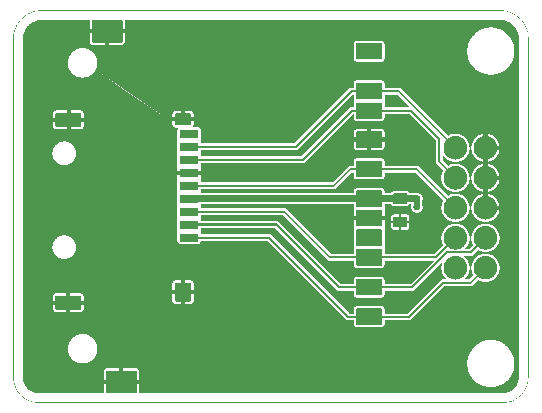
<source format=gtl>
%FSLAX46Y46*%
%MOMM*%
%LPD*%
G01*
%ADD10C,0.050000*%
D10*
%LPD*%
%LPD*%
G36*
X0006498742Y0036853472D02*
G01*
X0006438992Y0036848923D01*
X0006379660Y0036842895D01*
X0006320771Y0036835406D01*
X0006262336Y0036826474D01*
X0006204380Y0036816119D01*
X0006146915Y0036804358D01*
X0006089967Y0036791211D01*
X0006033548Y0036776694D01*
X0005977679Y0036760827D01*
X0005922381Y0036743629D01*
X0005867668Y0036725117D01*
X0005813561Y0036705309D01*
X0005760079Y0036684225D01*
X0005707240Y0036661884D01*
X0005655062Y0036638301D01*
X0005603565Y0036613498D01*
X0005552767Y0036587492D01*
X0005502685Y0036560301D01*
X0005453341Y0036531943D01*
X0005404752Y0036502439D01*
X0005356936Y0036471804D01*
X0005309912Y0036440057D01*
X0005263700Y0036407220D01*
X0005218318Y0036373308D01*
X0005173784Y0036338340D01*
X0005130117Y0036302334D01*
X0005087336Y0036265310D01*
X0005045461Y0036227287D01*
X0005004509Y0036188281D01*
X0004964498Y0036148312D01*
X0004925449Y0036107397D01*
X0004887379Y0036065557D01*
X0004850308Y0036022809D01*
X0004814254Y0035979172D01*
X0004779234Y0035934662D01*
X0004745270Y0035889301D01*
X0004712380Y0035843107D01*
X0004680580Y0035796097D01*
X0004649891Y0035748289D01*
X0004620332Y0035699703D01*
X0004591920Y0035650358D01*
X0004564674Y0035600270D01*
X0004538614Y0035549460D01*
X0004513758Y0035497944D01*
X0004490123Y0035445743D01*
X0004467730Y0035392872D01*
X0004446597Y0035339354D01*
X0004426741Y0035285203D01*
X0004408183Y0035230441D01*
X0004390940Y0035175082D01*
X0004375032Y0035119149D01*
X0004360476Y0035062657D01*
X0004347292Y0035005627D01*
X0004335497Y0034948073D01*
X0004325112Y0034890018D01*
X0004316154Y0034831477D01*
X0004308643Y0034772470D01*
X0004302596Y0034713015D01*
X0004298032Y0034653128D01*
X0004294971Y0034592830D01*
X0004293431Y0034532102D01*
X0004293302Y0034501593D01*
X0004293302Y0005930220D01*
X0004293419Y0005899714D01*
X0004294824Y0005839107D01*
X0004297615Y0005779085D01*
X0004301778Y0005719625D01*
X0004307297Y0005660742D01*
X0004314156Y0005602445D01*
X0004322339Y0005544754D01*
X0004331829Y0005487676D01*
X0004342612Y0005431228D01*
X0004354671Y0005375422D01*
X0004367991Y0005320270D01*
X0004382555Y0005265786D01*
X0004398348Y0005211985D01*
X0004415353Y0005158879D01*
X0004433556Y0005106479D01*
X0004452940Y0005054801D01*
X0004473490Y0005003857D01*
X0004495189Y0004953662D01*
X0004518023Y0004904227D01*
X0004541974Y0004855568D01*
X0004567029Y0004807692D01*
X0004593170Y0004760620D01*
X0004620382Y0004714361D01*
X0004648650Y0004668929D01*
X0004677958Y0004624336D01*
X0004708289Y0004580600D01*
X0004739630Y0004537727D01*
X0004771962Y0004495737D01*
X0004805272Y0004454639D01*
X0004839543Y0004414449D01*
X0004874761Y0004375178D01*
X0004910909Y0004336840D01*
X0004947970Y0004299452D01*
X0004985932Y0004263021D01*
X0005024776Y0004227565D01*
X0005064488Y0004193095D01*
X0005105052Y0004159627D01*
X0005146454Y0004127170D01*
X0005188676Y0004095741D01*
X0005231703Y0004065353D01*
X0005275521Y0004036019D01*
X0005320113Y0004007751D01*
X0005365463Y0003980564D01*
X0005411556Y0003954472D01*
X0005458379Y0003929486D01*
X0005505912Y0003905621D01*
X0005554141Y0003882892D01*
X0005603052Y0003861309D01*
X0005652630Y0003840888D01*
X0005702855Y0003821642D01*
X0005753717Y0003803583D01*
X0005805199Y0003786726D01*
X0005857281Y0003771085D01*
X0005909953Y0003756673D01*
X0005963198Y0003743503D01*
X0006016999Y0003731588D01*
X0006071342Y0003720943D01*
X0006126212Y0003711581D01*
X0006181591Y0003703515D01*
X0006237465Y0003696760D01*
X0006293821Y0003691328D01*
X0006350640Y0003687234D01*
X0006407907Y0003684491D01*
X0006465642Y0003683112D01*
X0006494668Y0003682997D01*
X0045698751Y0003682997D01*
X0045724472Y0003683112D01*
X0045775898Y0003684489D01*
X0045827195Y0003687227D01*
X0045878381Y0003691315D01*
X0045929432Y0003696739D01*
X0045980289Y0003703481D01*
X0046056311Y0003715892D01*
X0046156905Y0003737171D01*
X0046256410Y0003763495D01*
X0046354673Y0003794765D01*
X0046451506Y0003830874D01*
X0046546722Y0003871716D01*
X0046640130Y0003917183D01*
X0046731543Y0003967167D01*
X0046820772Y0004021562D01*
X0046907628Y0004080259D01*
X0046991923Y0004143151D01*
X0047073468Y0004210128D01*
X0047152075Y0004281083D01*
X0047227556Y0004355908D01*
X0047299723Y0004434494D01*
X0047368388Y0004516731D01*
X0047433364Y0004602514D01*
X0047494483Y0004691761D01*
X0047537521Y0004760969D01*
X0047564969Y0004808022D01*
X0047591363Y0004855907D01*
X0047616658Y0004904576D01*
X0047640832Y0004954016D01*
X0047663861Y0005004214D01*
X0047685724Y0005055159D01*
X0047706395Y0005106832D01*
X0047725853Y0005159228D01*
X0047744072Y0005212326D01*
X0047761030Y0005266115D01*
X0047776704Y0005320584D01*
X0047791071Y0005375719D01*
X0047804106Y0005431505D01*
X0047815787Y0005487930D01*
X0047826090Y0005544981D01*
X0047834992Y0005602646D01*
X0047842469Y0005660909D01*
X0047848497Y0005719760D01*
X0047853054Y0005779183D01*
X0047856116Y0005839167D01*
X0047857659Y0005899738D01*
X0047857789Y0005930222D01*
X0047857789Y0034501594D01*
X0047857660Y0034532103D01*
X0047856124Y0034592832D01*
X0047853073Y0034653131D01*
X0047848524Y0034713019D01*
X0047842495Y0034772476D01*
X0047835006Y0034831485D01*
X0047826075Y0034890025D01*
X0047815719Y0034948083D01*
X0047803958Y0035005636D01*
X0047790810Y0035062668D01*
X0047776293Y0035119160D01*
X0047760427Y0035175095D01*
X0047743228Y0035230453D01*
X0047724716Y0035285216D01*
X0047704909Y0035339367D01*
X0047683825Y0035392885D01*
X0047661483Y0035445756D01*
X0047637901Y0035497957D01*
X0047613098Y0035549474D01*
X0047587092Y0035600283D01*
X0047559901Y0035650371D01*
X0047531544Y0035699717D01*
X0047502040Y0035748301D01*
X0047471405Y0035796109D01*
X0047439660Y0035843119D01*
X0047406823Y0035889312D01*
X0047372911Y0035934673D01*
X0047337944Y0035979180D01*
X0047301939Y0036022818D01*
X0047264916Y0036065565D01*
X0047226893Y0036107405D01*
X0047187887Y0036148319D01*
X0047147920Y0036188286D01*
X0047107005Y0036227292D01*
X0047065166Y0036265315D01*
X0047022419Y0036302338D01*
X0046978781Y0036338343D01*
X0046934274Y0036373310D01*
X0046888913Y0036407222D01*
X0046842719Y0036440059D01*
X0046795710Y0036471804D01*
X0046747902Y0036502439D01*
X0046699318Y0036531943D01*
X0046649972Y0036560300D01*
X0046599883Y0036587492D01*
X0046549074Y0036613497D01*
X0046497558Y0036638301D01*
X0046445357Y0036661882D01*
X0046392486Y0036684225D01*
X0046338968Y0036705308D01*
X0046284817Y0036725115D01*
X0046230054Y0036743627D01*
X0046174695Y0036760826D01*
X0046118761Y0036776693D01*
X0046062268Y0036791209D01*
X0046005236Y0036804357D01*
X0045947684Y0036816118D01*
X0045889626Y0036826474D01*
X0045831086Y0036835405D01*
X0045772077Y0036842895D01*
X0045712620Y0036848923D01*
X0045652732Y0036853472D01*
X0045592433Y0036856523D01*
X0045531703Y0036858059D01*
X0045501194Y0036858188D01*
X0006649896Y0036858188D01*
X0045599205Y0036891504D01*
X0045654960Y0036888682D01*
X0045715736Y0036884066D01*
X0045776078Y0036877948D01*
X0045835967Y0036870347D01*
X0045895385Y0036861281D01*
X0045954313Y0036850770D01*
X0046012732Y0036838832D01*
X0046070623Y0036825486D01*
X0046127966Y0036810751D01*
X0046184744Y0036794645D01*
X0046240937Y0036777187D01*
X0046296527Y0036758396D01*
X0046351494Y0036738290D01*
X0046405820Y0036716888D01*
X0046459487Y0036694210D01*
X0046512474Y0036670273D01*
X0046564765Y0036645096D01*
X0046616339Y0036618699D01*
X0046667178Y0036591100D01*
X0046717264Y0036562318D01*
X0046766577Y0036532371D01*
X0046815100Y0036501278D01*
X0046862813Y0036469058D01*
X0046909698Y0036435730D01*
X0046955735Y0036401312D01*
X0047000908Y0036365823D01*
X0047045195Y0036329281D01*
X0047088580Y0036291706D01*
X0047131044Y0036253116D01*
X0047172566Y0036213530D01*
X0047213130Y0036172966D01*
X0047252717Y0036131443D01*
X0047291307Y0036088979D01*
X0047328882Y0036045595D01*
X0047365423Y0036001307D01*
X0047400913Y0035956135D01*
X0047435331Y0035910097D01*
X0047468659Y0035863212D01*
X0047500879Y0035815499D01*
X0047531972Y0035766977D01*
X0047561919Y0035717663D01*
X0047590701Y0035667577D01*
X0047618300Y0035616738D01*
X0047644697Y0035565164D01*
X0047669874Y0035512873D01*
X0047693810Y0035459886D01*
X0047716489Y0035406219D01*
X0047737891Y0035351893D01*
X0047757996Y0035296926D01*
X0047776788Y0035241336D01*
X0047794246Y0035185143D01*
X0047810352Y0035128365D01*
X0047825087Y0035071022D01*
X0047838433Y0035013131D01*
X0047850371Y0034954712D01*
X0047860882Y0034895784D01*
X0047869947Y0034836366D01*
X0047877548Y0034776477D01*
X0047883667Y0034716135D01*
X0047888283Y0034655360D01*
X0047891379Y0034594170D01*
X0047892936Y0034532622D01*
X0047893066Y0034501672D01*
X0047893066Y0005930151D01*
X0047892935Y0005899213D01*
X0047891371Y0005837819D01*
X0047888263Y0005776935D01*
X0047883637Y0005716613D01*
X0047877517Y0005656866D01*
X0047869925Y0005597708D01*
X0047860886Y0005539155D01*
X0047850423Y0005481219D01*
X0047838561Y0005423915D01*
X0047825321Y0005367256D01*
X0047810730Y0005311258D01*
X0047794809Y0005255933D01*
X0047777584Y0005201296D01*
X0047759077Y0005147360D01*
X0047739313Y0005094140D01*
X0047718315Y0005041649D01*
X0047696108Y0004989901D01*
X0047672715Y0004938911D01*
X0047648160Y0004888691D01*
X0047622466Y0004839255D01*
X0047595658Y0004790618D01*
X0047567741Y0004742762D01*
X0047524030Y0004672471D01*
X0047461994Y0004581885D01*
X0047396004Y0004494764D01*
X0047326269Y0004411245D01*
X0047252980Y0004331437D01*
X0047176325Y0004255449D01*
X0047096495Y0004183390D01*
X0047013678Y0004115368D01*
X0046928064Y0004051492D01*
X0046839840Y0003991870D01*
X0046749197Y0003936613D01*
X0046656322Y0003885829D01*
X0046561403Y0003839627D01*
X0046464630Y0003798117D01*
X0046366192Y0003761409D01*
X0046266276Y0003729614D01*
X0046165072Y0003702840D01*
X0046062806Y0003681207D01*
X0045985450Y0003668579D01*
X0045933615Y0003661707D01*
X0045881650Y0003656186D01*
X0045829540Y0003652024D01*
X0045777310Y0003649236D01*
X0045725024Y0003647836D01*
X0045698830Y0003647719D01*
X0006494598Y0003647719D01*
X0006465152Y0003647836D01*
X0006406642Y0003649234D01*
X0006348528Y0003652017D01*
X0006290860Y0003656173D01*
X0006233656Y0003661686D01*
X0006176931Y0003668544D01*
X0006120702Y0003676734D01*
X0006064984Y0003686240D01*
X0006009793Y0003697051D01*
X0005955147Y0003709153D01*
X0005901061Y0003722531D01*
X0005847551Y0003737173D01*
X0005794634Y0003753065D01*
X0005742325Y0003770193D01*
X0005690641Y0003788543D01*
X0005639598Y0003808102D01*
X0005589212Y0003828857D01*
X0005539499Y0003850793D01*
X0005490475Y0003873897D01*
X0005442157Y0003898156D01*
X0005394560Y0003923555D01*
X0005347701Y0003950081D01*
X0005301596Y0003977720D01*
X0005256261Y0004006459D01*
X0005211712Y0004036283D01*
X0005167965Y0004067180D01*
X0005125036Y0004099135D01*
X0005082941Y0004132134D01*
X0005041697Y0004166165D01*
X0005001319Y0004201212D01*
X0004961823Y0004237263D01*
X0004923226Y0004274303D01*
X0004885543Y0004312319D01*
X0004848791Y0004351297D01*
X0004812986Y0004391224D01*
X0004778143Y0004432084D01*
X0004744279Y0004473865D01*
X0004711409Y0004516553D01*
X0004679550Y0004560134D01*
X0004648718Y0004604594D01*
X0004618929Y0004649919D01*
X0004590198Y0004696096D01*
X0004562541Y0004743110D01*
X0004535975Y0004790948D01*
X0004510516Y0004839595D01*
X0004486179Y0004889039D01*
X0004462980Y0004939265D01*
X0004440936Y0004990258D01*
X0004420062Y0005042006D01*
X0004400374Y0005094494D01*
X0004381888Y0005147709D01*
X0004364619Y0005201636D01*
X0004348585Y0005256262D01*
X0004333799Y0005311572D01*
X0004320279Y0005367554D01*
X0004308041Y0005424192D01*
X0004297099Y0005481473D01*
X0004287470Y0005539382D01*
X0004279169Y0005597907D01*
X0004272212Y0005657033D01*
X0004266616Y0005716747D01*
X0004262395Y0005777033D01*
X0004259565Y0005837879D01*
X0004258143Y0005899237D01*
X0004258024Y0005930155D01*
X0004258024Y0034501672D01*
X0004258155Y0034532623D01*
X0004259716Y0034594172D01*
X0004262823Y0034655363D01*
X0004267454Y0034716140D01*
X0004273591Y0034776483D01*
X0004281215Y0034836373D01*
X0004290308Y0034895793D01*
X0004300849Y0034954722D01*
X0004312821Y0035013141D01*
X0004326204Y0035071033D01*
X0004340979Y0035128377D01*
X0004357128Y0035185155D01*
X0004374631Y0035241349D01*
X0004393470Y0035296939D01*
X0004413625Y0035351906D01*
X0004435077Y0035406233D01*
X0004457808Y0035459899D01*
X0004481798Y0035512887D01*
X0004507028Y0035565177D01*
X0004533480Y0035616751D01*
X0004561134Y0035667590D01*
X0004589972Y0035717676D01*
X0004619974Y0035766989D01*
X0004651122Y0035815511D01*
X0004683396Y0035863223D01*
X0004716778Y0035910108D01*
X0004751249Y0035956145D01*
X0004786789Y0036001316D01*
X0004823380Y0036045603D01*
X0004861003Y0036088988D01*
X0004899639Y0036131450D01*
X0004939268Y0036172972D01*
X0004979873Y0036213536D01*
X0005021434Y0036253121D01*
X0005063933Y0036291711D01*
X0005107350Y0036329285D01*
X0005151666Y0036365826D01*
X0005196863Y0036401314D01*
X0005242922Y0036435732D01*
X0005289823Y0036469060D01*
X0005337548Y0036501279D01*
X0005386078Y0036532371D01*
X0005435395Y0036562318D01*
X0005485478Y0036591100D01*
X0005536310Y0036618699D01*
X0005587870Y0036645096D01*
X0005640141Y0036670272D01*
X0005693104Y0036694208D01*
X0005746739Y0036716887D01*
X0005801027Y0036738288D01*
X0005855949Y0036758394D01*
X0005911487Y0036777185D01*
X0005967621Y0036794643D01*
X0006024332Y0036810750D01*
X0006081602Y0036825485D01*
X0006139410Y0036838831D01*
X0006197739Y0036850769D01*
X0006256568Y0036861280D01*
X0006269795Y0036863302D01*
X0006619469Y0036858059D01*
X0006558896Y0036856523D01*
G37*
G36*
X0045532223Y0036893335D02*
G01*
X0045593771Y0036891779D01*
X0045599205Y0036891504D01*
X0006649896Y0036858188D01*
X0006619469Y0036858059D01*
X0006269795Y0036863302D01*
X0006315879Y0036870346D01*
X0006375652Y0036877947D01*
X0006435869Y0036884065D01*
X0006496509Y0036888682D01*
X0006557555Y0036891778D01*
X0006618949Y0036893335D01*
X0006649818Y0036893466D01*
X0045501273Y0036893466D01*
G37*
%LPD*%
G36*
X0038447040Y0021243996D02*
G01*
X0038477281Y0021240925D01*
X0038506562Y0021234933D01*
X0038534730Y0021226172D01*
X0038561636Y0021214791D01*
X0038587129Y0021200943D01*
X0038611058Y0021184777D01*
X0038633273Y0021166444D01*
X0038653622Y0021146095D01*
X0038671955Y0021123880D01*
X0038688121Y0021099951D01*
X0038701969Y0021074458D01*
X0038713350Y0021047552D01*
X0038722111Y0021019383D01*
X0038728103Y0020990103D01*
X0038731174Y0020959862D01*
X0038731436Y0020944397D01*
X0038731174Y0020928933D01*
X0038728103Y0020898691D01*
X0038722111Y0020869411D01*
X0038713350Y0020841242D01*
X0038701969Y0020814336D01*
X0038688121Y0020788843D01*
X0038671955Y0020764914D01*
X0038653622Y0020742700D01*
X0038633273Y0020722351D01*
X0038611058Y0020704018D01*
X0038587129Y0020687852D01*
X0038561636Y0020674003D01*
X0038534730Y0020662623D01*
X0038506562Y0020653861D01*
X0038477281Y0020647870D01*
X0038447040Y0020644799D01*
X0038431575Y0020644536D01*
X0038416111Y0020644799D01*
X0038385869Y0020647870D01*
X0038356589Y0020653861D01*
X0038328420Y0020662623D01*
X0038301514Y0020674003D01*
X0038276021Y0020687852D01*
X0038252092Y0020704018D01*
X0038229878Y0020722351D01*
X0038209529Y0020742700D01*
X0038191196Y0020764914D01*
X0038175030Y0020788843D01*
X0038161181Y0020814336D01*
X0038149801Y0020841242D01*
X0038141039Y0020869411D01*
X0038135048Y0020898691D01*
X0038131977Y0020928933D01*
X0038131714Y0020944397D01*
X0038131977Y0020959862D01*
X0038135048Y0020990103D01*
X0038141039Y0021019383D01*
X0038149801Y0021047552D01*
X0038161181Y0021074458D01*
X0038175030Y0021099951D01*
X0038191196Y0021123880D01*
X0038209529Y0021146095D01*
X0038229878Y0021166444D01*
X0038252092Y0021184777D01*
X0038276021Y0021200943D01*
X0038301514Y0021214791D01*
X0038328420Y0021226172D01*
X0038356589Y0021234933D01*
X0038385869Y0021240925D01*
X0038416111Y0021243996D01*
X0038431575Y0021244258D01*
G37*
%LPD*%
G36*
X0038447040Y0020538441D02*
G01*
X0038477281Y0020535370D01*
X0038506562Y0020529378D01*
X0038534730Y0020520617D01*
X0038561636Y0020509236D01*
X0038587129Y0020495388D01*
X0038611058Y0020479222D01*
X0038633273Y0020460889D01*
X0038653622Y0020440540D01*
X0038671955Y0020418325D01*
X0038688121Y0020394396D01*
X0038701969Y0020368903D01*
X0038713350Y0020341997D01*
X0038722111Y0020313828D01*
X0038728103Y0020284548D01*
X0038731174Y0020254307D01*
X0038731436Y0020238842D01*
X0038731174Y0020223378D01*
X0038728103Y0020193136D01*
X0038722111Y0020163856D01*
X0038713350Y0020135687D01*
X0038701969Y0020108781D01*
X0038688121Y0020083288D01*
X0038671955Y0020059359D01*
X0038653622Y0020037145D01*
X0038633273Y0020016796D01*
X0038611058Y0019998463D01*
X0038587129Y0019982297D01*
X0038561636Y0019968448D01*
X0038534730Y0019957068D01*
X0038506562Y0019948306D01*
X0038477281Y0019942315D01*
X0038447040Y0019939244D01*
X0038431575Y0019938981D01*
X0038416111Y0019939244D01*
X0038385869Y0019942315D01*
X0038356589Y0019948306D01*
X0038328420Y0019957068D01*
X0038301514Y0019968448D01*
X0038276021Y0019982297D01*
X0038252092Y0019998463D01*
X0038229878Y0020016796D01*
X0038209529Y0020037145D01*
X0038191196Y0020059359D01*
X0038175030Y0020083288D01*
X0038161181Y0020108781D01*
X0038149801Y0020135687D01*
X0038141039Y0020163856D01*
X0038135048Y0020193136D01*
X0038131977Y0020223378D01*
X0038131714Y0020238842D01*
X0038131977Y0020254307D01*
X0038135048Y0020284548D01*
X0038141039Y0020313828D01*
X0038149801Y0020341997D01*
X0038161181Y0020368903D01*
X0038175030Y0020394396D01*
X0038191196Y0020418325D01*
X0038209529Y0020440540D01*
X0038229878Y0020460889D01*
X0038252092Y0020479222D01*
X0038276021Y0020495388D01*
X0038301514Y0020509236D01*
X0038328420Y0020520617D01*
X0038356589Y0020529378D01*
X0038385869Y0020535370D01*
X0038416111Y0020538441D01*
X0038431575Y0020538703D01*
G37*
%LPD*%
%LPD*%
G36*
X0041764185Y0025310645D02*
G01*
X0041639459Y0025185919D01*
X0036878101Y0029947278D01*
X0032925953Y0029947278D01*
X0028226958Y0025251810D01*
X0019145232Y0025251810D01*
X0019145232Y0025428199D01*
X0028153934Y0025428199D01*
X0032852930Y0030123666D01*
X0036951164Y0030123666D01*
G37*
%LPD*%
%LPD*%
G36*
X0040431823Y0026096201D02*
G01*
X0040431823Y0024103009D01*
X0041764185Y0022770647D01*
X0041639459Y0022645922D01*
X0040255435Y0024029946D01*
X0040255435Y0026023139D01*
X0037975239Y0028303335D01*
X0032911862Y0028303335D01*
X0028763199Y0024154672D01*
X0019145232Y0024154672D01*
X0019145232Y0024331061D01*
X0028690136Y0024331061D01*
X0032838799Y0028479723D01*
X0038048301Y0028479723D01*
G37*
%LPD*%
%LPD*%
G36*
X0041764219Y0020230616D02*
G01*
X0041639426Y0020105958D01*
X0038405599Y0023343284D01*
X0032813018Y0023343284D01*
X0031423075Y0021956868D01*
X0019018232Y0021956868D01*
X0019018232Y0022133257D01*
X0031350144Y0022133257D01*
X0032740087Y0023519673D01*
X0038478718Y0023519673D01*
G37*
%LPD*%
%LPD*%
G36*
X0031119752Y0016061957D02*
G01*
X0040010765Y0016061957D01*
X0041639459Y0017690652D01*
X0041764185Y0017565926D01*
X0040083827Y0015885569D01*
X0031046690Y0015885569D01*
X0027180249Y0019752009D01*
X0018891232Y0019752009D01*
X0018891232Y0019928398D01*
X0027253311Y0019928398D01*
G37*
%LPD*%
%LPD*%
G36*
X0031902918Y0013525487D02*
G01*
X0037985791Y0013525487D01*
X0040931483Y0016474707D01*
X0042911668Y0016474707D01*
X0044180771Y0017691939D01*
X0044302868Y0017564639D01*
X0042982585Y0016298318D01*
X0041004607Y0016298318D01*
X0038058916Y0013349099D01*
X0031829856Y0013349099D01*
X0026520555Y0018658399D01*
X0019229899Y0018658399D01*
X0019229899Y0018834788D01*
X0026593618Y0018834788D01*
G37*
%LPD*%
%LPD*%
G36*
X0032714293Y0011013712D02*
G01*
X0037724767Y0011013712D01*
X0040606959Y0013895904D01*
X0042924706Y0013895904D01*
X0044182985Y0015154182D01*
X0044307710Y0015029456D01*
X0042997769Y0013719515D01*
X0040680021Y0013719515D01*
X0037797829Y0010837323D01*
X0032641257Y0010837323D01*
X0025924375Y0017550678D01*
X0018922982Y0017550678D01*
X0018922982Y0017727067D01*
X0025997410Y0017727067D01*
G37*
%LPD*%
%LPD*%
G36*
X0038696158Y0021053991D02*
G01*
X0038696158Y0020238842D01*
X0038166992Y0020238842D01*
X0038166992Y0020679814D01*
X0019406287Y0020679814D01*
X0019406287Y0021208980D01*
X0038541169Y0021208980D01*
G37*
%LPD*%
G36*
X0035411690Y0034120277D02*
G01*
X0035431368Y0034116204D01*
X0035449228Y0034108515D01*
X0035464937Y0034097663D01*
X0035478167Y0034084103D01*
X0035488585Y0034068290D01*
X0035495861Y0034050679D01*
X0035499664Y0034031724D01*
X0035499995Y0034021857D01*
X0035499995Y0032829469D01*
X0035499636Y0032818996D01*
X0035495564Y0032799318D01*
X0035487875Y0032781459D01*
X0035477023Y0032765749D01*
X0035463463Y0032752520D01*
X0035447650Y0032742102D01*
X0035430039Y0032734826D01*
X0035411084Y0032731022D01*
X0035401217Y0032730692D01*
X0033376274Y0032730692D01*
X0033365801Y0032731050D01*
X0033346123Y0032735122D01*
X0033328264Y0032742812D01*
X0033312554Y0032753664D01*
X0033299325Y0032767223D01*
X0033288907Y0032783036D01*
X0033281631Y0032800648D01*
X0033277827Y0032819603D01*
X0033277497Y0032829469D01*
X0033277497Y0034021857D01*
X0033277855Y0034032330D01*
X0033281927Y0034052009D01*
X0033289617Y0034069868D01*
X0033300469Y0034085578D01*
X0033314029Y0034098807D01*
X0033329841Y0034109225D01*
X0033347453Y0034116501D01*
X0033366408Y0034120304D01*
X0033376274Y0034120635D01*
X0035401217Y0034120635D01*
G37*
%LPD*%
G36*
X0035411690Y0030768891D02*
G01*
X0035431368Y0030764819D01*
X0035449228Y0030757129D01*
X0035464937Y0030746277D01*
X0035478167Y0030732717D01*
X0035488585Y0030716904D01*
X0035495861Y0030699293D01*
X0035499664Y0030680338D01*
X0035499995Y0030670471D01*
X0035499995Y0029478084D01*
X0035499636Y0029467611D01*
X0035495564Y0029447932D01*
X0035487875Y0029430073D01*
X0035477023Y0029414363D01*
X0035463463Y0029401134D01*
X0035447650Y0029390716D01*
X0035430039Y0029383440D01*
X0035411084Y0029379637D01*
X0035401217Y0029379306D01*
X0033376274Y0029379306D01*
X0033365801Y0029379664D01*
X0033346123Y0029383736D01*
X0033328264Y0029391426D01*
X0033312554Y0029402278D01*
X0033299325Y0029415838D01*
X0033288907Y0029431651D01*
X0033281631Y0029449262D01*
X0033277827Y0029468217D01*
X0033277497Y0029478084D01*
X0033277497Y0030670471D01*
X0033277855Y0030680944D01*
X0033281927Y0030700623D01*
X0033289617Y0030718482D01*
X0033300469Y0030734192D01*
X0033314029Y0030747421D01*
X0033329841Y0030757839D01*
X0033347453Y0030765115D01*
X0033366408Y0030768918D01*
X0033376274Y0030769249D01*
X0035401217Y0030769249D01*
G37*
%LPD*%
G36*
X0035411690Y0029075559D02*
G01*
X0035431368Y0029071487D01*
X0035449228Y0029063797D01*
X0035464937Y0029052945D01*
X0035478167Y0029039386D01*
X0035488585Y0029023573D01*
X0035495861Y0029005961D01*
X0035499664Y0028987006D01*
X0035499995Y0028977140D01*
X0035499995Y0027784752D01*
X0035499636Y0027774279D01*
X0035495564Y0027754600D01*
X0035487875Y0027736741D01*
X0035477023Y0027721031D01*
X0035463463Y0027707802D01*
X0035447650Y0027697384D01*
X0035430039Y0027690108D01*
X0035411084Y0027686305D01*
X0035401217Y0027685974D01*
X0033376274Y0027685974D01*
X0033365801Y0027686332D01*
X0033346123Y0027690405D01*
X0033328264Y0027698094D01*
X0033312554Y0027708946D01*
X0033299325Y0027722506D01*
X0033288907Y0027738319D01*
X0033281631Y0027755930D01*
X0033277827Y0027774885D01*
X0033277497Y0027784752D01*
X0033277497Y0028977140D01*
X0033277855Y0028987613D01*
X0033281927Y0029007291D01*
X0033289617Y0029025150D01*
X0033300469Y0029040860D01*
X0033314029Y0029054089D01*
X0033329841Y0029064507D01*
X0033347453Y0029071783D01*
X0033366408Y0029075587D01*
X0033376274Y0029075917D01*
X0035401217Y0029075917D01*
G37*
%LPD*%
G36*
X0035411690Y0026637867D02*
G01*
X0035431368Y0026633795D01*
X0035449228Y0026626105D01*
X0035464937Y0026615253D01*
X0035478167Y0026601693D01*
X0035488585Y0026585880D01*
X0035495861Y0026568269D01*
X0035499664Y0026549314D01*
X0035499995Y0026539447D01*
X0035499995Y0025347060D01*
X0035499636Y0025336587D01*
X0035495564Y0025316908D01*
X0035487875Y0025299049D01*
X0035477023Y0025283339D01*
X0035463463Y0025270110D01*
X0035447650Y0025259692D01*
X0035430039Y0025252416D01*
X0035411084Y0025248613D01*
X0035401217Y0025248282D01*
X0033376274Y0025248282D01*
X0033365801Y0025248640D01*
X0033346123Y0025252712D01*
X0033328264Y0025260402D01*
X0033312554Y0025271254D01*
X0033299325Y0025284814D01*
X0033288907Y0025300627D01*
X0033281631Y0025318238D01*
X0033277827Y0025337193D01*
X0033277497Y0025347060D01*
X0033277497Y0026539447D01*
X0033277855Y0026549921D01*
X0033281927Y0026569599D01*
X0033289617Y0026587458D01*
X0033300469Y0026603168D01*
X0033314029Y0026616397D01*
X0033329841Y0026626815D01*
X0033347453Y0026634091D01*
X0033366408Y0026637894D01*
X0033376274Y0026638225D01*
X0035401217Y0026638225D01*
G37*
%LPD*%
G36*
X0035411690Y0024154314D02*
G01*
X0035431368Y0024150242D01*
X0035449228Y0024142552D01*
X0035464937Y0024131700D01*
X0035478167Y0024118140D01*
X0035488585Y0024102327D01*
X0035495861Y0024084716D01*
X0035499664Y0024065761D01*
X0035499995Y0024055894D01*
X0035499995Y0022863506D01*
X0035499636Y0022853033D01*
X0035495564Y0022833355D01*
X0035487875Y0022815496D01*
X0035477023Y0022799786D01*
X0035463463Y0022786557D01*
X0035447650Y0022776139D01*
X0035430039Y0022768863D01*
X0035411084Y0022765060D01*
X0035401217Y0022764729D01*
X0033376274Y0022764729D01*
X0033365801Y0022765087D01*
X0033346123Y0022769159D01*
X0033328264Y0022776849D01*
X0033312554Y0022787701D01*
X0033299325Y0022801261D01*
X0033288907Y0022817074D01*
X0033281631Y0022834685D01*
X0033277827Y0022853640D01*
X0033277497Y0022863506D01*
X0033277497Y0024055894D01*
X0033277855Y0024066367D01*
X0033281927Y0024086046D01*
X0033289617Y0024103905D01*
X0033300469Y0024119615D01*
X0033314029Y0024132844D01*
X0033329841Y0024143262D01*
X0033347453Y0024150538D01*
X0033366408Y0024154341D01*
X0033376274Y0024154672D01*
X0035401217Y0024154672D01*
G37*
%LPD*%
G36*
X0035411690Y0021639010D02*
G01*
X0035431368Y0021634938D01*
X0035449228Y0021627249D01*
X0035464937Y0021616397D01*
X0035478167Y0021602837D01*
X0035488585Y0021587024D01*
X0035495861Y0021569413D01*
X0035499664Y0021550458D01*
X0035499995Y0021540591D01*
X0035499995Y0020348203D01*
X0035499636Y0020337730D01*
X0035495564Y0020318052D01*
X0035487875Y0020300192D01*
X0035477023Y0020284483D01*
X0035463463Y0020271254D01*
X0035447650Y0020260836D01*
X0035430039Y0020253560D01*
X0035411084Y0020249756D01*
X0035401217Y0020249426D01*
X0033376274Y0020249426D01*
X0033365801Y0020249784D01*
X0033346123Y0020253856D01*
X0033328264Y0020261545D01*
X0033312554Y0020272397D01*
X0033299325Y0020285957D01*
X0033288907Y0020301770D01*
X0033281631Y0020319382D01*
X0033277827Y0020338336D01*
X0033277497Y0020348203D01*
X0033277497Y0021540591D01*
X0033277855Y0021551064D01*
X0033281927Y0021570742D01*
X0033289617Y0021588602D01*
X0033300469Y0021604311D01*
X0033314029Y0021617541D01*
X0033329841Y0021627959D01*
X0033347453Y0021635235D01*
X0033366408Y0021639038D01*
X0033376274Y0021639369D01*
X0035401217Y0021639369D01*
G37*
%LPD*%
G36*
X0035411690Y0019991540D02*
G01*
X0035431368Y0019987468D01*
X0035449228Y0019979778D01*
X0035464937Y0019968926D01*
X0035478167Y0019955366D01*
X0035488585Y0019939553D01*
X0035495861Y0019921942D01*
X0035499664Y0019902987D01*
X0035499995Y0019893120D01*
X0035499995Y0018700733D01*
X0035499636Y0018690259D01*
X0035495564Y0018670581D01*
X0035487875Y0018652722D01*
X0035477023Y0018637012D01*
X0035463463Y0018623783D01*
X0035447650Y0018613365D01*
X0035430039Y0018606089D01*
X0035411084Y0018602286D01*
X0035401217Y0018601955D01*
X0033376274Y0018601955D01*
X0033365801Y0018602313D01*
X0033346123Y0018606385D01*
X0033328264Y0018614075D01*
X0033312554Y0018624927D01*
X0033299325Y0018638487D01*
X0033288907Y0018654300D01*
X0033281631Y0018671911D01*
X0033277827Y0018690866D01*
X0033277497Y0018700733D01*
X0033277497Y0019893120D01*
X0033277855Y0019903593D01*
X0033281927Y0019923272D01*
X0033289617Y0019941131D01*
X0033300469Y0019956841D01*
X0033314029Y0019970070D01*
X0033329841Y0019980488D01*
X0033347453Y0019987764D01*
X0033366408Y0019991567D01*
X0033376274Y0019991898D01*
X0035401217Y0019991898D01*
G37*
%LPD*%
G36*
X0035411690Y0018333486D02*
G01*
X0035431368Y0018329414D01*
X0035449228Y0018321724D01*
X0035464937Y0018310872D01*
X0035478167Y0018297312D01*
X0035488585Y0018281499D01*
X0035495861Y0018263888D01*
X0035499664Y0018244933D01*
X0035499995Y0018235066D01*
X0035499995Y0017042679D01*
X0035499636Y0017032205D01*
X0035495564Y0017012527D01*
X0035487875Y0016994668D01*
X0035477023Y0016978958D01*
X0035463463Y0016965729D01*
X0035447650Y0016955311D01*
X0035430039Y0016948035D01*
X0035411084Y0016944232D01*
X0035401217Y0016943901D01*
X0033376274Y0016943901D01*
X0033365801Y0016944259D01*
X0033346123Y0016948331D01*
X0033328264Y0016956021D01*
X0033312554Y0016966873D01*
X0033299325Y0016980433D01*
X0033288907Y0016996246D01*
X0033281631Y0017013857D01*
X0033277827Y0017032812D01*
X0033277497Y0017042679D01*
X0033277497Y0018235066D01*
X0033277855Y0018245539D01*
X0033281927Y0018265218D01*
X0033289617Y0018283077D01*
X0033300469Y0018298787D01*
X0033314029Y0018312016D01*
X0033329841Y0018322434D01*
X0033347453Y0018329710D01*
X0033366408Y0018333513D01*
X0033376274Y0018333844D01*
X0035401217Y0018333844D01*
G37*
%LPD*%
G36*
X0035411690Y0016657793D02*
G01*
X0035431368Y0016653721D01*
X0035449228Y0016646031D01*
X0035464937Y0016635179D01*
X0035478167Y0016621619D01*
X0035488585Y0016605806D01*
X0035495861Y0016588195D01*
X0035499664Y0016569240D01*
X0035499995Y0016559373D01*
X0035499995Y0015366986D01*
X0035499636Y0015356513D01*
X0035495564Y0015336834D01*
X0035487875Y0015318975D01*
X0035477023Y0015303265D01*
X0035463463Y0015290036D01*
X0035447650Y0015279618D01*
X0035430039Y0015272342D01*
X0035411084Y0015268539D01*
X0035401217Y0015268208D01*
X0033376274Y0015268208D01*
X0033365801Y0015268566D01*
X0033346123Y0015272638D01*
X0033328264Y0015280328D01*
X0033312554Y0015291180D01*
X0033299325Y0015304740D01*
X0033288907Y0015320553D01*
X0033281631Y0015338164D01*
X0033277827Y0015357119D01*
X0033277497Y0015366986D01*
X0033277497Y0016559373D01*
X0033277855Y0016569847D01*
X0033281927Y0016589525D01*
X0033289617Y0016607384D01*
X0033300469Y0016623094D01*
X0033314029Y0016636323D01*
X0033329841Y0016646741D01*
X0033347453Y0016654017D01*
X0033366408Y0016657820D01*
X0033376274Y0016658151D01*
X0035401217Y0016658151D01*
G37*
%LPD*%
G36*
X0035411690Y0014142490D02*
G01*
X0035431368Y0014138418D01*
X0035449228Y0014130728D01*
X0035464937Y0014119876D01*
X0035478167Y0014106316D01*
X0035488585Y0014090503D01*
X0035495861Y0014072892D01*
X0035499664Y0014053937D01*
X0035499995Y0014044070D01*
X0035499995Y0012851682D01*
X0035499636Y0012841209D01*
X0035495564Y0012821531D01*
X0035487875Y0012803672D01*
X0035477023Y0012787962D01*
X0035463463Y0012774733D01*
X0035447650Y0012764315D01*
X0035430039Y0012757039D01*
X0035411084Y0012753236D01*
X0035401217Y0012752905D01*
X0033376274Y0012752905D01*
X0033365801Y0012753263D01*
X0033346123Y0012757335D01*
X0033328264Y0012765025D01*
X0033312554Y0012775877D01*
X0033299325Y0012789437D01*
X0033288907Y0012805250D01*
X0033281631Y0012822861D01*
X0033277827Y0012841816D01*
X0033277497Y0012851682D01*
X0033277497Y0014044070D01*
X0033277855Y0014054543D01*
X0033281927Y0014074222D01*
X0033289617Y0014092081D01*
X0033300469Y0014107791D01*
X0033314029Y0014121020D01*
X0033329841Y0014131438D01*
X0033347453Y0014138714D01*
X0033366408Y0014142517D01*
X0033376274Y0014142848D01*
X0035401217Y0014142848D01*
G37*
%LPD*%
G36*
X0035411690Y0011644825D02*
G01*
X0035431368Y0011640753D01*
X0035449228Y0011633064D01*
X0035464937Y0011622212D01*
X0035478167Y0011608652D01*
X0035488585Y0011592839D01*
X0035495861Y0011575228D01*
X0035499664Y0011556273D01*
X0035499995Y0011546406D01*
X0035499995Y0010354018D01*
X0035499636Y0010343545D01*
X0035495564Y0010323867D01*
X0035487875Y0010306007D01*
X0035477023Y0010290298D01*
X0035463463Y0010277069D01*
X0035447650Y0010266651D01*
X0035430039Y0010259375D01*
X0035411084Y0010255571D01*
X0035401217Y0010255240D01*
X0033376274Y0010255240D01*
X0033365801Y0010255599D01*
X0033346123Y0010259671D01*
X0033328264Y0010267360D01*
X0033312554Y0010278212D01*
X0033299325Y0010291772D01*
X0033288907Y0010307585D01*
X0033281631Y0010325196D01*
X0033277827Y0010344151D01*
X0033277497Y0010354018D01*
X0033277497Y0011546406D01*
X0033277855Y0011556879D01*
X0033281927Y0011576557D01*
X0033289617Y0011594417D01*
X0033300469Y0011610126D01*
X0033314029Y0011623355D01*
X0033329841Y0011633773D01*
X0033347453Y0011641049D01*
X0033366408Y0011644853D01*
X0033376274Y0011645184D01*
X0035401217Y0011645184D01*
G37*
%LPD*%
G36*
X0044267730Y0016093325D02*
G01*
X0044319003Y0016090421D01*
X0044369562Y0016085007D01*
X0044419344Y0016077144D01*
X0044468287Y0016066897D01*
X0044516328Y0016054327D01*
X0044563404Y0016039497D01*
X0044609452Y0016022470D01*
X0044654411Y0016003308D01*
X0044698216Y0015982075D01*
X0044740807Y0015958832D01*
X0044782119Y0015933643D01*
X0044822091Y0015906570D01*
X0044860659Y0015877675D01*
X0044897761Y0015847022D01*
X0044933335Y0015814673D01*
X0044967318Y0015780690D01*
X0044999646Y0015745137D01*
X0045030258Y0015708076D01*
X0045059090Y0015669570D01*
X0045086081Y0015629681D01*
X0045111167Y0015588472D01*
X0045134286Y0015546006D01*
X0045155374Y0015502345D01*
X0045174371Y0015457552D01*
X0045191212Y0015411689D01*
X0045205835Y0015364820D01*
X0045218177Y0015317007D01*
X0045228177Y0015268312D01*
X0045235770Y0015218799D01*
X0045240895Y0015168529D01*
X0045243489Y0015117566D01*
X0045243708Y0015091819D01*
X0045243489Y0015066072D01*
X0045240895Y0015015110D01*
X0045235770Y0014964842D01*
X0045228177Y0014915331D01*
X0045218177Y0014866642D01*
X0045205835Y0014818836D01*
X0045191212Y0014771979D01*
X0045174371Y0014726132D01*
X0045155374Y0014681360D01*
X0045134286Y0014637725D01*
X0045111167Y0014595291D01*
X0045086081Y0014554121D01*
X0045059090Y0014514278D01*
X0045030258Y0014475827D01*
X0044999646Y0014438829D01*
X0044967318Y0014403349D01*
X0044933335Y0014369449D01*
X0044897761Y0014337193D01*
X0044860659Y0014306645D01*
X0044822091Y0014277867D01*
X0044782119Y0014250923D01*
X0044740807Y0014225876D01*
X0044698216Y0014202789D01*
X0044654411Y0014181727D01*
X0044609452Y0014162751D01*
X0044563404Y0014145926D01*
X0044516328Y0014131314D01*
X0044468287Y0014118980D01*
X0044419344Y0014108986D01*
X0044369562Y0014101395D01*
X0044319003Y0014096271D01*
X0044267730Y0014093678D01*
X0044241820Y0014093459D01*
X0044216073Y0014093678D01*
X0044165110Y0014096271D01*
X0044114842Y0014101395D01*
X0044065332Y0014108986D01*
X0044016642Y0014118980D01*
X0043968837Y0014131314D01*
X0043921979Y0014145926D01*
X0043876133Y0014162751D01*
X0043831360Y0014181727D01*
X0043787725Y0014202789D01*
X0043745291Y0014225876D01*
X0043704121Y0014250923D01*
X0043664279Y0014277867D01*
X0043625827Y0014306645D01*
X0043588830Y0014337193D01*
X0043553349Y0014369449D01*
X0043519449Y0014403349D01*
X0043487194Y0014438829D01*
X0043456645Y0014475827D01*
X0043427867Y0014514278D01*
X0043400923Y0014554121D01*
X0043375876Y0014595291D01*
X0043352790Y0014637725D01*
X0043331727Y0014681360D01*
X0043312752Y0014726132D01*
X0043295927Y0014771979D01*
X0043281315Y0014818836D01*
X0043268980Y0014866642D01*
X0043258986Y0014915331D01*
X0043251396Y0014964842D01*
X0043246272Y0015015110D01*
X0043243678Y0015066072D01*
X0043243460Y0015091819D01*
X0043243678Y0015117730D01*
X0043246272Y0015169003D01*
X0043251396Y0015219562D01*
X0043258986Y0015269344D01*
X0043268980Y0015318287D01*
X0043281315Y0015366327D01*
X0043295927Y0015413403D01*
X0043312752Y0015459452D01*
X0043331727Y0015504410D01*
X0043352790Y0015548216D01*
X0043375876Y0015590806D01*
X0043400923Y0015632118D01*
X0043427867Y0015672090D01*
X0043456645Y0015710658D01*
X0043487194Y0015747761D01*
X0043519449Y0015783335D01*
X0043553349Y0015817317D01*
X0043588830Y0015849645D01*
X0043625827Y0015880257D01*
X0043664279Y0015909090D01*
X0043704121Y0015936080D01*
X0043745291Y0015961166D01*
X0043787725Y0015984285D01*
X0043831360Y0016005374D01*
X0043876133Y0016024370D01*
X0043921979Y0016041211D01*
X0043968837Y0016055834D01*
X0044016642Y0016068177D01*
X0044065332Y0016078176D01*
X0044114842Y0016085770D01*
X0044165110Y0016090895D01*
X0044216073Y0016093488D01*
X0044241820Y0016093707D01*
G37*
%LPD*%
G36*
X0041727733Y0016089961D02*
G01*
X0041779006Y0016087367D01*
X0041829565Y0016082242D01*
X0041879347Y0016074648D01*
X0041928289Y0016064649D01*
X0041976330Y0016052306D01*
X0042023406Y0016037683D01*
X0042069454Y0016020842D01*
X0042114413Y0016001846D01*
X0042158219Y0015980757D01*
X0042200809Y0015957638D01*
X0042242121Y0015932552D01*
X0042282093Y0015905562D01*
X0042320661Y0015876729D01*
X0042357764Y0015846118D01*
X0042393337Y0015813789D01*
X0042427320Y0015779807D01*
X0042459648Y0015744233D01*
X0042490260Y0015707131D01*
X0042519093Y0015668562D01*
X0042546083Y0015628591D01*
X0042571169Y0015587278D01*
X0042594288Y0015544688D01*
X0042615377Y0015500882D01*
X0042634373Y0015455924D01*
X0042651214Y0015409875D01*
X0042665837Y0015362799D01*
X0042678180Y0015314759D01*
X0042688179Y0015265816D01*
X0042695773Y0015216034D01*
X0042700898Y0015165475D01*
X0042703491Y0015114202D01*
X0042703710Y0015088291D01*
X0042703491Y0015062545D01*
X0042700898Y0015011582D01*
X0042695773Y0014961314D01*
X0042688179Y0014911803D01*
X0042678180Y0014863114D01*
X0042665837Y0014815309D01*
X0042651214Y0014768451D01*
X0042634373Y0014722604D01*
X0042615377Y0014677832D01*
X0042594288Y0014634197D01*
X0042571169Y0014591763D01*
X0042546083Y0014550593D01*
X0042519093Y0014510751D01*
X0042490260Y0014472299D01*
X0042459648Y0014435301D01*
X0042427320Y0014399821D01*
X0042393337Y0014365921D01*
X0042357764Y0014333665D01*
X0042320661Y0014303117D01*
X0042282093Y0014274339D01*
X0042242121Y0014247395D01*
X0042200809Y0014222348D01*
X0042158219Y0014199262D01*
X0042114413Y0014178199D01*
X0042069454Y0014159223D01*
X0042023406Y0014142398D01*
X0041976330Y0014127787D01*
X0041928289Y0014115452D01*
X0041879347Y0014105458D01*
X0041829565Y0014097867D01*
X0041779006Y0014092744D01*
X0041727733Y0014090150D01*
X0041701822Y0014089931D01*
X0041676075Y0014090150D01*
X0041625113Y0014092744D01*
X0041574845Y0014097867D01*
X0041525334Y0014105458D01*
X0041476645Y0014115452D01*
X0041428839Y0014127787D01*
X0041381982Y0014142398D01*
X0041336135Y0014159223D01*
X0041291363Y0014178199D01*
X0041247728Y0014199262D01*
X0041205294Y0014222348D01*
X0041164124Y0014247395D01*
X0041124281Y0014274339D01*
X0041085830Y0014303117D01*
X0041048832Y0014333665D01*
X0041013352Y0014365921D01*
X0040979452Y0014399821D01*
X0040947196Y0014435301D01*
X0040916648Y0014472299D01*
X0040887870Y0014510751D01*
X0040860926Y0014550593D01*
X0040835879Y0014591763D01*
X0040812792Y0014634197D01*
X0040791730Y0014677832D01*
X0040772754Y0014722604D01*
X0040755929Y0014768451D01*
X0040741317Y0014815309D01*
X0040728983Y0014863114D01*
X0040718989Y0014911803D01*
X0040711398Y0014961314D01*
X0040706274Y0015011582D01*
X0040703681Y0015062545D01*
X0040703462Y0015088291D01*
X0040703681Y0015114202D01*
X0040706274Y0015165475D01*
X0040711398Y0015216034D01*
X0040718989Y0015265816D01*
X0040728983Y0015314759D01*
X0040741317Y0015362799D01*
X0040755929Y0015409875D01*
X0040772754Y0015455924D01*
X0040791730Y0015500882D01*
X0040812792Y0015544688D01*
X0040835879Y0015587278D01*
X0040860926Y0015628591D01*
X0040887870Y0015668562D01*
X0040916648Y0015707131D01*
X0040947196Y0015744233D01*
X0040979452Y0015779807D01*
X0041013352Y0015813789D01*
X0041048832Y0015846118D01*
X0041085830Y0015876729D01*
X0041124281Y0015905562D01*
X0041164124Y0015932552D01*
X0041205294Y0015957638D01*
X0041247728Y0015980757D01*
X0041291363Y0016001846D01*
X0041336135Y0016020842D01*
X0041381982Y0016037683D01*
X0041428839Y0016052306D01*
X0041476645Y0016064649D01*
X0041525334Y0016074648D01*
X0041574845Y0016082242D01*
X0041625113Y0016087367D01*
X0041676075Y0016089961D01*
X0041701822Y0016090179D01*
G37*
%LPD*%
G36*
X0044267730Y0018626594D02*
G01*
X0044319003Y0018624311D01*
X0044369562Y0018619476D01*
X0044419344Y0018612155D01*
X0044468287Y0018602408D01*
X0044516328Y0018590301D01*
X0044563404Y0018575896D01*
X0044609452Y0018559257D01*
X0044654411Y0018540447D01*
X0044698216Y0018519529D01*
X0044740807Y0018496567D01*
X0044782119Y0018471623D01*
X0044822091Y0018444762D01*
X0044860659Y0018416046D01*
X0044897761Y0018385539D01*
X0044933335Y0018353304D01*
X0044967318Y0018319404D01*
X0044999646Y0018283903D01*
X0045030258Y0018246864D01*
X0045059090Y0018208350D01*
X0045086081Y0018168425D01*
X0045111167Y0018127152D01*
X0045134286Y0018084594D01*
X0045155374Y0018040814D01*
X0045174371Y0017995876D01*
X0045191212Y0017949843D01*
X0045205835Y0017902779D01*
X0045218177Y0017854747D01*
X0045228177Y0017805809D01*
X0045235770Y0017756030D01*
X0045240895Y0017705472D01*
X0045243489Y0017654200D01*
X0045243708Y0017628289D01*
X0045243489Y0017602379D01*
X0045240895Y0017551106D01*
X0045235770Y0017500547D01*
X0045228177Y0017450765D01*
X0045218177Y0017401822D01*
X0045205835Y0017353781D01*
X0045191212Y0017306705D01*
X0045174371Y0017260657D01*
X0045155374Y0017215698D01*
X0045134286Y0017171893D01*
X0045111167Y0017129302D01*
X0045086081Y0017087990D01*
X0045059090Y0017048018D01*
X0045030258Y0017009450D01*
X0044999646Y0016972348D01*
X0044967318Y0016936774D01*
X0044933335Y0016902791D01*
X0044897761Y0016870463D01*
X0044860659Y0016839851D01*
X0044822091Y0016811019D01*
X0044782119Y0016784028D01*
X0044740807Y0016758942D01*
X0044698216Y0016735823D01*
X0044654411Y0016714735D01*
X0044609452Y0016695738D01*
X0044563404Y0016678897D01*
X0044516328Y0016664274D01*
X0044468287Y0016651932D01*
X0044419344Y0016641932D01*
X0044369562Y0016634339D01*
X0044319003Y0016629214D01*
X0044267730Y0016626620D01*
X0044241820Y0016626401D01*
X0044216073Y0016626620D01*
X0044165110Y0016629214D01*
X0044114842Y0016634339D01*
X0044065332Y0016641932D01*
X0044016642Y0016651932D01*
X0043968837Y0016664274D01*
X0043921979Y0016678897D01*
X0043876133Y0016695738D01*
X0043831360Y0016714735D01*
X0043787725Y0016735823D01*
X0043745291Y0016758942D01*
X0043704121Y0016784028D01*
X0043664279Y0016811019D01*
X0043625827Y0016839851D01*
X0043588830Y0016870463D01*
X0043553349Y0016902791D01*
X0043519449Y0016936774D01*
X0043487194Y0016972348D01*
X0043456645Y0017009450D01*
X0043427867Y0017048018D01*
X0043400923Y0017087990D01*
X0043375876Y0017129302D01*
X0043352790Y0017171893D01*
X0043331727Y0017215698D01*
X0043312752Y0017260657D01*
X0043295927Y0017306705D01*
X0043281315Y0017353781D01*
X0043268980Y0017401822D01*
X0043258986Y0017450765D01*
X0043251396Y0017500547D01*
X0043246272Y0017551106D01*
X0043243678Y0017602379D01*
X0043243460Y0017628289D01*
X0043243678Y0017654036D01*
X0043246272Y0017704999D01*
X0043251396Y0017755267D01*
X0043258986Y0017804777D01*
X0043268980Y0017853467D01*
X0043281315Y0017901272D01*
X0043295927Y0017948130D01*
X0043312752Y0017993976D01*
X0043331727Y0018038749D01*
X0043352790Y0018082384D01*
X0043375876Y0018124818D01*
X0043400923Y0018165987D01*
X0043427867Y0018205830D01*
X0043456645Y0018244282D01*
X0043487194Y0018281279D01*
X0043519449Y0018316760D01*
X0043553349Y0018350660D01*
X0043588830Y0018382915D01*
X0043625827Y0018413464D01*
X0043664279Y0018442242D01*
X0043704121Y0018469186D01*
X0043745291Y0018494233D01*
X0043787725Y0018517319D01*
X0043831360Y0018538382D01*
X0043876133Y0018557357D01*
X0043921979Y0018574182D01*
X0043968837Y0018588794D01*
X0044016642Y0018601128D01*
X0044065332Y0018611123D01*
X0044114842Y0018618713D01*
X0044165110Y0018623837D01*
X0044216073Y0018626431D01*
X0044241820Y0018626649D01*
G37*
%LPD*%
G36*
X0044267730Y0021169956D02*
G01*
X0044319003Y0021167362D01*
X0044369562Y0021162237D01*
X0044419344Y0021154644D01*
X0044468287Y0021144644D01*
X0044516328Y0021132302D01*
X0044563404Y0021117678D01*
X0044609452Y0021100837D01*
X0044654411Y0021081841D01*
X0044698216Y0021060752D01*
X0044740807Y0021037634D01*
X0044782119Y0021012548D01*
X0044822091Y0020985557D01*
X0044860659Y0020956725D01*
X0044897761Y0020926113D01*
X0044933335Y0020893784D01*
X0044967318Y0020859802D01*
X0044999646Y0020824228D01*
X0045030258Y0020787126D01*
X0045059090Y0020748558D01*
X0045086081Y0020708586D01*
X0045111167Y0020667274D01*
X0045134286Y0020624683D01*
X0045155374Y0020580877D01*
X0045174371Y0020535919D01*
X0045191212Y0020489870D01*
X0045205835Y0020442795D01*
X0045218177Y0020394754D01*
X0045228177Y0020345811D01*
X0045235770Y0020296029D01*
X0045240895Y0020245470D01*
X0045243489Y0020194197D01*
X0045243708Y0020168287D01*
X0045243489Y0020142540D01*
X0045240895Y0020091577D01*
X0045235770Y0020041309D01*
X0045228177Y0019991799D01*
X0045218177Y0019943109D01*
X0045205835Y0019895304D01*
X0045191212Y0019848446D01*
X0045174371Y0019802600D01*
X0045155374Y0019757827D01*
X0045134286Y0019714192D01*
X0045111167Y0019671758D01*
X0045086081Y0019630588D01*
X0045059090Y0019590746D01*
X0045030258Y0019552294D01*
X0044999646Y0019515296D01*
X0044967318Y0019479816D01*
X0044933335Y0019445916D01*
X0044897761Y0019413661D01*
X0044860659Y0019383112D01*
X0044822091Y0019354334D01*
X0044782119Y0019327390D01*
X0044740807Y0019302343D01*
X0044698216Y0019279257D01*
X0044654411Y0019258194D01*
X0044609452Y0019239219D01*
X0044563404Y0019222393D01*
X0044516328Y0019207782D01*
X0044468287Y0019195447D01*
X0044419344Y0019185453D01*
X0044369562Y0019177863D01*
X0044319003Y0019172739D01*
X0044267730Y0019170145D01*
X0044241820Y0019169927D01*
X0044216073Y0019170145D01*
X0044165110Y0019172739D01*
X0044114842Y0019177863D01*
X0044065332Y0019185453D01*
X0044016642Y0019195447D01*
X0043968837Y0019207782D01*
X0043921979Y0019222393D01*
X0043876133Y0019239219D01*
X0043831360Y0019258194D01*
X0043787725Y0019279257D01*
X0043745291Y0019302343D01*
X0043704121Y0019327390D01*
X0043664279Y0019354334D01*
X0043625827Y0019383112D01*
X0043588830Y0019413661D01*
X0043553349Y0019445916D01*
X0043519449Y0019479816D01*
X0043487194Y0019515296D01*
X0043456645Y0019552294D01*
X0043427867Y0019590746D01*
X0043400923Y0019630588D01*
X0043375876Y0019671758D01*
X0043352790Y0019714192D01*
X0043331727Y0019757827D01*
X0043312752Y0019802600D01*
X0043295927Y0019848446D01*
X0043281315Y0019895304D01*
X0043268980Y0019943109D01*
X0043258986Y0019991799D01*
X0043251396Y0020041309D01*
X0043246272Y0020091577D01*
X0043243678Y0020142540D01*
X0043243460Y0020168287D01*
X0043243678Y0020194197D01*
X0043246272Y0020245470D01*
X0043251396Y0020296029D01*
X0043258986Y0020345811D01*
X0043268980Y0020394754D01*
X0043281315Y0020442795D01*
X0043295927Y0020489870D01*
X0043312752Y0020535919D01*
X0043331727Y0020580877D01*
X0043352790Y0020624683D01*
X0043375876Y0020667274D01*
X0043400923Y0020708586D01*
X0043427867Y0020748558D01*
X0043456645Y0020787126D01*
X0043487194Y0020824228D01*
X0043519449Y0020859802D01*
X0043553349Y0020893784D01*
X0043588830Y0020926113D01*
X0043625827Y0020956725D01*
X0043664279Y0020985557D01*
X0043704121Y0021012548D01*
X0043745291Y0021037634D01*
X0043787725Y0021060752D01*
X0043831360Y0021081841D01*
X0043876133Y0021100837D01*
X0043921979Y0021117678D01*
X0043968837Y0021132302D01*
X0044016642Y0021144644D01*
X0044065332Y0021154644D01*
X0044114842Y0021162237D01*
X0044165110Y0021167362D01*
X0044216073Y0021169956D01*
X0044241820Y0021170175D01*
G37*
%LPD*%
G36*
X0041727733Y0018626594D02*
G01*
X0041779006Y0018624311D01*
X0041829565Y0018619476D01*
X0041879347Y0018612155D01*
X0041928289Y0018602408D01*
X0041976330Y0018590301D01*
X0042023406Y0018575896D01*
X0042069454Y0018559257D01*
X0042114413Y0018540447D01*
X0042158219Y0018519529D01*
X0042200809Y0018496567D01*
X0042242121Y0018471623D01*
X0042282093Y0018444762D01*
X0042320661Y0018416046D01*
X0042357764Y0018385539D01*
X0042393337Y0018353304D01*
X0042427320Y0018319404D01*
X0042459648Y0018283903D01*
X0042490260Y0018246864D01*
X0042519093Y0018208350D01*
X0042546083Y0018168425D01*
X0042571169Y0018127152D01*
X0042594288Y0018084594D01*
X0042615377Y0018040814D01*
X0042634373Y0017995876D01*
X0042651214Y0017949843D01*
X0042665837Y0017902779D01*
X0042678180Y0017854747D01*
X0042688179Y0017805809D01*
X0042695773Y0017756030D01*
X0042700898Y0017705472D01*
X0042703491Y0017654200D01*
X0042703710Y0017628289D01*
X0042703491Y0017602379D01*
X0042700898Y0017551106D01*
X0042695773Y0017500547D01*
X0042688179Y0017450765D01*
X0042678180Y0017401822D01*
X0042665837Y0017353781D01*
X0042651214Y0017306705D01*
X0042634373Y0017260657D01*
X0042615377Y0017215698D01*
X0042594288Y0017171893D01*
X0042571169Y0017129302D01*
X0042546083Y0017087990D01*
X0042519093Y0017048018D01*
X0042490260Y0017009450D01*
X0042459648Y0016972348D01*
X0042427320Y0016936774D01*
X0042393337Y0016902791D01*
X0042357764Y0016870463D01*
X0042320661Y0016839851D01*
X0042282093Y0016811019D01*
X0042242121Y0016784028D01*
X0042200809Y0016758942D01*
X0042158219Y0016735823D01*
X0042114413Y0016714735D01*
X0042069454Y0016695738D01*
X0042023406Y0016678897D01*
X0041976330Y0016664274D01*
X0041928289Y0016651932D01*
X0041879347Y0016641932D01*
X0041829565Y0016634339D01*
X0041779006Y0016629214D01*
X0041727733Y0016626620D01*
X0041701822Y0016626401D01*
X0041676075Y0016626620D01*
X0041625113Y0016629214D01*
X0041574845Y0016634339D01*
X0041525334Y0016641932D01*
X0041476645Y0016651932D01*
X0041428839Y0016664274D01*
X0041381982Y0016678897D01*
X0041336135Y0016695738D01*
X0041291363Y0016714735D01*
X0041247728Y0016735823D01*
X0041205294Y0016758942D01*
X0041164124Y0016784028D01*
X0041124281Y0016811019D01*
X0041085830Y0016839851D01*
X0041048832Y0016870463D01*
X0041013352Y0016902791D01*
X0040979452Y0016936774D01*
X0040947196Y0016972348D01*
X0040916648Y0017009450D01*
X0040887870Y0017048018D01*
X0040860926Y0017087990D01*
X0040835879Y0017129302D01*
X0040812792Y0017171893D01*
X0040791730Y0017215698D01*
X0040772754Y0017260657D01*
X0040755929Y0017306705D01*
X0040741317Y0017353781D01*
X0040728983Y0017401822D01*
X0040718989Y0017450765D01*
X0040711398Y0017500547D01*
X0040706274Y0017551106D01*
X0040703681Y0017602379D01*
X0040703462Y0017628289D01*
X0040703681Y0017654036D01*
X0040706274Y0017704999D01*
X0040711398Y0017755267D01*
X0040718989Y0017804777D01*
X0040728983Y0017853467D01*
X0040741317Y0017901272D01*
X0040755929Y0017948130D01*
X0040772754Y0017993976D01*
X0040791730Y0018038749D01*
X0040812792Y0018082384D01*
X0040835879Y0018124818D01*
X0040860926Y0018165987D01*
X0040887870Y0018205830D01*
X0040916648Y0018244282D01*
X0040947196Y0018281279D01*
X0040979452Y0018316760D01*
X0041013352Y0018350660D01*
X0041048832Y0018382915D01*
X0041085830Y0018413464D01*
X0041124281Y0018442242D01*
X0041164124Y0018469186D01*
X0041205294Y0018494233D01*
X0041247728Y0018517319D01*
X0041291363Y0018538382D01*
X0041336135Y0018557357D01*
X0041381982Y0018574182D01*
X0041428839Y0018588794D01*
X0041476645Y0018601128D01*
X0041525334Y0018611123D01*
X0041574845Y0018618713D01*
X0041625113Y0018623837D01*
X0041676075Y0018626431D01*
X0041701822Y0018626649D01*
G37*
%LPD*%
G36*
X0041727733Y0021169956D02*
G01*
X0041779006Y0021167362D01*
X0041829565Y0021162237D01*
X0041879347Y0021154644D01*
X0041928289Y0021144644D01*
X0041976330Y0021132302D01*
X0042023406Y0021117678D01*
X0042069454Y0021100837D01*
X0042114413Y0021081841D01*
X0042158219Y0021060752D01*
X0042200809Y0021037634D01*
X0042242121Y0021012548D01*
X0042282093Y0020985557D01*
X0042320661Y0020956725D01*
X0042357764Y0020926113D01*
X0042393337Y0020893784D01*
X0042427320Y0020859802D01*
X0042459648Y0020824228D01*
X0042490260Y0020787126D01*
X0042519093Y0020748558D01*
X0042546083Y0020708586D01*
X0042571169Y0020667274D01*
X0042594288Y0020624683D01*
X0042615377Y0020580877D01*
X0042634373Y0020535919D01*
X0042651214Y0020489870D01*
X0042665837Y0020442795D01*
X0042678180Y0020394754D01*
X0042688179Y0020345811D01*
X0042695773Y0020296029D01*
X0042700898Y0020245470D01*
X0042703491Y0020194197D01*
X0042703710Y0020168287D01*
X0042703491Y0020142540D01*
X0042700898Y0020091577D01*
X0042695773Y0020041309D01*
X0042688179Y0019991799D01*
X0042678180Y0019943109D01*
X0042665837Y0019895304D01*
X0042651214Y0019848446D01*
X0042634373Y0019802600D01*
X0042615377Y0019757827D01*
X0042594288Y0019714192D01*
X0042571169Y0019671758D01*
X0042546083Y0019630588D01*
X0042519093Y0019590746D01*
X0042490260Y0019552294D01*
X0042459648Y0019515296D01*
X0042427320Y0019479816D01*
X0042393337Y0019445916D01*
X0042357764Y0019413661D01*
X0042320661Y0019383112D01*
X0042282093Y0019354334D01*
X0042242121Y0019327390D01*
X0042200809Y0019302343D01*
X0042158219Y0019279257D01*
X0042114413Y0019258194D01*
X0042069454Y0019239219D01*
X0042023406Y0019222393D01*
X0041976330Y0019207782D01*
X0041928289Y0019195447D01*
X0041879347Y0019185453D01*
X0041829565Y0019177863D01*
X0041779006Y0019172739D01*
X0041727733Y0019170145D01*
X0041701822Y0019169927D01*
X0041676075Y0019170145D01*
X0041625113Y0019172739D01*
X0041574845Y0019177863D01*
X0041525334Y0019185453D01*
X0041476645Y0019195447D01*
X0041428839Y0019207782D01*
X0041381982Y0019222393D01*
X0041336135Y0019239219D01*
X0041291363Y0019258194D01*
X0041247728Y0019279257D01*
X0041205294Y0019302343D01*
X0041164124Y0019327390D01*
X0041124281Y0019354334D01*
X0041085830Y0019383112D01*
X0041048832Y0019413661D01*
X0041013352Y0019445916D01*
X0040979452Y0019479816D01*
X0040947196Y0019515296D01*
X0040916648Y0019552294D01*
X0040887870Y0019590746D01*
X0040860926Y0019630588D01*
X0040835879Y0019671758D01*
X0040812792Y0019714192D01*
X0040791730Y0019757827D01*
X0040772754Y0019802600D01*
X0040755929Y0019848446D01*
X0040741317Y0019895304D01*
X0040728983Y0019943109D01*
X0040718989Y0019991799D01*
X0040711398Y0020041309D01*
X0040706274Y0020091577D01*
X0040703681Y0020142540D01*
X0040703462Y0020168287D01*
X0040703681Y0020194197D01*
X0040706274Y0020245470D01*
X0040711398Y0020296029D01*
X0040718989Y0020345811D01*
X0040728983Y0020394754D01*
X0040741317Y0020442795D01*
X0040755929Y0020489870D01*
X0040772754Y0020535919D01*
X0040791730Y0020580877D01*
X0040812792Y0020624683D01*
X0040835879Y0020667274D01*
X0040860926Y0020708586D01*
X0040887870Y0020748558D01*
X0040916648Y0020787126D01*
X0040947196Y0020824228D01*
X0040979452Y0020859802D01*
X0041013352Y0020893784D01*
X0041048832Y0020926113D01*
X0041085830Y0020956725D01*
X0041124281Y0020985557D01*
X0041164124Y0021012548D01*
X0041205294Y0021037634D01*
X0041247728Y0021060752D01*
X0041291363Y0021081841D01*
X0041336135Y0021100837D01*
X0041381982Y0021117678D01*
X0041428839Y0021132302D01*
X0041476645Y0021144644D01*
X0041525334Y0021154644D01*
X0041574845Y0021162237D01*
X0041625113Y0021167362D01*
X0041676075Y0021169956D01*
X0041701822Y0021170175D01*
G37*
%LPD*%
G36*
X0044267730Y0023706589D02*
G01*
X0044319003Y0023704306D01*
X0044369562Y0023699472D01*
X0044419344Y0023692150D01*
X0044468287Y0023682404D01*
X0044516328Y0023670296D01*
X0044563404Y0023655892D01*
X0044609452Y0023639253D01*
X0044654411Y0023620442D01*
X0044698216Y0023599524D01*
X0044740807Y0023576562D01*
X0044782119Y0023551618D01*
X0044822091Y0023524757D01*
X0044860659Y0023496041D01*
X0044897761Y0023465534D01*
X0044933335Y0023433299D01*
X0044967318Y0023399399D01*
X0044999646Y0023363898D01*
X0045030258Y0023326859D01*
X0045059090Y0023288345D01*
X0045086081Y0023248420D01*
X0045111167Y0023207147D01*
X0045134286Y0023164589D01*
X0045155374Y0023120809D01*
X0045174371Y0023075871D01*
X0045191212Y0023029839D01*
X0045205835Y0022982774D01*
X0045218177Y0022934742D01*
X0045228177Y0022885804D01*
X0045235770Y0022836025D01*
X0045240895Y0022785468D01*
X0045243489Y0022734195D01*
X0045243708Y0022708284D01*
X0045243489Y0022682374D01*
X0045240895Y0022631101D01*
X0045235770Y0022580542D01*
X0045228177Y0022530760D01*
X0045218177Y0022481817D01*
X0045205835Y0022433777D01*
X0045191212Y0022386701D01*
X0045174371Y0022340652D01*
X0045155374Y0022295694D01*
X0045134286Y0022251888D01*
X0045111167Y0022209298D01*
X0045086081Y0022167985D01*
X0045059090Y0022128013D01*
X0045030258Y0022089445D01*
X0044999646Y0022052343D01*
X0044967318Y0022016769D01*
X0044933335Y0021982787D01*
X0044897761Y0021950458D01*
X0044860659Y0021919846D01*
X0044822091Y0021891014D01*
X0044782119Y0021864023D01*
X0044740807Y0021838937D01*
X0044698216Y0021815819D01*
X0044654411Y0021794730D01*
X0044609452Y0021775734D01*
X0044563404Y0021758893D01*
X0044516328Y0021744270D01*
X0044468287Y0021731927D01*
X0044419344Y0021721928D01*
X0044369562Y0021714334D01*
X0044319003Y0021709209D01*
X0044267730Y0021706615D01*
X0044241820Y0021706396D01*
X0044216073Y0021706615D01*
X0044165110Y0021709209D01*
X0044114842Y0021714334D01*
X0044065332Y0021721928D01*
X0044016642Y0021731927D01*
X0043968837Y0021744270D01*
X0043921979Y0021758893D01*
X0043876133Y0021775734D01*
X0043831360Y0021794730D01*
X0043787725Y0021815819D01*
X0043745291Y0021838937D01*
X0043704121Y0021864023D01*
X0043664279Y0021891014D01*
X0043625827Y0021919846D01*
X0043588830Y0021950458D01*
X0043553349Y0021982787D01*
X0043519449Y0022016769D01*
X0043487194Y0022052343D01*
X0043456645Y0022089445D01*
X0043427867Y0022128013D01*
X0043400923Y0022167985D01*
X0043375876Y0022209298D01*
X0043352790Y0022251888D01*
X0043331727Y0022295694D01*
X0043312752Y0022340652D01*
X0043295927Y0022386701D01*
X0043281315Y0022433777D01*
X0043268980Y0022481817D01*
X0043258986Y0022530760D01*
X0043251396Y0022580542D01*
X0043246272Y0022631101D01*
X0043243678Y0022682374D01*
X0043243460Y0022708284D01*
X0043243678Y0022734031D01*
X0043246272Y0022784994D01*
X0043251396Y0022835262D01*
X0043258986Y0022884773D01*
X0043268980Y0022933462D01*
X0043281315Y0022981267D01*
X0043295927Y0023028125D01*
X0043312752Y0023073971D01*
X0043331727Y0023118744D01*
X0043352790Y0023162379D01*
X0043375876Y0023204813D01*
X0043400923Y0023245983D01*
X0043427867Y0023285825D01*
X0043456645Y0023324277D01*
X0043487194Y0023361275D01*
X0043519449Y0023396755D01*
X0043553349Y0023430655D01*
X0043588830Y0023462911D01*
X0043625827Y0023493459D01*
X0043664279Y0023522237D01*
X0043704121Y0023549181D01*
X0043745291Y0023574228D01*
X0043787725Y0023597314D01*
X0043831360Y0023618377D01*
X0043876133Y0023637353D01*
X0043921979Y0023654178D01*
X0043968837Y0023668789D01*
X0044016642Y0023681124D01*
X0044065332Y0023691118D01*
X0044114842Y0023698709D01*
X0044165110Y0023703832D01*
X0044216073Y0023706426D01*
X0044241820Y0023706645D01*
G37*
%LPD*%
G36*
X0044267730Y0026249951D02*
G01*
X0044319003Y0026247357D01*
X0044369562Y0026242232D01*
X0044419344Y0026234639D01*
X0044468287Y0026224639D01*
X0044516328Y0026212297D01*
X0044563404Y0026197674D01*
X0044609452Y0026180833D01*
X0044654411Y0026161837D01*
X0044698216Y0026140748D01*
X0044740807Y0026117629D01*
X0044782119Y0026092543D01*
X0044822091Y0026065552D01*
X0044860659Y0026036720D01*
X0044897761Y0026006108D01*
X0044933335Y0025973780D01*
X0044967318Y0025939797D01*
X0044999646Y0025904224D01*
X0045030258Y0025867121D01*
X0045059090Y0025828553D01*
X0045086081Y0025788581D01*
X0045111167Y0025747269D01*
X0045134286Y0025704678D01*
X0045155374Y0025660873D01*
X0045174371Y0025615914D01*
X0045191212Y0025569866D01*
X0045205835Y0025522790D01*
X0045218177Y0025474749D01*
X0045228177Y0025425807D01*
X0045235770Y0025376024D01*
X0045240895Y0025325466D01*
X0045243489Y0025274193D01*
X0045243708Y0025248282D01*
X0045243489Y0025222535D01*
X0045240895Y0025171572D01*
X0045235770Y0025121304D01*
X0045228177Y0025071794D01*
X0045218177Y0025023104D01*
X0045205835Y0024975299D01*
X0045191212Y0024928442D01*
X0045174371Y0024882595D01*
X0045155374Y0024837823D01*
X0045134286Y0024794188D01*
X0045111167Y0024751754D01*
X0045086081Y0024710584D01*
X0045059090Y0024670741D01*
X0045030258Y0024632289D01*
X0044999646Y0024595292D01*
X0044967318Y0024559811D01*
X0044933335Y0024525912D01*
X0044897761Y0024493656D01*
X0044860659Y0024463107D01*
X0044822091Y0024434329D01*
X0044782119Y0024407385D01*
X0044740807Y0024382338D01*
X0044698216Y0024359252D01*
X0044654411Y0024338189D01*
X0044609452Y0024319214D01*
X0044563404Y0024302389D01*
X0044516328Y0024287777D01*
X0044468287Y0024275443D01*
X0044419344Y0024265448D01*
X0044369562Y0024257858D01*
X0044319003Y0024252734D01*
X0044267730Y0024250141D01*
X0044241820Y0024249922D01*
X0044216073Y0024250141D01*
X0044165110Y0024252734D01*
X0044114842Y0024257858D01*
X0044065332Y0024265448D01*
X0044016642Y0024275443D01*
X0043968837Y0024287777D01*
X0043921979Y0024302389D01*
X0043876133Y0024319214D01*
X0043831360Y0024338189D01*
X0043787725Y0024359252D01*
X0043745291Y0024382338D01*
X0043704121Y0024407385D01*
X0043664279Y0024434329D01*
X0043625827Y0024463107D01*
X0043588830Y0024493656D01*
X0043553349Y0024525912D01*
X0043519449Y0024559811D01*
X0043487194Y0024595292D01*
X0043456645Y0024632289D01*
X0043427867Y0024670741D01*
X0043400923Y0024710584D01*
X0043375876Y0024751754D01*
X0043352790Y0024794188D01*
X0043331727Y0024837823D01*
X0043312752Y0024882595D01*
X0043295927Y0024928442D01*
X0043281315Y0024975299D01*
X0043268980Y0025023104D01*
X0043258986Y0025071794D01*
X0043251396Y0025121304D01*
X0043246272Y0025171572D01*
X0043243678Y0025222535D01*
X0043243460Y0025248282D01*
X0043243678Y0025274193D01*
X0043246272Y0025325466D01*
X0043251396Y0025376024D01*
X0043258986Y0025425807D01*
X0043268980Y0025474749D01*
X0043281315Y0025522790D01*
X0043295927Y0025569866D01*
X0043312752Y0025615914D01*
X0043331727Y0025660873D01*
X0043352790Y0025704678D01*
X0043375876Y0025747269D01*
X0043400923Y0025788581D01*
X0043427867Y0025828553D01*
X0043456645Y0025867121D01*
X0043487194Y0025904224D01*
X0043519449Y0025939797D01*
X0043553349Y0025973780D01*
X0043588830Y0026006108D01*
X0043625827Y0026036720D01*
X0043664279Y0026065552D01*
X0043704121Y0026092543D01*
X0043745291Y0026117629D01*
X0043787725Y0026140748D01*
X0043831360Y0026161837D01*
X0043876133Y0026180833D01*
X0043921979Y0026197674D01*
X0043968837Y0026212297D01*
X0044016642Y0026224639D01*
X0044065332Y0026234639D01*
X0044114842Y0026242232D01*
X0044165110Y0026247357D01*
X0044216073Y0026249951D01*
X0044241820Y0026250170D01*
G37*
%LPD*%
G36*
X0041724205Y0023706589D02*
G01*
X0041775478Y0023704306D01*
X0041826037Y0023699472D01*
X0041875819Y0023692150D01*
X0041924762Y0023682404D01*
X0041972802Y0023670296D01*
X0042019878Y0023655892D01*
X0042065927Y0023639253D01*
X0042110885Y0023620442D01*
X0042154691Y0023599524D01*
X0042197281Y0023576562D01*
X0042238594Y0023551618D01*
X0042278565Y0023524757D01*
X0042317134Y0023496041D01*
X0042354236Y0023465534D01*
X0042389810Y0023433299D01*
X0042423792Y0023399399D01*
X0042456121Y0023363898D01*
X0042486732Y0023326859D01*
X0042515565Y0023288345D01*
X0042542555Y0023248420D01*
X0042567641Y0023207147D01*
X0042590760Y0023164589D01*
X0042611849Y0023120809D01*
X0042630845Y0023075871D01*
X0042647686Y0023029839D01*
X0042662309Y0022982774D01*
X0042674652Y0022934742D01*
X0042684651Y0022885804D01*
X0042692245Y0022836025D01*
X0042697370Y0022785468D01*
X0042699964Y0022734195D01*
X0042700182Y0022708284D01*
X0042699964Y0022682374D01*
X0042697370Y0022631101D01*
X0042692245Y0022580542D01*
X0042684651Y0022530760D01*
X0042674652Y0022481817D01*
X0042662309Y0022433777D01*
X0042647686Y0022386701D01*
X0042630845Y0022340652D01*
X0042611849Y0022295694D01*
X0042590760Y0022251888D01*
X0042567641Y0022209298D01*
X0042542555Y0022167985D01*
X0042515565Y0022128013D01*
X0042486732Y0022089445D01*
X0042456121Y0022052343D01*
X0042423792Y0022016769D01*
X0042389810Y0021982787D01*
X0042354236Y0021950458D01*
X0042317134Y0021919846D01*
X0042278565Y0021891014D01*
X0042238594Y0021864023D01*
X0042197281Y0021838937D01*
X0042154691Y0021815819D01*
X0042110885Y0021794730D01*
X0042065927Y0021775734D01*
X0042019878Y0021758893D01*
X0041972802Y0021744270D01*
X0041924762Y0021731927D01*
X0041875819Y0021721928D01*
X0041826037Y0021714334D01*
X0041775478Y0021709209D01*
X0041724205Y0021706615D01*
X0041698294Y0021706396D01*
X0041672548Y0021706615D01*
X0041621585Y0021709209D01*
X0041571317Y0021714334D01*
X0041521806Y0021721928D01*
X0041473117Y0021731927D01*
X0041425312Y0021744270D01*
X0041378454Y0021758893D01*
X0041332607Y0021775734D01*
X0041287835Y0021794730D01*
X0041244200Y0021815819D01*
X0041201766Y0021838937D01*
X0041160596Y0021864023D01*
X0041120754Y0021891014D01*
X0041082302Y0021919846D01*
X0041045304Y0021950458D01*
X0041009824Y0021982787D01*
X0040975924Y0022016769D01*
X0040943668Y0022052343D01*
X0040913120Y0022089445D01*
X0040884342Y0022128013D01*
X0040857398Y0022167985D01*
X0040832351Y0022209298D01*
X0040809264Y0022251888D01*
X0040788202Y0022295694D01*
X0040769226Y0022340652D01*
X0040752401Y0022386701D01*
X0040737790Y0022433777D01*
X0040725455Y0022481817D01*
X0040715461Y0022530760D01*
X0040707870Y0022580542D01*
X0040702747Y0022631101D01*
X0040700153Y0022682374D01*
X0040699934Y0022708284D01*
X0040700153Y0022734031D01*
X0040702747Y0022784994D01*
X0040707870Y0022835262D01*
X0040715461Y0022884773D01*
X0040725455Y0022933462D01*
X0040737790Y0022981267D01*
X0040752401Y0023028125D01*
X0040769226Y0023073971D01*
X0040788202Y0023118744D01*
X0040809264Y0023162379D01*
X0040832351Y0023204813D01*
X0040857398Y0023245983D01*
X0040884342Y0023285825D01*
X0040913120Y0023324277D01*
X0040943668Y0023361275D01*
X0040975924Y0023396755D01*
X0041009824Y0023430655D01*
X0041045304Y0023462911D01*
X0041082302Y0023493459D01*
X0041120754Y0023522237D01*
X0041160596Y0023549181D01*
X0041201766Y0023574228D01*
X0041244200Y0023597314D01*
X0041287835Y0023618377D01*
X0041332607Y0023637353D01*
X0041378454Y0023654178D01*
X0041425312Y0023668789D01*
X0041473117Y0023681124D01*
X0041521806Y0023691118D01*
X0041571317Y0023698709D01*
X0041621585Y0023703832D01*
X0041672548Y0023706426D01*
X0041698294Y0023706645D01*
G37*
%LPD*%
G36*
X0041724205Y0026249951D02*
G01*
X0041775478Y0026247357D01*
X0041826037Y0026242232D01*
X0041875819Y0026234639D01*
X0041924762Y0026224639D01*
X0041972802Y0026212297D01*
X0042019878Y0026197674D01*
X0042065927Y0026180833D01*
X0042110885Y0026161837D01*
X0042154691Y0026140748D01*
X0042197281Y0026117629D01*
X0042238594Y0026092543D01*
X0042278565Y0026065552D01*
X0042317134Y0026036720D01*
X0042354236Y0026006108D01*
X0042389810Y0025973780D01*
X0042423792Y0025939797D01*
X0042456121Y0025904224D01*
X0042486732Y0025867121D01*
X0042515565Y0025828553D01*
X0042542555Y0025788581D01*
X0042567641Y0025747269D01*
X0042590760Y0025704678D01*
X0042611849Y0025660873D01*
X0042630845Y0025615914D01*
X0042647686Y0025569866D01*
X0042662309Y0025522790D01*
X0042674652Y0025474749D01*
X0042684651Y0025425807D01*
X0042692245Y0025376024D01*
X0042697370Y0025325466D01*
X0042699964Y0025274193D01*
X0042700182Y0025248282D01*
X0042699964Y0025222535D01*
X0042697370Y0025171572D01*
X0042692245Y0025121304D01*
X0042684651Y0025071794D01*
X0042674652Y0025023104D01*
X0042662309Y0024975299D01*
X0042647686Y0024928442D01*
X0042630845Y0024882595D01*
X0042611849Y0024837823D01*
X0042590760Y0024794188D01*
X0042567641Y0024751754D01*
X0042542555Y0024710584D01*
X0042515565Y0024670741D01*
X0042486732Y0024632289D01*
X0042456121Y0024595292D01*
X0042423792Y0024559811D01*
X0042389810Y0024525912D01*
X0042354236Y0024493656D01*
X0042317134Y0024463107D01*
X0042278565Y0024434329D01*
X0042238594Y0024407385D01*
X0042197281Y0024382338D01*
X0042154691Y0024359252D01*
X0042110885Y0024338189D01*
X0042065927Y0024319214D01*
X0042019878Y0024302389D01*
X0041972802Y0024287777D01*
X0041924762Y0024275443D01*
X0041875819Y0024265448D01*
X0041826037Y0024257858D01*
X0041775478Y0024252734D01*
X0041724205Y0024250141D01*
X0041698294Y0024249922D01*
X0041672548Y0024250141D01*
X0041621585Y0024252734D01*
X0041571317Y0024257858D01*
X0041521806Y0024265448D01*
X0041473117Y0024275443D01*
X0041425312Y0024287777D01*
X0041378454Y0024302389D01*
X0041332607Y0024319214D01*
X0041287835Y0024338189D01*
X0041244200Y0024359252D01*
X0041201766Y0024382338D01*
X0041160596Y0024407385D01*
X0041120754Y0024434329D01*
X0041082302Y0024463107D01*
X0041045304Y0024493656D01*
X0041009824Y0024525912D01*
X0040975924Y0024559811D01*
X0040943668Y0024595292D01*
X0040913120Y0024632289D01*
X0040884342Y0024670741D01*
X0040857398Y0024710584D01*
X0040832351Y0024751754D01*
X0040809264Y0024794188D01*
X0040788202Y0024837823D01*
X0040769226Y0024882595D01*
X0040752401Y0024928442D01*
X0040737790Y0024975299D01*
X0040725455Y0025023104D01*
X0040715461Y0025071794D01*
X0040707870Y0025121304D01*
X0040702747Y0025171572D01*
X0040700153Y0025222535D01*
X0040699934Y0025248282D01*
X0040700153Y0025274193D01*
X0040702747Y0025325466D01*
X0040707870Y0025376024D01*
X0040715461Y0025425807D01*
X0040725455Y0025474749D01*
X0040737790Y0025522790D01*
X0040752401Y0025569866D01*
X0040769226Y0025615914D01*
X0040788202Y0025660873D01*
X0040809264Y0025704678D01*
X0040832351Y0025747269D01*
X0040857398Y0025788581D01*
X0040884342Y0025828553D01*
X0040913120Y0025867121D01*
X0040943668Y0025904224D01*
X0040975924Y0025939797D01*
X0041009824Y0025973780D01*
X0041045304Y0026006108D01*
X0041082302Y0026036720D01*
X0041120754Y0026065552D01*
X0041160596Y0026092543D01*
X0041201766Y0026117629D01*
X0041244200Y0026140748D01*
X0041287835Y0026161837D01*
X0041332607Y0026180833D01*
X0041378454Y0026197674D01*
X0041425312Y0026212297D01*
X0041473117Y0026224639D01*
X0041521806Y0026234639D01*
X0041571317Y0026242232D01*
X0041621585Y0026247357D01*
X0041672548Y0026249951D01*
X0041698294Y0026250170D01*
G37*
%LPD*%
G36*
X0019857732Y0026786033D02*
G01*
X0019877411Y0026781961D01*
X0019895270Y0026774272D01*
X0019910980Y0026763420D01*
X0019924209Y0026749860D01*
X0019934627Y0026734047D01*
X0019941903Y0026716436D01*
X0019945706Y0026697481D01*
X0019946037Y0026687614D01*
X0019946037Y0026186670D01*
X0019945679Y0026176197D01*
X0019941607Y0026156519D01*
X0019933917Y0026138659D01*
X0019923065Y0026122950D01*
X0019909505Y0026109720D01*
X0019893692Y0026099302D01*
X0019876081Y0026092026D01*
X0019857126Y0026088223D01*
X0019847259Y0026087892D01*
X0018446733Y0026087892D01*
X0018436260Y0026088251D01*
X0018416581Y0026092323D01*
X0018398722Y0026100012D01*
X0018383012Y0026110864D01*
X0018369783Y0026124424D01*
X0018359365Y0026140237D01*
X0018352089Y0026157848D01*
X0018348286Y0026176803D01*
X0018347955Y0026186670D01*
X0018347955Y0026687614D01*
X0018348313Y0026698087D01*
X0018352386Y0026717765D01*
X0018360075Y0026735625D01*
X0018370927Y0026751334D01*
X0018384487Y0026764564D01*
X0018400300Y0026774982D01*
X0018417911Y0026782258D01*
X0018436866Y0026786061D01*
X0018446733Y0026786392D01*
X0019847259Y0026786392D01*
G37*
%LPD*%
G36*
X0019857732Y0025685368D02*
G01*
X0019877411Y0025681296D01*
X0019895270Y0025673606D01*
X0019910980Y0025662754D01*
X0019924209Y0025649194D01*
X0019934627Y0025633381D01*
X0019941903Y0025615770D01*
X0019945706Y0025596815D01*
X0019946037Y0025586948D01*
X0019946037Y0025086004D01*
X0019945679Y0025075531D01*
X0019941607Y0025055853D01*
X0019933917Y0025037994D01*
X0019923065Y0025022284D01*
X0019909505Y0025009055D01*
X0019893692Y0024998637D01*
X0019876081Y0024991361D01*
X0019857126Y0024987557D01*
X0019847259Y0024987227D01*
X0018446733Y0024987227D01*
X0018436260Y0024987585D01*
X0018416581Y0024991657D01*
X0018398722Y0024999347D01*
X0018383012Y0025010199D01*
X0018369783Y0025023758D01*
X0018359365Y0025039571D01*
X0018352089Y0025057183D01*
X0018348286Y0025076138D01*
X0018347955Y0025086004D01*
X0018347955Y0025586948D01*
X0018348313Y0025597421D01*
X0018352386Y0025617100D01*
X0018360075Y0025634959D01*
X0018370927Y0025650669D01*
X0018384487Y0025663898D01*
X0018400300Y0025674316D01*
X0018417911Y0025681592D01*
X0018436866Y0025685395D01*
X0018446733Y0025685726D01*
X0019847259Y0025685726D01*
G37*
%LPD*%
G36*
X0019857732Y0024584702D02*
G01*
X0019877411Y0024580630D01*
X0019895270Y0024572941D01*
X0019910980Y0024562089D01*
X0019924209Y0024548529D01*
X0019934627Y0024532716D01*
X0019941903Y0024515104D01*
X0019945706Y0024496149D01*
X0019946037Y0024486283D01*
X0019946037Y0023985339D01*
X0019945679Y0023974866D01*
X0019941607Y0023955187D01*
X0019933917Y0023937328D01*
X0019923065Y0023921618D01*
X0019909505Y0023908389D01*
X0019893692Y0023897971D01*
X0019876081Y0023890695D01*
X0019857126Y0023886892D01*
X0019847259Y0023886561D01*
X0018446733Y0023886561D01*
X0018436260Y0023886919D01*
X0018416581Y0023890991D01*
X0018398722Y0023898681D01*
X0018383012Y0023909533D01*
X0018369783Y0023923093D01*
X0018359365Y0023938906D01*
X0018352089Y0023956517D01*
X0018348286Y0023975472D01*
X0018347955Y0023985339D01*
X0018347955Y0024486283D01*
X0018348313Y0024496756D01*
X0018352386Y0024516434D01*
X0018360075Y0024534294D01*
X0018370927Y0024550003D01*
X0018384487Y0024563232D01*
X0018400300Y0024573650D01*
X0018417911Y0024580926D01*
X0018436866Y0024584730D01*
X0018446733Y0024585060D01*
X0019847259Y0024585060D01*
G37*
%LPD*%
G36*
X0019857732Y0023484036D02*
G01*
X0019877411Y0023479964D01*
X0019895270Y0023472275D01*
X0019910980Y0023461423D01*
X0019924209Y0023447863D01*
X0019934627Y0023432050D01*
X0019941903Y0023414439D01*
X0019945706Y0023395484D01*
X0019946037Y0023385617D01*
X0019946037Y0022884673D01*
X0019945679Y0022874200D01*
X0019941607Y0022854522D01*
X0019933917Y0022836662D01*
X0019923065Y0022820953D01*
X0019909505Y0022807724D01*
X0019893692Y0022797306D01*
X0019876081Y0022790030D01*
X0019857126Y0022786226D01*
X0019847259Y0022785895D01*
X0018446733Y0022785895D01*
X0018436260Y0022786254D01*
X0018416581Y0022790326D01*
X0018398722Y0022798015D01*
X0018383012Y0022808867D01*
X0018369783Y0022822427D01*
X0018359365Y0022838240D01*
X0018352089Y0022855851D01*
X0018348286Y0022874806D01*
X0018347955Y0022884673D01*
X0018347955Y0023385617D01*
X0018348313Y0023396090D01*
X0018352386Y0023415769D01*
X0018360075Y0023433628D01*
X0018370927Y0023449338D01*
X0018384487Y0023462567D01*
X0018400300Y0023472985D01*
X0018417911Y0023480261D01*
X0018436866Y0023484064D01*
X0018446733Y0023484395D01*
X0019847259Y0023484395D01*
G37*
%LPD*%
G36*
X0019857732Y0022383371D02*
G01*
X0019877411Y0022379299D01*
X0019895270Y0022371609D01*
X0019910980Y0022360757D01*
X0019924209Y0022347197D01*
X0019934627Y0022331384D01*
X0019941903Y0022313773D01*
X0019945706Y0022294818D01*
X0019946037Y0022284951D01*
X0019946037Y0021784007D01*
X0019945679Y0021773534D01*
X0019941607Y0021753856D01*
X0019933917Y0021735997D01*
X0019923065Y0021720287D01*
X0019909505Y0021707058D01*
X0019893692Y0021696640D01*
X0019876081Y0021689364D01*
X0019857126Y0021685561D01*
X0019847259Y0021685230D01*
X0018446733Y0021685230D01*
X0018436260Y0021685588D01*
X0018416581Y0021689660D01*
X0018398722Y0021697350D01*
X0018383012Y0021708202D01*
X0018369783Y0021721762D01*
X0018359365Y0021737575D01*
X0018352089Y0021755186D01*
X0018348286Y0021774141D01*
X0018347955Y0021784007D01*
X0018347955Y0022284951D01*
X0018348313Y0022295425D01*
X0018352386Y0022315103D01*
X0018360075Y0022332962D01*
X0018370927Y0022348672D01*
X0018384487Y0022361901D01*
X0018400300Y0022372319D01*
X0018417911Y0022379595D01*
X0018436866Y0022383398D01*
X0018446733Y0022383729D01*
X0019847259Y0022383729D01*
G37*
%LPD*%
G36*
X0019854205Y0021286233D02*
G01*
X0019873883Y0021282161D01*
X0019891742Y0021274471D01*
X0019907452Y0021263619D01*
X0019920681Y0021250059D01*
X0019931099Y0021234247D01*
X0019938375Y0021216635D01*
X0019942178Y0021197680D01*
X0019942509Y0021187814D01*
X0019942509Y0020686870D01*
X0019942151Y0020676397D01*
X0019938079Y0020656718D01*
X0019930389Y0020638859D01*
X0019919537Y0020623149D01*
X0019905977Y0020609920D01*
X0019890164Y0020599502D01*
X0019872553Y0020592226D01*
X0019853598Y0020588423D01*
X0019843731Y0020588092D01*
X0018446733Y0020588092D01*
X0018436232Y0020588423D01*
X0018416264Y0020592226D01*
X0018397909Y0020599502D01*
X0018381579Y0020609920D01*
X0018367689Y0020623149D01*
X0018356651Y0020638859D01*
X0018348878Y0020656718D01*
X0018344786Y0020676397D01*
X0018344427Y0020686870D01*
X0018344427Y0021187814D01*
X0018344786Y0021198287D01*
X0018348858Y0021217965D01*
X0018356547Y0021235824D01*
X0018367399Y0021251534D01*
X0018380959Y0021264763D01*
X0018396772Y0021275181D01*
X0018414383Y0021282457D01*
X0018433338Y0021286261D01*
X0018443205Y0021286591D01*
X0019843731Y0021286591D01*
G37*
%LPD*%
G36*
X0019857732Y0020185567D02*
G01*
X0019877411Y0020181495D01*
X0019895270Y0020173806D01*
X0019910980Y0020162954D01*
X0019924209Y0020149394D01*
X0019934627Y0020133581D01*
X0019941903Y0020115970D01*
X0019945706Y0020097015D01*
X0019946037Y0020087148D01*
X0019946037Y0019586204D01*
X0019945679Y0019575731D01*
X0019941607Y0019556052D01*
X0019933917Y0019538193D01*
X0019923065Y0019522484D01*
X0019909505Y0019509254D01*
X0019893692Y0019498836D01*
X0019876081Y0019491560D01*
X0019857126Y0019487757D01*
X0019847259Y0019487426D01*
X0018446733Y0019487426D01*
X0018436260Y0019487785D01*
X0018416581Y0019491857D01*
X0018398722Y0019499546D01*
X0018383012Y0019510398D01*
X0018369783Y0019523958D01*
X0018359365Y0019539771D01*
X0018352089Y0019557382D01*
X0018348286Y0019576337D01*
X0018347955Y0019586204D01*
X0018347955Y0020087148D01*
X0018348313Y0020097621D01*
X0018352386Y0020117299D01*
X0018360075Y0020135159D01*
X0018370927Y0020150868D01*
X0018384487Y0020164098D01*
X0018400300Y0020174515D01*
X0018417911Y0020181791D01*
X0018436866Y0020185595D01*
X0018446733Y0020185926D01*
X0019847259Y0020185926D01*
G37*
%LPD*%
G36*
X0019857732Y0019084902D02*
G01*
X0019877411Y0019080830D01*
X0019895270Y0019073140D01*
X0019910980Y0019062288D01*
X0019924209Y0019048728D01*
X0019934627Y0019032915D01*
X0019941903Y0019015304D01*
X0019945706Y0018996349D01*
X0019946037Y0018986482D01*
X0019946037Y0018485538D01*
X0019945679Y0018475065D01*
X0019941607Y0018455387D01*
X0019933917Y0018437527D01*
X0019923065Y0018421818D01*
X0019909505Y0018408589D01*
X0019893692Y0018398171D01*
X0019876081Y0018390895D01*
X0019857126Y0018387091D01*
X0019847259Y0018386761D01*
X0018446733Y0018386761D01*
X0018436260Y0018387119D01*
X0018416581Y0018391191D01*
X0018398722Y0018398880D01*
X0018383012Y0018409733D01*
X0018369783Y0018423292D01*
X0018359365Y0018439105D01*
X0018352089Y0018456717D01*
X0018348286Y0018475672D01*
X0018347955Y0018485538D01*
X0018347955Y0018986482D01*
X0018348313Y0018996955D01*
X0018352386Y0019016634D01*
X0018360075Y0019034493D01*
X0018370927Y0019050203D01*
X0018384487Y0019063432D01*
X0018400300Y0019073850D01*
X0018417911Y0019081126D01*
X0018436866Y0019084929D01*
X0018446733Y0019085260D01*
X0019847259Y0019085260D01*
G37*
%LPD*%
G36*
X0019857732Y0017984236D02*
G01*
X0019877411Y0017980164D01*
X0019895270Y0017972474D01*
X0019910980Y0017961622D01*
X0019924209Y0017948063D01*
X0019934627Y0017932250D01*
X0019941903Y0017914638D01*
X0019945706Y0017895683D01*
X0019946037Y0017885817D01*
X0019946037Y0017384873D01*
X0019945679Y0017374400D01*
X0019941607Y0017354721D01*
X0019933917Y0017336862D01*
X0019923065Y0017321152D01*
X0019909505Y0017307923D01*
X0019893692Y0017297505D01*
X0019876081Y0017290229D01*
X0019857126Y0017286426D01*
X0019847259Y0017286095D01*
X0018446733Y0017286095D01*
X0018436260Y0017286453D01*
X0018416581Y0017290525D01*
X0018398722Y0017298215D01*
X0018383012Y0017309067D01*
X0018369783Y0017322627D01*
X0018359365Y0017338440D01*
X0018352089Y0017356051D01*
X0018348286Y0017375006D01*
X0018347955Y0017384873D01*
X0018347955Y0017885817D01*
X0018348313Y0017896290D01*
X0018352386Y0017915968D01*
X0018360075Y0017933827D01*
X0018370927Y0017949537D01*
X0018384487Y0017962766D01*
X0018400300Y0017973184D01*
X0018417911Y0017980460D01*
X0018436866Y0017984264D01*
X0018446733Y0017984594D01*
X0019847259Y0017984594D01*
G37*
%LPD*%
G36*
X0019243900Y0028154810D02*
G01*
X0019263578Y0028150738D01*
X0019281437Y0028143048D01*
X0019297147Y0028132196D01*
X0019310376Y0028118636D01*
X0019320794Y0028102823D01*
X0019328070Y0028085212D01*
X0019331873Y0028066257D01*
X0019332204Y0028056391D01*
X0019332204Y0027255586D01*
X0019331846Y0027245113D01*
X0019327774Y0027225434D01*
X0019320084Y0027207575D01*
X0019309232Y0027191865D01*
X0019295672Y0027178636D01*
X0019279859Y0027168218D01*
X0019262248Y0027160942D01*
X0019243293Y0027157139D01*
X0019233427Y0027156808D01*
X0018033983Y0027156808D01*
X0018023510Y0027157166D01*
X0018003832Y0027161238D01*
X0017985972Y0027168928D01*
X0017970263Y0027179780D01*
X0017957034Y0027193340D01*
X0017946616Y0027209153D01*
X0017939340Y0027226764D01*
X0017935536Y0027245719D01*
X0017935205Y0027255586D01*
X0017935205Y0028056391D01*
X0017935564Y0028066864D01*
X0017939636Y0028086542D01*
X0017947325Y0028104401D01*
X0017958177Y0028120111D01*
X0017971737Y0028133340D01*
X0017987550Y0028143758D01*
X0018005162Y0028151034D01*
X0018024116Y0028154837D01*
X0018033983Y0028155168D01*
X0019233427Y0028155168D01*
G37*
%LPD*%
G36*
X0009941158Y0012727852D02*
G01*
X0009960837Y0012723780D01*
X0009978696Y0012716091D01*
X0009994406Y0012705238D01*
X0010007635Y0012691679D01*
X0010018053Y0012675866D01*
X0010025329Y0012658254D01*
X0010029132Y0012639299D01*
X0010029463Y0012629433D01*
X0010029463Y0011631072D01*
X0010029105Y0011620599D01*
X0010025032Y0011600921D01*
X0010017343Y0011583062D01*
X0010006491Y0011567352D01*
X0009992931Y0011554123D01*
X0009977118Y0011543705D01*
X0009959507Y0011536429D01*
X0009940552Y0011532626D01*
X0009930685Y0011532295D01*
X0007930437Y0011532295D01*
X0007919964Y0011532653D01*
X0007900286Y0011536725D01*
X0007882426Y0011544415D01*
X0007866717Y0011555267D01*
X0007853487Y0011568827D01*
X0007843069Y0011584640D01*
X0007835793Y0011602251D01*
X0007831990Y0011621206D01*
X0007831659Y0011631072D01*
X0007831659Y0012629433D01*
X0007832018Y0012639906D01*
X0007836090Y0012659584D01*
X0007843779Y0012677443D01*
X0007854631Y0012693153D01*
X0007868191Y0012706382D01*
X0007884004Y0012716800D01*
X0007901615Y0012724076D01*
X0007920570Y0012727880D01*
X0007930437Y0012728210D01*
X0009930685Y0012728210D01*
G37*
%LPD*%
G36*
X0009941158Y0028207727D02*
G01*
X0009960837Y0028203654D01*
X0009978696Y0028195965D01*
X0009994406Y0028185113D01*
X0010007635Y0028171553D01*
X0010018053Y0028155740D01*
X0010025329Y0028138129D01*
X0010029132Y0028119174D01*
X0010029463Y0028109307D01*
X0010029463Y0027110947D01*
X0010029105Y0027100474D01*
X0010025032Y0027080795D01*
X0010017343Y0027062936D01*
X0010006491Y0027047227D01*
X0009992931Y0027033997D01*
X0009977118Y0027023579D01*
X0009959507Y0027016303D01*
X0009940552Y0027012500D01*
X0009930685Y0027012169D01*
X0007930437Y0027012169D01*
X0007919964Y0027012528D01*
X0007900286Y0027016600D01*
X0007882426Y0027024289D01*
X0007866717Y0027035141D01*
X0007853487Y0027048701D01*
X0007843069Y0027064514D01*
X0007835793Y0027082125D01*
X0007831990Y0027101080D01*
X0007831659Y0027110947D01*
X0007831659Y0028109307D01*
X0007832018Y0028119780D01*
X0007836090Y0028139459D01*
X0007843779Y0028157318D01*
X0007854631Y0028173028D01*
X0007868191Y0028186257D01*
X0007884004Y0028196675D01*
X0007901615Y0028203951D01*
X0007920570Y0028207754D01*
X0007930437Y0028208085D01*
X0009930685Y0028208085D01*
G37*
%LPD*%
G36*
X0019243900Y0013824990D02*
G01*
X0019263578Y0013820918D01*
X0019281437Y0013813228D01*
X0019297147Y0013802376D01*
X0019310376Y0013788816D01*
X0019320794Y0013773003D01*
X0019328070Y0013755392D01*
X0019331873Y0013736437D01*
X0019332204Y0013726571D01*
X0019332204Y0012326044D01*
X0019331846Y0012315571D01*
X0019327774Y0012295893D01*
X0019320084Y0012278033D01*
X0019309232Y0012262324D01*
X0019295672Y0012249094D01*
X0019279859Y0012238677D01*
X0019262248Y0012231401D01*
X0019243293Y0012227597D01*
X0019233427Y0012227266D01*
X0018033983Y0012227266D01*
X0018023510Y0012227625D01*
X0018003832Y0012231697D01*
X0017985972Y0012239386D01*
X0017970263Y0012250238D01*
X0017957034Y0012263798D01*
X0017946616Y0012279611D01*
X0017939340Y0012297222D01*
X0017935536Y0012316177D01*
X0017935205Y0012326044D01*
X0017935205Y0013726571D01*
X0017935564Y0013737044D01*
X0017939636Y0013756722D01*
X0017947325Y0013774581D01*
X0017958177Y0013790291D01*
X0017971737Y0013803520D01*
X0017987550Y0013813938D01*
X0018005162Y0013821214D01*
X0018024116Y0013825017D01*
X0018033983Y0013825348D01*
X0019233427Y0013825348D01*
G37*
%LPD*%
G36*
X0037517165Y0019413012D02*
G01*
X0037536120Y0019409209D01*
X0037553731Y0019401933D01*
X0037569544Y0019391515D01*
X0037583104Y0019378286D01*
X0037593956Y0019362576D01*
X0037601646Y0019344717D01*
X0037605718Y0019325038D01*
X0037606076Y0019314565D01*
X0037606076Y0018598427D01*
X0037605745Y0018588560D01*
X0037601942Y0018569605D01*
X0037594666Y0018551994D01*
X0037584248Y0018536181D01*
X0037571019Y0018522621D01*
X0037555309Y0018511769D01*
X0037537450Y0018504080D01*
X0037517771Y0018500008D01*
X0037507298Y0018499649D01*
X0036537160Y0018499649D01*
X0036527294Y0018499980D01*
X0036508339Y0018503784D01*
X0036490727Y0018511060D01*
X0036474914Y0018521478D01*
X0036461355Y0018534707D01*
X0036450503Y0018550416D01*
X0036442813Y0018568276D01*
X0036438741Y0018587954D01*
X0036438383Y0018598427D01*
X0036438383Y0019314565D01*
X0036438713Y0019324432D01*
X0036442517Y0019343387D01*
X0036449793Y0019360998D01*
X0036460211Y0019376811D01*
X0036473440Y0019390371D01*
X0036489150Y0019401223D01*
X0036507009Y0019408913D01*
X0036526687Y0019412985D01*
X0036537160Y0019413343D01*
X0037507298Y0019413343D01*
G37*
%LPD*%
G36*
X0037517165Y0021402677D02*
G01*
X0037536120Y0021398874D01*
X0037553731Y0021391598D01*
X0037569544Y0021381180D01*
X0037583104Y0021367951D01*
X0037593956Y0021352241D01*
X0037601646Y0021334382D01*
X0037605718Y0021314703D01*
X0037606076Y0021304230D01*
X0037606076Y0020588092D01*
X0037605745Y0020578225D01*
X0037601942Y0020559270D01*
X0037594666Y0020541659D01*
X0037584248Y0020525846D01*
X0037571019Y0020512286D01*
X0037555309Y0020501434D01*
X0037537450Y0020493745D01*
X0037517771Y0020489673D01*
X0037507298Y0020489314D01*
X0036537160Y0020489314D01*
X0036527294Y0020489645D01*
X0036508339Y0020493448D01*
X0036490727Y0020500724D01*
X0036474914Y0020511142D01*
X0036461355Y0020524371D01*
X0036450503Y0020540081D01*
X0036442813Y0020557940D01*
X0036438741Y0020577619D01*
X0036438383Y0020588092D01*
X0036438383Y0021304230D01*
X0036438713Y0021314097D01*
X0036442517Y0021333052D01*
X0036449793Y0021350663D01*
X0036460211Y0021366476D01*
X0036473440Y0021380036D01*
X0036489150Y0021390888D01*
X0036507009Y0021398577D01*
X0036526687Y0021402650D01*
X0036537160Y0021403008D01*
X0037507298Y0021403008D01*
G37*
%LPD*%
%LPD*%
G36*
X0044418209Y0020168287D02*
G01*
X0044065431Y0020168287D01*
X0044065431Y0028162224D01*
X0044418209Y0028162224D01*
G37*
%LPD*%
%LPD*%
G36*
X0046062151Y0025071893D02*
G01*
X0044241820Y0025071893D01*
X0044241820Y0025424671D01*
X0046062151Y0025424671D01*
G37*
%LPD*%
%LPD*%
G36*
X0046062151Y0022531896D02*
G01*
X0044241820Y0022531896D01*
X0044241820Y0022884673D01*
X0046062151Y0022884673D01*
G37*
%LPD*%
%LPD*%
G36*
X0046136235Y0019991898D02*
G01*
X0044241820Y0019991898D01*
X0044241820Y0020344675D01*
X0046136235Y0020344675D01*
G37*
%LPD*%
%LPD*%
G36*
X0039112436Y0018866538D02*
G01*
X0036000939Y0018866538D01*
X0036000939Y0019042927D01*
X0039112436Y0019042927D01*
G37*
%LPD*%
%LPD*%
G36*
X0037108660Y0017896400D02*
G01*
X0036932271Y0017896400D01*
X0036932271Y0020044815D01*
X0037108660Y0020044815D01*
G37*
%LPD*%
%LPD*%
G36*
X0037570798Y0025766865D02*
G01*
X0032363803Y0025766865D01*
X0032363803Y0026119642D01*
X0037570798Y0026119642D01*
G37*
%LPD*%
%LPD*%
G36*
X0035926855Y0019120538D02*
G01*
X0031965165Y0019120538D01*
X0031965165Y0019473315D01*
X0035926855Y0019473315D01*
G37*
%LPD*%
%LPD*%
G36*
X0020556342Y0022958756D02*
G01*
X0016601707Y0022958756D01*
X0016601707Y0023311534D01*
X0020556342Y0023311534D01*
G37*
%LPD*%
%LPD*%
G36*
X0034565134Y0024726171D02*
G01*
X0034212357Y0024726171D01*
X0034212357Y0027216780D01*
X0034565134Y0027216780D01*
G37*
%LPD*%
%LPD*%
G36*
X0012195516Y0027435502D02*
G01*
X0006318244Y0027435502D01*
X0006318244Y0027788280D01*
X0012195516Y0027788280D01*
G37*
%LPD*%
%LPD*%
G36*
X0014834292Y0034939079D02*
G01*
X0009828380Y0034939079D01*
X0009828380Y0035291856D01*
X0014834292Y0035291856D01*
G37*
%LPD*%
%LPD*%
G36*
X0020510481Y0027477835D02*
G01*
X0016651096Y0027477835D01*
X0016651096Y0027830613D01*
X0020510481Y0027830613D01*
G37*
%LPD*%
%LPD*%
G36*
X0012816405Y0011955628D02*
G01*
X0006716883Y0011955628D01*
X0006716883Y0012308405D01*
X0012816405Y0012308405D01*
G37*
%LPD*%
%LPD*%
G36*
X0022129729Y0012851682D02*
G01*
X0016725179Y0012851682D01*
X0016725179Y0013204460D01*
X0022129729Y0013204460D01*
G37*
%LPD*%
%LPD*%
G36*
X0016404151Y0005249328D02*
G01*
X0010526879Y0005249328D01*
X0010526879Y0005602106D01*
X0016404151Y0005602106D01*
G37*
%LPD*%
%LPD*%
G36*
X0009108714Y0010682101D02*
G01*
X0008755936Y0010682101D01*
X0008755936Y0013521960D01*
X0009108714Y0013521960D01*
G37*
%LPD*%
%LPD*%
G36*
X0018810094Y0011179517D02*
G01*
X0018457316Y0011179517D01*
X0018457316Y0014294542D01*
X0018810094Y0014294542D01*
G37*
%LPD*%
%LPD*%
G36*
X0013596043Y0005644439D02*
G01*
X0013243265Y0005644439D01*
X0013243265Y0009024047D01*
X0013596043Y0009024047D01*
G37*
%LPD*%
%LPD*%
G36*
X0009133408Y0026370114D02*
G01*
X0008780631Y0026370114D01*
X0008780631Y0029432223D01*
X0009133408Y0029432223D01*
G37*
%LPD*%
%LPD*%
G36*
X0018810094Y0027654224D02*
G01*
X0018457316Y0027654224D01*
X0018457316Y0029259362D01*
X0018810094Y0029259362D01*
G37*
%LPD*%
%LPD*%
G36*
X0012407183Y0032571942D02*
G01*
X0012054405Y0032571942D01*
X0012054405Y0034681551D01*
X0012407183Y0034681551D01*
G37*
%LPD*%
G36*
X0037860076Y0028680807D02*
G01*
X0035701078Y0028680807D01*
X0035701078Y0029746194D01*
X0036794688Y0029746194D01*
G37*
%LPD*%
G36*
X0033076414Y0028680807D02*
G01*
X0032755386Y0028680807D01*
X0028606723Y0024532144D01*
X0020140065Y0024532144D01*
X0020143592Y0025050727D01*
X0028310390Y0025050727D01*
X0033009386Y0029746194D01*
X0033076414Y0029746194D01*
G37*
%LPD*%
G36*
X0031749970Y0013148016D02*
G01*
X0033076414Y0013148016D01*
X0033076414Y0012851682D01*
X0033076675Y0012836200D01*
X0033079742Y0012805931D01*
X0033085727Y0012776630D01*
X0033094478Y0012748449D01*
X0033105847Y0012721535D01*
X0033119683Y0012696041D01*
X0033135837Y0012672115D01*
X0033154159Y0012649907D01*
X0033174499Y0012629567D01*
X0033196707Y0012611245D01*
X0033220633Y0012595091D01*
X0033246127Y0012581255D01*
X0033273041Y0012569886D01*
X0033301222Y0012561135D01*
X0033330523Y0012555150D01*
X0033360792Y0012552083D01*
X0033376274Y0012551822D01*
X0035401217Y0012551822D01*
X0035416699Y0012552083D01*
X0035446969Y0012555150D01*
X0035476269Y0012561135D01*
X0035504451Y0012569886D01*
X0035531364Y0012581255D01*
X0035556859Y0012595091D01*
X0035580785Y0012611245D01*
X0035602993Y0012629567D01*
X0035623332Y0012649907D01*
X0035641654Y0012672115D01*
X0035657808Y0012696041D01*
X0035671645Y0012721535D01*
X0035683013Y0012748449D01*
X0035691765Y0012776630D01*
X0035697749Y0012805931D01*
X0035700816Y0012836200D01*
X0035701078Y0012851682D01*
X0035701078Y0013148016D01*
X0038142298Y0013148016D01*
X0040650545Y0015659791D01*
X0040633651Y0015627848D01*
X0040602976Y0015562095D01*
X0040576187Y0015494213D01*
X0040553449Y0015424326D01*
X0040534928Y0015352558D01*
X0040520789Y0015279032D01*
X0040511198Y0015203874D01*
X0040506320Y0015127207D01*
X0040505907Y0015088291D01*
X0040506313Y0015049693D01*
X0040511122Y0014973529D01*
X0040520599Y0014898733D01*
X0040534606Y0014825443D01*
X0040553003Y0014753799D01*
X0040575650Y0014683940D01*
X0040602408Y0014616006D01*
X0040633137Y0014550137D01*
X0040667699Y0014486472D01*
X0040705952Y0014425150D01*
X0040747758Y0014366311D01*
X0040792978Y0014310095D01*
X0040841471Y0014256641D01*
X0040893098Y0014206089D01*
X0040947720Y0014158577D01*
X0041005197Y0014114247D01*
X0041035073Y0014093459D01*
X0040527073Y0014093459D01*
X0037644882Y0011211267D01*
X0035701078Y0011211267D01*
X0035701078Y0011542878D01*
X0035700816Y0011558360D01*
X0035697749Y0011588630D01*
X0035691765Y0011617930D01*
X0035683013Y0011646112D01*
X0035671645Y0011673025D01*
X0035657808Y0011698520D01*
X0035641654Y0011722446D01*
X0035623332Y0011744654D01*
X0035602993Y0011764994D01*
X0035580785Y0011783315D01*
X0035556859Y0011799469D01*
X0035531364Y0011813306D01*
X0035504451Y0011824675D01*
X0035476269Y0011833426D01*
X0035446969Y0011839410D01*
X0035416699Y0011842477D01*
X0035401217Y0011842739D01*
X0033376274Y0011842739D01*
X0033360792Y0011842477D01*
X0033330523Y0011839410D01*
X0033301222Y0011833426D01*
X0033273041Y0011824675D01*
X0033246127Y0011813306D01*
X0033220633Y0011799469D01*
X0033196707Y0011783315D01*
X0033174499Y0011764994D01*
X0033154159Y0011744654D01*
X0033135837Y0011722446D01*
X0033119683Y0011698520D01*
X0033105847Y0011673025D01*
X0033094478Y0011646112D01*
X0033085727Y0011617930D01*
X0033079742Y0011588630D01*
X0033076675Y0011558360D01*
X0033076414Y0011542878D01*
X0033076414Y0011211267D01*
X0032797719Y0011211267D01*
X0026080837Y0017928150D01*
X0020143592Y0017928150D01*
X0020143592Y0018457316D01*
X0026440670Y0018457316D01*
G37*
%LPD*%
G36*
X0030963277Y0015684485D02*
G01*
X0033076414Y0015684485D01*
X0033076414Y0015363458D01*
X0033076675Y0015347976D01*
X0033079742Y0015317706D01*
X0033085727Y0015288406D01*
X0033094478Y0015260224D01*
X0033105847Y0015233311D01*
X0033119683Y0015207816D01*
X0033135837Y0015183890D01*
X0033154159Y0015161682D01*
X0033174499Y0015141342D01*
X0033196707Y0015123021D01*
X0033220633Y0015106867D01*
X0033246127Y0015093030D01*
X0033273041Y0015081661D01*
X0033301222Y0015072910D01*
X0033330523Y0015066926D01*
X0033360792Y0015063859D01*
X0033376274Y0015063597D01*
X0035401217Y0015063597D01*
X0035416699Y0015063859D01*
X0035446969Y0015066926D01*
X0035476269Y0015072910D01*
X0035504451Y0015081661D01*
X0035531364Y0015093030D01*
X0035556859Y0015106867D01*
X0035580785Y0015123021D01*
X0035602993Y0015141342D01*
X0035623332Y0015161682D01*
X0035641654Y0015183890D01*
X0035657808Y0015207816D01*
X0035671645Y0015233311D01*
X0035683013Y0015260224D01*
X0035691765Y0015288406D01*
X0035697749Y0015317706D01*
X0035700816Y0015347976D01*
X0035701078Y0015363458D01*
X0035701078Y0015684485D01*
X0039863852Y0015684485D01*
X0037902409Y0013726571D01*
X0035701078Y0013726571D01*
X0035701078Y0014044070D01*
X0035700816Y0014059552D01*
X0035697749Y0014089822D01*
X0035691765Y0014119122D01*
X0035683013Y0014147304D01*
X0035671645Y0014174217D01*
X0035657808Y0014199712D01*
X0035641654Y0014223638D01*
X0035623332Y0014245846D01*
X0035602993Y0014266186D01*
X0035580785Y0014284508D01*
X0035556859Y0014300662D01*
X0035531364Y0014314498D01*
X0035504451Y0014325867D01*
X0035476269Y0014334618D01*
X0035446969Y0014340602D01*
X0035416699Y0014343669D01*
X0035401217Y0014343931D01*
X0033376274Y0014343931D01*
X0033360792Y0014343669D01*
X0033330523Y0014340602D01*
X0033301222Y0014334618D01*
X0033273041Y0014325867D01*
X0033246127Y0014314498D01*
X0033220633Y0014300662D01*
X0033196707Y0014284508D01*
X0033174499Y0014266186D01*
X0033154159Y0014245846D01*
X0033135837Y0014223638D01*
X0033119683Y0014199712D01*
X0033105847Y0014174217D01*
X0033094478Y0014147304D01*
X0033085727Y0014119122D01*
X0033079742Y0014089822D01*
X0033076675Y0014059552D01*
X0033076414Y0014044070D01*
X0033076414Y0013726571D01*
X0031986331Y0013726571D01*
X0026677031Y0019032343D01*
X0020140065Y0019032343D01*
X0020143592Y0019550926D01*
X0027096836Y0019550926D01*
G37*
%LPD*%
G36*
X0033076414Y0016263040D02*
G01*
X0031203165Y0016263040D01*
X0027336725Y0020129481D01*
X0020143592Y0020129481D01*
X0020143592Y0020478731D01*
X0033076414Y0020478731D01*
G37*
%LPD*%
G36*
X0026442044Y0021410063D02*
G01*
X0020143592Y0021410063D01*
X0020143592Y0021755785D01*
X0025938357Y0021755785D01*
G37*
%LPD*%
G36*
X0025100592Y0022330813D02*
G01*
X0020147120Y0022330813D01*
X0020140065Y0023953589D01*
X0022736347Y0023953589D01*
G37*
%LPD*%
G36*
X0020295008Y0025629282D02*
G01*
X0020143592Y0025629282D01*
X0020143938Y0025732973D01*
G37*
%LPD*%
G36*
X0044648935Y0008988332D02*
G01*
X0044546990Y0008983145D01*
X0039614039Y0012369036D01*
X0040763434Y0013518432D01*
X0043081182Y0013518432D01*
X0043624459Y0014061709D01*
X0043641395Y0014051546D01*
X0043675938Y0014032129D01*
X0043711254Y0014013825D01*
X0043747306Y0013996661D01*
X0043784058Y0013980662D01*
X0043821475Y0013965854D01*
X0043859519Y0013952263D01*
X0043898155Y0013939915D01*
X0043937346Y0013928835D01*
X0043977057Y0013919050D01*
X0044017251Y0013910586D01*
X0044057892Y0013903467D01*
X0044098943Y0013897721D01*
X0044140370Y0013893372D01*
X0044182134Y0013890448D01*
X0044224202Y0013888972D01*
X0044245348Y0013888848D01*
X0044276374Y0013889112D01*
X0044337770Y0013892236D01*
X0044398308Y0013898407D01*
X0044457916Y0013907549D01*
X0044516517Y0013919585D01*
X0044574037Y0013934437D01*
X0044630400Y0013952029D01*
X0044685532Y0013972284D01*
X0044739358Y0013995125D01*
X0044791803Y0014020475D01*
X0044842793Y0014048257D01*
X0044892251Y0014078395D01*
X0044940103Y0014110812D01*
X0044986275Y0014145430D01*
X0045030690Y0014182173D01*
X0045073276Y0014220965D01*
X0045113955Y0014261727D01*
X0045121974Y0014270565D01*
G37*
%LPD*%
G36*
X0045253568Y0015740025D02*
G01*
X0045223812Y0015784241D01*
X0045189298Y0015830572D01*
X0045152654Y0015875151D01*
X0045113955Y0015917901D01*
X0045073276Y0015958746D01*
X0045030690Y0015997610D01*
X0044986275Y0016034416D01*
X0044940103Y0016069089D01*
X0044892251Y0016101552D01*
X0044842793Y0016131729D01*
X0044791803Y0016159544D01*
X0044739358Y0016184920D01*
X0044685532Y0016207782D01*
X0044630400Y0016228053D01*
X0044574037Y0016245656D01*
X0044516517Y0016260516D01*
X0044457916Y0016272557D01*
X0044398308Y0016281702D01*
X0044337770Y0016287875D01*
X0044276374Y0016290999D01*
X0044245348Y0016291263D01*
X0044214321Y0016290999D01*
X0044152926Y0016287875D01*
X0044092387Y0016281702D01*
X0044032779Y0016272557D01*
X0043974178Y0016260516D01*
X0043916659Y0016245656D01*
X0043860295Y0016228053D01*
X0043805163Y0016207782D01*
X0043751337Y0016184920D01*
X0043698892Y0016159544D01*
X0043647903Y0016131729D01*
X0043598445Y0016101552D01*
X0043550592Y0016069089D01*
X0043504421Y0016034416D01*
X0043460005Y0015997610D01*
X0043417420Y0015958746D01*
X0043376740Y0015917901D01*
X0043338041Y0015875151D01*
X0043301397Y0015830572D01*
X0043266884Y0015784241D01*
X0043234576Y0015736234D01*
X0043204548Y0015686626D01*
X0043176875Y0015635495D01*
X0043151632Y0015582916D01*
X0043128895Y0015528966D01*
X0043108737Y0015473721D01*
X0043091234Y0015417257D01*
X0043076461Y0015359650D01*
X0043064493Y0015300976D01*
X0043055405Y0015241313D01*
X0043049271Y0015180735D01*
X0043046166Y0015119320D01*
X0043045904Y0015088291D01*
X0043046028Y0015067152D01*
X0043047504Y0015025163D01*
X0043050429Y0014983543D01*
X0043054777Y0014942318D01*
X0043060524Y0014901514D01*
X0043067642Y0014861157D01*
X0043076107Y0014821274D01*
X0043085891Y0014781888D01*
X0043096971Y0014743028D01*
X0043109319Y0014704717D01*
X0043122910Y0014666983D01*
X0043137718Y0014629851D01*
X0043153717Y0014593347D01*
X0043170881Y0014557497D01*
X0043198618Y0014504913D01*
X0043218765Y0014470931D01*
X0042841293Y0014093459D01*
X0042375627Y0014093459D01*
X0042405186Y0014114247D01*
X0042462159Y0014158577D01*
X0042516419Y0014206089D01*
X0042567812Y0014256641D01*
X0042616181Y0014310095D01*
X0042661372Y0014366311D01*
X0042703230Y0014425150D01*
X0042741599Y0014486472D01*
X0042776326Y0014550137D01*
X0042807254Y0014616006D01*
X0042834229Y0014683940D01*
X0042857096Y0014753799D01*
X0042875700Y0014825443D01*
X0042889885Y0014898733D01*
X0042899497Y0014973529D01*
X0042904380Y0015049693D01*
X0042904793Y0015088291D01*
X0042904366Y0015127876D01*
X0042899320Y0015205935D01*
X0042889388Y0015282530D01*
X0042874730Y0015357510D01*
X0042855506Y0015430725D01*
X0042831877Y0015502026D01*
X0042804003Y0015571262D01*
X0042772044Y0015638283D01*
X0042736159Y0015702941D01*
X0042696511Y0015765084D01*
X0042653258Y0015824564D01*
X0042606560Y0015881229D01*
X0042556579Y0015934932D01*
X0042503474Y0015985520D01*
X0042447405Y0016032845D01*
X0042388532Y0016076757D01*
X0042357988Y0016097235D01*
X0043063543Y0016097235D01*
X0043603293Y0016615818D01*
X0043620876Y0016604676D01*
X0043656590Y0016583437D01*
X0043692949Y0016563470D01*
X0043729945Y0016544794D01*
X0043767565Y0016527431D01*
X0043805800Y0016511401D01*
X0043844640Y0016496724D01*
X0043884075Y0016483423D01*
X0043924093Y0016471517D01*
X0043964685Y0016461026D01*
X0044005840Y0016451973D01*
X0044047548Y0016444376D01*
X0044089798Y0016438258D01*
X0044132581Y0016433638D01*
X0044175886Y0016430537D01*
X0044219702Y0016428977D01*
X0044241820Y0016428846D01*
X0044272848Y0016429109D01*
X0044334264Y0016432234D01*
X0044394841Y0016438405D01*
X0044454505Y0016447547D01*
X0044513178Y0016459582D01*
X0044570785Y0016474434D01*
X0044627249Y0016492026D01*
X0044682495Y0016512281D01*
X0044736445Y0016535122D01*
X0044789023Y0016560472D01*
X0044840155Y0016588255D01*
X0044889762Y0016618393D01*
X0044937769Y0016650809D01*
X0044984101Y0016685428D01*
X0045028679Y0016722171D01*
X0045071429Y0016760962D01*
X0045112274Y0016801724D01*
X0045151138Y0016844381D01*
X0045187944Y0016888855D01*
X0045222617Y0016935070D01*
X0045255080Y0016982948D01*
X0045285258Y0017032413D01*
X0045313072Y0017083388D01*
X0045338449Y0017135796D01*
X0045361310Y0017189560D01*
X0045381581Y0017244603D01*
X0045391003Y0017274707D01*
G37*
%LPD*%
G36*
X0033076414Y0021446781D02*
G01*
X0033076414Y0021410063D01*
X0026442044Y0021410063D01*
X0025938357Y0021755785D01*
X0031506554Y0021755785D01*
X0031851330Y0022099686D01*
G37*
%LPD*%
G36*
X0031321375Y0022382124D02*
G01*
X0031270193Y0022330813D01*
X0025100592Y0022330813D01*
X0022736347Y0023953589D01*
X0028372745Y0023953589D01*
G37*
%LPD*%
G36*
X0025228545Y0025629282D02*
G01*
X0020295008Y0025629282D01*
X0020143938Y0025732973D01*
X0020147120Y0026687614D01*
X0020146851Y0026702779D01*
X0020143709Y0026732545D01*
X0020137591Y0026761484D01*
X0020128661Y0026789430D01*
X0020117086Y0026816219D01*
X0020103030Y0026841685D01*
X0020086659Y0026865663D01*
X0020068138Y0026887987D01*
X0020047633Y0026908493D01*
X0020025309Y0026927013D01*
X0020001331Y0026943385D01*
X0019975865Y0026957441D01*
X0019949076Y0026969016D01*
X0019921129Y0026977946D01*
X0019892190Y0026984064D01*
X0019862425Y0026987206D01*
X0019847259Y0026987475D01*
X0019371010Y0026987475D01*
X0019379884Y0026992208D01*
X0019397054Y0027002681D01*
X0019413476Y0027014308D01*
X0019429096Y0027027033D01*
X0019443854Y0027040800D01*
X0019457696Y0027055551D01*
X0019470563Y0027071229D01*
X0019482400Y0027087779D01*
X0019493149Y0027105142D01*
X0019502753Y0027123262D01*
X0019511155Y0027142083D01*
X0019518299Y0027161547D01*
X0019524129Y0027181597D01*
X0019528586Y0027202177D01*
X0019531614Y0027223230D01*
X0019533156Y0027244699D01*
X0019533287Y0027255586D01*
X0019533287Y0028052863D01*
X0019533026Y0028068345D01*
X0019529959Y0028098614D01*
X0019523974Y0028127915D01*
X0019515223Y0028156097D01*
X0019503854Y0028183010D01*
X0019490018Y0028208504D01*
X0019473864Y0028232430D01*
X0019455542Y0028254638D01*
X0019435202Y0028274978D01*
X0019412994Y0028293300D01*
X0019389068Y0028309454D01*
X0019363573Y0028323290D01*
X0019336660Y0028334659D01*
X0019308479Y0028343411D01*
X0019279178Y0028349395D01*
X0019248909Y0028352462D01*
X0019233427Y0028352724D01*
X0018033983Y0028352724D01*
X0018018501Y0028352462D01*
X0017988232Y0028349395D01*
X0017958931Y0028343411D01*
X0017930749Y0028334659D01*
X0017903836Y0028323290D01*
X0017878342Y0028309454D01*
X0017854416Y0028293300D01*
X0017832208Y0028274978D01*
X0017811868Y0028254638D01*
X0017793546Y0028232430D01*
X0017777392Y0028208504D01*
X0017763555Y0028183010D01*
X0017752187Y0028156097D01*
X0017743435Y0028127915D01*
X0017737451Y0028098614D01*
X0017734384Y0028068345D01*
X0017734122Y0028052863D01*
X0017734122Y0027387029D01*
X0011230017Y0031851333D01*
X0011240223Y0031870081D01*
X0011266585Y0031924659D01*
X0011290335Y0031980655D01*
X0011311395Y0032037992D01*
X0011329685Y0032096589D01*
X0011345124Y0032156367D01*
X0011357635Y0032217247D01*
X0011367138Y0032279149D01*
X0011373552Y0032341994D01*
X0011376799Y0032405702D01*
X0011377073Y0032437886D01*
X0011376799Y0032470070D01*
X0011373552Y0032533779D01*
X0011367138Y0032596624D01*
X0011357635Y0032658526D01*
X0011345124Y0032719406D01*
X0011329685Y0032779184D01*
X0011311395Y0032837781D01*
X0011290335Y0032895118D01*
X0011266585Y0032951114D01*
X0011240223Y0033005691D01*
X0011211329Y0033058769D01*
X0011179984Y0033110269D01*
X0011173471Y0033119896D01*
G37*
%LPD*%
G36*
X0010110196Y0033686565D02*
G01*
X0010096056Y0033686445D01*
X0010032348Y0033683198D01*
X0009969503Y0033676783D01*
X0009907601Y0033667281D01*
X0009846721Y0033654770D01*
X0009786943Y0033639330D01*
X0009728346Y0033621041D01*
X0009671009Y0033599981D01*
X0009615013Y0033576231D01*
X0009560436Y0033549869D01*
X0009507358Y0033520975D01*
X0009455858Y0033489629D01*
X0009406016Y0033455911D01*
X0009357911Y0033419898D01*
X0009311624Y0033381672D01*
X0009267232Y0033341311D01*
X0009224816Y0033298895D01*
X0009184941Y0033255038D01*
X0005628596Y0035696050D01*
X0005681020Y0035739209D01*
X0005741773Y0035784547D01*
X0005804714Y0035826994D01*
X0005869745Y0035866451D01*
X0005936764Y0035902818D01*
X0005944617Y0035906599D01*
G37*
%LPD*%
G36*
X0036262566Y0020468210D02*
G01*
X0036272038Y0020447823D01*
X0036282973Y0020428290D01*
X0036295298Y0020409681D01*
X0036308940Y0020392070D01*
X0036323828Y0020375528D01*
X0036339889Y0020360128D01*
X0036357051Y0020345943D01*
X0036375241Y0020333045D01*
X0036394387Y0020321506D01*
X0036414417Y0020311398D01*
X0036435258Y0020302793D01*
X0036456838Y0020295765D01*
X0036479085Y0020290386D01*
X0036501926Y0020286727D01*
X0036525289Y0020284862D01*
X0036537160Y0020284703D01*
X0036964600Y0020284703D01*
X0036537160Y0019610898D01*
X0036521678Y0019610637D01*
X0035701078Y0020047973D01*
X0035701078Y0020478731D01*
X0036258466Y0020478731D01*
G37*
%LPD*%
G36*
X0033076414Y0022859979D02*
G01*
X0033076675Y0022844496D01*
X0033079742Y0022814227D01*
X0033085727Y0022784926D01*
X0033094478Y0022756745D01*
X0033105847Y0022729832D01*
X0033119683Y0022704337D01*
X0033135837Y0022680411D01*
X0033154159Y0022658203D01*
X0033174499Y0022637863D01*
X0033196707Y0022619541D01*
X0033220633Y0022603387D01*
X0033246127Y0022589551D01*
X0033273041Y0022578182D01*
X0033301222Y0022569431D01*
X0033330523Y0022563447D01*
X0033360792Y0022560380D01*
X0033376274Y0022560118D01*
X0035401217Y0022560118D01*
X0035416699Y0022560380D01*
X0035446969Y0022563447D01*
X0035476269Y0022569431D01*
X0035504451Y0022578182D01*
X0035531364Y0022589551D01*
X0035556859Y0022603387D01*
X0035580785Y0022619541D01*
X0035602993Y0022637863D01*
X0035623332Y0022658203D01*
X0035641654Y0022680411D01*
X0035657808Y0022704337D01*
X0035671645Y0022729832D01*
X0035683013Y0022756745D01*
X0035691765Y0022784926D01*
X0035697749Y0022814227D01*
X0035700816Y0022844496D01*
X0035701078Y0022859979D01*
X0035701078Y0023142201D01*
X0038322214Y0023142201D01*
X0038600663Y0022863752D01*
X0037734051Y0021497648D01*
X0037720631Y0021512303D01*
X0037704569Y0021527393D01*
X0037687408Y0021541252D01*
X0037669218Y0021553820D01*
X0037650072Y0021565034D01*
X0037630042Y0021574832D01*
X0037609201Y0021583152D01*
X0037587621Y0021589932D01*
X0037565374Y0021595110D01*
X0037542533Y0021598624D01*
X0037519170Y0021600412D01*
X0037507298Y0021600563D01*
X0036537160Y0021600563D01*
X0036525289Y0021600412D01*
X0036501926Y0021598624D01*
X0036479085Y0021595110D01*
X0036456838Y0021589932D01*
X0036435258Y0021583152D01*
X0036414417Y0021574832D01*
X0036394387Y0021565034D01*
X0036375241Y0021553820D01*
X0036357051Y0021541252D01*
X0036339889Y0021527393D01*
X0036323828Y0021512303D01*
X0036308940Y0021496046D01*
X0036295298Y0021478683D01*
X0036282973Y0021460276D01*
X0036272038Y0021440887D01*
X0036262566Y0021420578D01*
X0036258466Y0021410063D01*
X0035701078Y0021410063D01*
X0035701078Y0021540591D01*
X0035700816Y0021556073D01*
X0035697749Y0021586343D01*
X0035691765Y0021615643D01*
X0035683013Y0021643825D01*
X0035671645Y0021670738D01*
X0035657808Y0021696233D01*
X0035641654Y0021720159D01*
X0035623332Y0021742367D01*
X0035602993Y0021762706D01*
X0035580785Y0021781028D01*
X0035556859Y0021797182D01*
X0035531364Y0021811019D01*
X0035504451Y0021822387D01*
X0035476269Y0021831139D01*
X0035446969Y0021837123D01*
X0035416699Y0021840190D01*
X0035401217Y0021840452D01*
X0033376274Y0021840452D01*
X0033360792Y0021840190D01*
X0033330523Y0021837123D01*
X0033301222Y0021831139D01*
X0033273041Y0021822387D01*
X0033246127Y0021811019D01*
X0033220633Y0021797182D01*
X0033196707Y0021781028D01*
X0033174499Y0021762706D01*
X0033154159Y0021742367D01*
X0033135837Y0021720159D01*
X0033119683Y0021696233D01*
X0033105847Y0021670738D01*
X0033094478Y0021643825D01*
X0033085727Y0021615643D01*
X0033079742Y0021586343D01*
X0033076675Y0021556073D01*
X0033076414Y0021540591D01*
X0033076414Y0021446781D01*
X0031851330Y0022099686D01*
X0032896497Y0023142201D01*
X0033076414Y0023142201D01*
G37*
%LPD*%
G36*
X0017958931Y0014017118D02*
G01*
X0017930749Y0014008367D01*
X0017903836Y0013996998D01*
X0017878342Y0013983162D01*
X0017854416Y0013967008D01*
X0017832208Y0013948686D01*
X0017811868Y0013928346D01*
X0017793546Y0013906138D01*
X0017777392Y0013882212D01*
X0017763555Y0013856718D01*
X0017752187Y0013829804D01*
X0017743435Y0013801623D01*
X0017737451Y0013772322D01*
X0017734384Y0013742053D01*
X0017734122Y0013726571D01*
X0017734122Y0012326044D01*
X0017734384Y0012310562D01*
X0017737451Y0012280292D01*
X0017743435Y0012250992D01*
X0017752187Y0012222810D01*
X0017763555Y0012195897D01*
X0017777392Y0012170403D01*
X0017793546Y0012146476D01*
X0017811868Y0012124268D01*
X0017832208Y0012103929D01*
X0017854416Y0012085607D01*
X0017878342Y0012069453D01*
X0017903836Y0012055616D01*
X0017930749Y0012044248D01*
X0017958931Y0012035496D01*
X0017988232Y0012029512D01*
X0018018501Y0012026445D01*
X0018033983Y0012026183D01*
X0019233427Y0012026183D01*
X0019248909Y0012026445D01*
X0019279178Y0012029512D01*
X0019308479Y0012035496D01*
X0019336660Y0012044248D01*
X0019363573Y0012055616D01*
X0019389068Y0012069453D01*
X0019412994Y0012085607D01*
X0019435202Y0012103929D01*
X0019455542Y0012124268D01*
X0019473864Y0012146476D01*
X0019490018Y0012170403D01*
X0019503854Y0012195897D01*
X0019515223Y0012222810D01*
X0019523974Y0012250992D01*
X0019529959Y0012280292D01*
X0019533026Y0012310562D01*
X0019533287Y0012326044D01*
X0019533287Y0013726571D01*
X0019533026Y0013742053D01*
X0019529959Y0013772322D01*
X0019523974Y0013801623D01*
X0019515223Y0013829804D01*
X0019503854Y0013856718D01*
X0019490018Y0013882212D01*
X0019473864Y0013906138D01*
X0019455542Y0013928346D01*
X0019435202Y0013948686D01*
X0019412994Y0013967008D01*
X0019389068Y0013983162D01*
X0019363573Y0013996998D01*
X0019336660Y0014008367D01*
X0019308479Y0014017118D01*
X0019279178Y0014023103D01*
X0019248909Y0014026170D01*
X0019233427Y0014026431D01*
X0018033983Y0014026431D01*
X0022615694Y0017349595D01*
X0025844476Y0017349595D01*
X0032557831Y0010636240D01*
X0033076414Y0010636240D01*
X0033076414Y0010354018D01*
X0033076675Y0010338529D01*
X0033079742Y0010308182D01*
X0033085727Y0010278737D01*
X0033094478Y0010250354D01*
X0033105847Y0010223192D01*
X0033119683Y0010197414D01*
X0033135837Y0010173177D01*
X0033154159Y0010150644D01*
X0033174499Y0010129973D01*
X0033196707Y0010111326D01*
X0033220633Y0010094862D01*
X0033246127Y0010080741D01*
X0033273041Y0010069125D01*
X0033301222Y0010060172D01*
X0033330523Y0010054043D01*
X0033360792Y0010050898D01*
X0033376274Y0010050630D01*
X0035401217Y0010050630D01*
X0035416699Y0010050898D01*
X0035446969Y0010054043D01*
X0035476269Y0010060172D01*
X0035504451Y0010069125D01*
X0035531364Y0010080741D01*
X0035556859Y0010094862D01*
X0035580785Y0010111326D01*
X0035602993Y0010129973D01*
X0035623332Y0010150644D01*
X0035641654Y0010173177D01*
X0035657808Y0010197414D01*
X0035671645Y0010223192D01*
X0035683013Y0010250354D01*
X0035691765Y0010278737D01*
X0035697749Y0010308182D01*
X0035700816Y0010338529D01*
X0035701078Y0010354018D01*
X0035701078Y0010636240D01*
X0037881242Y0010636240D01*
X0039614039Y0012369036D01*
X0044546990Y0008983145D01*
X0044446415Y0008972896D01*
X0044347337Y0008957712D01*
X0044249886Y0008937718D01*
X0044154189Y0008913041D01*
X0044060373Y0008883806D01*
X0043968566Y0008850140D01*
X0043878897Y0008812168D01*
X0043791494Y0008770017D01*
X0043706484Y0008723812D01*
X0043623995Y0008673679D01*
X0043544155Y0008619744D01*
X0043467092Y0008562134D01*
X0043392933Y0008500974D01*
X0043321808Y0008436389D01*
X0043253843Y0008368507D01*
X0043189167Y0008297453D01*
X0043127907Y0008223353D01*
X0043070192Y0008146333D01*
X0043016149Y0008066519D01*
X0042965906Y0007984037D01*
X0042919591Y0007899012D01*
X0042877332Y0007811571D01*
X0042839256Y0007721841D01*
X0042805493Y0007629945D01*
X0042776169Y0007536012D01*
X0042751413Y0007440166D01*
X0042731352Y0007342534D01*
X0042716115Y0007243241D01*
X0042705829Y0007142414D01*
X0042700622Y0007040179D01*
X0042700182Y0006988521D01*
X0042700622Y0006936864D01*
X0042705829Y0006834628D01*
X0042716115Y0006733801D01*
X0042731352Y0006634509D01*
X0042751413Y0006536876D01*
X0042776169Y0006441031D01*
X0042805493Y0006347097D01*
X0042839256Y0006255202D01*
X0042877332Y0006165471D01*
X0042919591Y0006078030D01*
X0042965906Y0005993006D01*
X0043016149Y0005910524D01*
X0043070192Y0005830710D01*
X0043127907Y0005753689D01*
X0043189167Y0005679589D01*
X0043253843Y0005608535D01*
X0043321808Y0005540653D01*
X0043392933Y0005476069D01*
X0043467092Y0005414909D01*
X0043544155Y0005357298D01*
X0043623995Y0005303364D01*
X0043706484Y0005253231D01*
X0043791494Y0005207026D01*
X0043878897Y0005164874D01*
X0043968566Y0005126902D01*
X0044060373Y0005093236D01*
X0044154189Y0005064002D01*
X0044249886Y0005039324D01*
X0044347337Y0005019331D01*
X0044446415Y0005004147D01*
X0044546990Y0004993898D01*
X0044648935Y0004988711D01*
X0044700431Y0004988273D01*
X0044752088Y0004988711D01*
X0044854324Y0004993898D01*
X0044955151Y0005004147D01*
X0045054443Y0005019331D01*
X0045152075Y0005039324D01*
X0045247921Y0005064002D01*
X0045341855Y0005093236D01*
X0045433750Y0005126902D01*
X0045523481Y0005164874D01*
X0045610921Y0005207026D01*
X0045695946Y0005253231D01*
X0045778428Y0005303364D01*
X0045858242Y0005357298D01*
X0045935262Y0005414909D01*
X0046009362Y0005476069D01*
X0046080417Y0005540653D01*
X0046148299Y0005608535D01*
X0046212883Y0005679589D01*
X0046274043Y0005753689D01*
X0046331654Y0005830710D01*
X0046385588Y0005910524D01*
X0046435721Y0005993006D01*
X0046481926Y0006078030D01*
X0046524078Y0006165471D01*
X0046562049Y0006255202D01*
X0046595716Y0006347097D01*
X0046624950Y0006441031D01*
X0046649627Y0006536876D01*
X0046669621Y0006634509D01*
X0046684805Y0006733801D01*
X0046695054Y0006834628D01*
X0046700241Y0006936864D01*
X0046700679Y0006988521D01*
X0046700241Y0007040179D01*
X0046695054Y0007142414D01*
X0046684805Y0007243241D01*
X0046669621Y0007342534D01*
X0046649627Y0007440166D01*
X0046624950Y0007536012D01*
X0046595716Y0007629945D01*
X0046562049Y0007721841D01*
X0046524078Y0007811571D01*
X0046481926Y0007899012D01*
X0046435721Y0007984037D01*
X0046385588Y0008066519D01*
X0046331654Y0008146333D01*
X0046274043Y0008223353D01*
X0046212883Y0008297453D01*
X0046148299Y0008368507D01*
X0046080417Y0008436389D01*
X0046009362Y0008500974D01*
X0045935262Y0008562134D01*
X0045858242Y0008619744D01*
X0045778428Y0008673679D01*
X0045695946Y0008723812D01*
X0045610921Y0008770017D01*
X0045523481Y0008812168D01*
X0045433750Y0008850140D01*
X0045341855Y0008883806D01*
X0045247921Y0008913041D01*
X0045152075Y0008937718D01*
X0045054443Y0008957712D01*
X0044955151Y0008972896D01*
X0044854324Y0008983145D01*
X0044752088Y0008988332D01*
X0044700431Y0008988769D01*
X0044648935Y0008988332D01*
X0045121974Y0014270565D01*
X0045152654Y0014304383D01*
X0045189298Y0014348857D01*
X0045223812Y0014395072D01*
X0045256120Y0014442950D01*
X0045286147Y0014492415D01*
X0045313820Y0014543390D01*
X0045339063Y0014595798D01*
X0045361800Y0014649562D01*
X0045381958Y0014704605D01*
X0045399461Y0014760851D01*
X0045414234Y0014818223D01*
X0045426202Y0014876643D01*
X0045435291Y0014936035D01*
X0045441425Y0014996322D01*
X0045444529Y0015057427D01*
X0045444791Y0015088291D01*
X0045444529Y0015119320D01*
X0045441425Y0015180735D01*
X0045435291Y0015241313D01*
X0045426202Y0015300976D01*
X0045414234Y0015359650D01*
X0045399461Y0015417257D01*
X0045381958Y0015473721D01*
X0045361800Y0015528966D01*
X0045339063Y0015582916D01*
X0045313820Y0015635495D01*
X0045286147Y0015686626D01*
X0045256120Y0015736234D01*
X0045253568Y0015740025D01*
X0045391003Y0017274707D01*
X0045399185Y0017300849D01*
X0045414045Y0017358220D01*
X0045426085Y0017416641D01*
X0045435230Y0017476033D01*
X0045441403Y0017536319D01*
X0045444527Y0017597425D01*
X0045444791Y0017628289D01*
X0045444527Y0017659316D01*
X0045441403Y0017720711D01*
X0045435834Y0017775324D01*
X0046980276Y0035021487D01*
X0046985011Y0035024922D01*
X0046991988Y0035005897D01*
X0047015002Y0034932033D01*
X0047034429Y0034856671D01*
X0047050170Y0034779911D01*
X0047062125Y0034701852D01*
X0047070194Y0034622594D01*
X0047074278Y0034542235D01*
X0047074623Y0034501634D01*
X0047074623Y0005930189D01*
X0047074277Y0005889154D01*
X0047070191Y0005808525D01*
X0047062158Y0005729674D01*
X0047050315Y0005652654D01*
X0047034802Y0005577522D01*
X0047015756Y0005504332D01*
X0046993316Y0005433138D01*
X0046967619Y0005363997D01*
X0046938804Y0005296962D01*
X0046907010Y0005232090D01*
X0046872374Y0005169433D01*
X0046835034Y0005109048D01*
X0046795130Y0005050990D01*
X0046752798Y0004995313D01*
X0046708178Y0004942072D01*
X0046661408Y0004891322D01*
X0046612626Y0004843118D01*
X0046561969Y0004797516D01*
X0046509577Y0004754569D01*
X0046455587Y0004714333D01*
X0046400139Y0004676862D01*
X0046343369Y0004642212D01*
X0046285417Y0004610437D01*
X0046226420Y0004581593D01*
X0046166516Y0004555734D01*
X0046105845Y0004532916D01*
X0046044544Y0004513192D01*
X0045982751Y0004496619D01*
X0045920605Y0004483250D01*
X0045858244Y0004473141D01*
X0045795806Y0004466347D01*
X0045733429Y0004462922D01*
X0045702318Y0004462635D01*
X0014911903Y0004462635D01*
X0014911903Y0006282966D01*
X0014911634Y0006298449D01*
X0014908492Y0006328718D01*
X0014902374Y0006358019D01*
X0014893444Y0006386200D01*
X0014881868Y0006413113D01*
X0014867812Y0006438608D01*
X0014851441Y0006462534D01*
X0014832921Y0006484742D01*
X0014812415Y0006505082D01*
X0014790091Y0006523404D01*
X0014766113Y0006539558D01*
X0014740647Y0006553394D01*
X0014713858Y0006564763D01*
X0014685912Y0006573514D01*
X0014656973Y0006579498D01*
X0014627207Y0006582565D01*
X0014612042Y0006582827D01*
X0012230794Y0006582827D01*
X0012215312Y0006582565D01*
X0012185042Y0006579498D01*
X0012155742Y0006573514D01*
X0012127560Y0006564763D01*
X0012100647Y0006553394D01*
X0012075153Y0006539558D01*
X0012051226Y0006523404D01*
X0012029019Y0006505082D01*
X0012008679Y0006484742D01*
X0011990357Y0006462534D01*
X0011974203Y0006438608D01*
X0011960366Y0006413113D01*
X0011948998Y0006386200D01*
X0011940246Y0006358019D01*
X0011934262Y0006328718D01*
X0011931195Y0006298449D01*
X0011930933Y0006282966D01*
X0011930933Y0004462635D01*
X0006498161Y0004462635D01*
X0006459739Y0004462936D01*
X0006384016Y0004466518D01*
X0006309699Y0004473612D01*
X0006236857Y0004484147D01*
X0006165559Y0004498054D01*
X0006095874Y0004515260D01*
X0006027872Y0004535697D01*
X0005961621Y0004559293D01*
X0005897191Y0004585979D01*
X0005834651Y0004615683D01*
X0005774070Y0004648336D01*
X0005715516Y0004683868D01*
X0005659060Y0004722206D01*
X0005604769Y0004763282D01*
X0005552714Y0004807025D01*
X0005502964Y0004853364D01*
X0005455587Y0004902229D01*
X0005410653Y0004953550D01*
X0005368230Y0005007256D01*
X0005328389Y0005063277D01*
X0005291197Y0005121542D01*
X0005256725Y0005181981D01*
X0005225041Y0005244524D01*
X0005196214Y0005309099D01*
X0005170314Y0005375638D01*
X0005147409Y0005444069D01*
X0005127570Y0005514322D01*
X0005110864Y0005586326D01*
X0005097360Y0005660011D01*
X0005087130Y0005735307D01*
X0005080240Y0005812144D01*
X0005076760Y0005890450D01*
X0005076467Y0005930189D01*
X0005076467Y0034501634D01*
X0005076814Y0034542235D01*
X0005080918Y0034622594D01*
X0005089026Y0034701852D01*
X0005101037Y0034779911D01*
X0005116850Y0034856671D01*
X0005136364Y0034932033D01*
X0005148887Y0034972051D01*
X0005242060Y0034820408D01*
X0008455348Y0017828779D01*
X0008452509Y0017828490D01*
X0008402943Y0017820897D01*
X0008354181Y0017810897D01*
X0008306288Y0017798555D01*
X0008259330Y0017783932D01*
X0008213370Y0017767091D01*
X0008168474Y0017748094D01*
X0008124705Y0017727006D01*
X0008082129Y0017703887D01*
X0008040810Y0017678801D01*
X0008000813Y0017651810D01*
X0007962201Y0017622978D01*
X0007925041Y0017592366D01*
X0007889396Y0017560038D01*
X0007855331Y0017526055D01*
X0007822910Y0017490481D01*
X0007792199Y0017453379D01*
X0007763261Y0017414811D01*
X0007736162Y0017374839D01*
X0007710966Y0017333527D01*
X0007687738Y0017290936D01*
X0007666541Y0017247131D01*
X0007647442Y0017202172D01*
X0007630503Y0017156124D01*
X0007615791Y0017109048D01*
X0007603369Y0017061007D01*
X0007593303Y0017012064D01*
X0007585656Y0016962282D01*
X0007580494Y0016911723D01*
X0007577880Y0016860450D01*
X0007577660Y0016834540D01*
X0007577880Y0016808793D01*
X0007580494Y0016757830D01*
X0007585656Y0016707562D01*
X0007593303Y0016658052D01*
X0007603369Y0016609362D01*
X0007615791Y0016561557D01*
X0007630503Y0016514699D01*
X0007647442Y0016468853D01*
X0007666541Y0016424080D01*
X0007687738Y0016380445D01*
X0007710966Y0016338011D01*
X0007736162Y0016296841D01*
X0007763261Y0016256999D01*
X0007792199Y0016218547D01*
X0007822910Y0016181550D01*
X0007855331Y0016146069D01*
X0007889396Y0016112169D01*
X0007925041Y0016079914D01*
X0007962201Y0016049365D01*
X0008000813Y0016020587D01*
X0008040810Y0015993643D01*
X0008082129Y0015968596D01*
X0008124705Y0015945510D01*
X0008168474Y0015924447D01*
X0008213370Y0015905472D01*
X0008259330Y0015888647D01*
X0008306288Y0015874035D01*
X0008354181Y0015861700D01*
X0008402943Y0015851706D01*
X0008452509Y0015844116D01*
X0008502816Y0015838992D01*
X0008553799Y0015836398D01*
X0008579548Y0015836180D01*
X0008605294Y0015836398D01*
X0008656257Y0015838992D01*
X0008706525Y0015844116D01*
X0008756036Y0015851706D01*
X0008804725Y0015861700D01*
X0008826290Y0015867265D01*
X0009381223Y0012932821D01*
X0007930437Y0012932821D01*
X0007914955Y0012932559D01*
X0007884685Y0012929492D01*
X0007855385Y0012923508D01*
X0007827203Y0012914757D01*
X0007800290Y0012903388D01*
X0007774796Y0012889552D01*
X0007750869Y0012873398D01*
X0007728661Y0012855076D01*
X0007708322Y0012834736D01*
X0007690000Y0012812528D01*
X0007673846Y0012788602D01*
X0007660009Y0012763107D01*
X0007648641Y0012736194D01*
X0007639889Y0012708013D01*
X0007633905Y0012678712D01*
X0007630838Y0012648443D01*
X0007630576Y0012632960D01*
X0007630576Y0011631072D01*
X0007630838Y0011615590D01*
X0007633905Y0011585321D01*
X0007639889Y0011556020D01*
X0007648641Y0011527839D01*
X0007660009Y0011500926D01*
X0007673846Y0011475431D01*
X0007690000Y0011451505D01*
X0007708322Y0011429297D01*
X0007728661Y0011408957D01*
X0007750869Y0011390635D01*
X0007774796Y0011374481D01*
X0007800290Y0011360645D01*
X0007827203Y0011349276D01*
X0007855385Y0011340525D01*
X0007884685Y0011334540D01*
X0007914955Y0011331473D01*
X0007930437Y0011331212D01*
X0009684104Y0011331212D01*
X0010032348Y0009489720D01*
X0009969503Y0009483306D01*
X0009907601Y0009473804D01*
X0009846721Y0009461293D01*
X0009786943Y0009445853D01*
X0009728346Y0009427563D01*
X0009671009Y0009406504D01*
X0009615013Y0009382753D01*
X0009560436Y0009356391D01*
X0009507358Y0009327498D01*
X0009455858Y0009296152D01*
X0009406016Y0009262433D01*
X0009357911Y0009226421D01*
X0009311624Y0009188194D01*
X0009267232Y0009147834D01*
X0009224816Y0009105418D01*
X0009184455Y0009061026D01*
X0009146229Y0009014738D01*
X0009110216Y0008966634D01*
X0009076498Y0008916792D01*
X0009045152Y0008865292D01*
X0009016258Y0008812214D01*
X0008989896Y0008757637D01*
X0008966146Y0008701640D01*
X0008945086Y0008644304D01*
X0008926797Y0008585707D01*
X0008911357Y0008525928D01*
X0008898846Y0008465048D01*
X0008889343Y0008403146D01*
X0008882929Y0008340301D01*
X0008879682Y0008276593D01*
X0008879408Y0008244409D01*
X0008879682Y0008212061D01*
X0008882929Y0008148043D01*
X0008889343Y0008084907D01*
X0008898846Y0008022733D01*
X0008911357Y0007961600D01*
X0008926797Y0007901586D01*
X0008945086Y0007842771D01*
X0008966146Y0007785232D01*
X0008989896Y0007729050D01*
X0009016258Y0007674302D01*
X0009045152Y0007621068D01*
X0009076498Y0007569425D01*
X0009110216Y0007519454D01*
X0009146229Y0007471233D01*
X0009184455Y0007424841D01*
X0009224816Y0007380356D01*
X0009267232Y0007337857D01*
X0009311624Y0007297424D01*
X0009357911Y0007259134D01*
X0009406016Y0007223067D01*
X0009455858Y0007189302D01*
X0009507358Y0007157917D01*
X0009560436Y0007128991D01*
X0009615013Y0007102603D01*
X0009671009Y0007078832D01*
X0009728346Y0007057756D01*
X0009786943Y0007039455D01*
X0009846721Y0007024007D01*
X0009907601Y0007011491D01*
X0009969503Y0007001986D01*
X0010032348Y0006995570D01*
X0010096056Y0006992323D01*
X0010128241Y0006992049D01*
X0010160425Y0006992323D01*
X0010224133Y0006995570D01*
X0010286978Y0007001986D01*
X0010348880Y0007011491D01*
X0010409760Y0007024007D01*
X0010469538Y0007039455D01*
X0010528135Y0007057756D01*
X0010585472Y0007078832D01*
X0010641468Y0007102603D01*
X0010696045Y0007128991D01*
X0010749124Y0007157917D01*
X0010800623Y0007189302D01*
X0010850465Y0007223067D01*
X0010898570Y0007259134D01*
X0010944858Y0007297424D01*
X0010989249Y0007337857D01*
X0011031665Y0007380356D01*
X0011072026Y0007424841D01*
X0011110252Y0007471233D01*
X0011146265Y0007519454D01*
X0011179984Y0007569425D01*
X0011211329Y0007621068D01*
X0011240223Y0007674302D01*
X0011266585Y0007729050D01*
X0011290335Y0007785232D01*
X0011311395Y0007842771D01*
X0011329685Y0007901586D01*
X0011345124Y0007961600D01*
X0011357635Y0008022733D01*
X0011367138Y0008084907D01*
X0011373552Y0008148043D01*
X0011376799Y0008212061D01*
X0011377073Y0008244409D01*
X0011376799Y0008276593D01*
X0011373552Y0008340301D01*
X0011367138Y0008403146D01*
X0011357635Y0008465048D01*
X0011345124Y0008525928D01*
X0011329685Y0008585707D01*
X0011311395Y0008644304D01*
X0011290335Y0008701640D01*
X0011266585Y0008757637D01*
X0011240223Y0008812214D01*
X0011211329Y0008865292D01*
X0011179984Y0008916792D01*
X0011146265Y0008966634D01*
X0011110252Y0009014738D01*
X0011072026Y0009061026D01*
X0011031665Y0009105418D01*
X0010989249Y0009147834D01*
X0010944858Y0009188194D01*
X0010898570Y0009226421D01*
X0010850465Y0009262433D01*
X0010800623Y0009296152D01*
X0010749124Y0009327498D01*
X0010696045Y0009356391D01*
X0010641468Y0009382753D01*
X0010585472Y0009406504D01*
X0010528135Y0009427563D01*
X0010469538Y0009445853D01*
X0010409760Y0009461293D01*
X0010348880Y0009473804D01*
X0010286978Y0009483306D01*
X0010224133Y0009489720D01*
X0010160425Y0009492967D01*
X0010128241Y0009493241D01*
X0010096056Y0009492967D01*
X0017555920Y0014779041D01*
X0018018501Y0014026170D01*
X0017988232Y0014023103D01*
G37*
%LPD*%
G36*
X0018033983Y0014026431D02*
G01*
X0018018501Y0014026170D01*
X0017555920Y0014779041D01*
X0021183562Y0017349595D01*
X0022615694Y0017349595D01*
G37*
%LPD*%
G36*
X0005242060Y0034820408D02*
G01*
X0005148887Y0034972051D01*
X0005159479Y0035005897D01*
X0005186094Y0035078163D01*
X0005191093Y0035089918D01*
G37*
%LPD*%
G36*
X0046985011Y0035024922D02*
G01*
X0046980276Y0035021487D01*
X0046981452Y0035034626D01*
G37*
%LPD*%
G36*
X0008402943Y0025772500D02*
G01*
X0008354181Y0025762501D01*
X0008306288Y0025750158D01*
X0008259330Y0025735535D01*
X0008213370Y0025718694D01*
X0008168474Y0025699698D01*
X0008124705Y0025678609D01*
X0008082129Y0025655491D01*
X0008040810Y0025630405D01*
X0008000813Y0025603414D01*
X0007962201Y0025574581D01*
X0007925041Y0025543970D01*
X0007889396Y0025511641D01*
X0007855331Y0025477659D01*
X0007822910Y0025442085D01*
X0007792199Y0025404983D01*
X0007763261Y0025366414D01*
X0007736162Y0025326443D01*
X0007710966Y0025285130D01*
X0007687738Y0025242540D01*
X0007666541Y0025198734D01*
X0007647442Y0025153776D01*
X0007630503Y0025107727D01*
X0007615791Y0025060651D01*
X0007603369Y0025012611D01*
X0007593303Y0024963668D01*
X0007585656Y0024913886D01*
X0007580494Y0024863327D01*
X0007577880Y0024812054D01*
X0007577660Y0024786144D01*
X0007577880Y0024760397D01*
X0007580494Y0024709434D01*
X0007585656Y0024659166D01*
X0007593303Y0024609655D01*
X0007603369Y0024560966D01*
X0007615791Y0024513161D01*
X0007630503Y0024466303D01*
X0007647442Y0024420456D01*
X0007666541Y0024375684D01*
X0007687738Y0024332049D01*
X0007710966Y0024289615D01*
X0007736162Y0024248445D01*
X0007763261Y0024208603D01*
X0007792199Y0024170151D01*
X0007822910Y0024133153D01*
X0007855331Y0024097673D01*
X0007889396Y0024063773D01*
X0007925041Y0024031517D01*
X0007962201Y0024000969D01*
X0008000813Y0023972191D01*
X0008040810Y0023945247D01*
X0008082129Y0023920200D01*
X0008124705Y0023897114D01*
X0008168474Y0023876051D01*
X0008213370Y0023857075D01*
X0008259330Y0023840250D01*
X0008306288Y0023825639D01*
X0008354181Y0023813304D01*
X0008402943Y0023803310D01*
X0008452509Y0023795719D01*
X0008502816Y0023790596D01*
X0008553799Y0023788002D01*
X0008579548Y0023787783D01*
X0008605294Y0023788002D01*
X0008656257Y0023790596D01*
X0008706525Y0023795719D01*
X0008756036Y0023803310D01*
X0008804725Y0023813304D01*
X0008852530Y0023825639D01*
X0008899388Y0023840250D01*
X0008945235Y0023857075D01*
X0008990007Y0023876051D01*
X0009033642Y0023897114D01*
X0009076076Y0023920200D01*
X0009117246Y0023945247D01*
X0009157088Y0023972191D01*
X0009195540Y0024000969D01*
X0009232538Y0024031517D01*
X0009268018Y0024063773D01*
X0009301918Y0024097673D01*
X0009334174Y0024133153D01*
X0009364722Y0024170151D01*
X0009393500Y0024208603D01*
X0009420444Y0024248445D01*
X0009445491Y0024289615D01*
X0009468578Y0024332049D01*
X0009489640Y0024375684D01*
X0009508616Y0024420456D01*
X0009525441Y0024466303D01*
X0009540052Y0024513161D01*
X0009552387Y0024560966D01*
X0009562381Y0024609655D01*
X0009569972Y0024659166D01*
X0009575095Y0024709434D01*
X0009577689Y0024760397D01*
X0009577908Y0024786144D01*
X0009577689Y0024812054D01*
X0009575095Y0024863327D01*
X0009569972Y0024913886D01*
X0009562381Y0024963668D01*
X0009552387Y0025012611D01*
X0009540052Y0025060651D01*
X0009525441Y0025107727D01*
X0009508616Y0025153776D01*
X0009489640Y0025198734D01*
X0009468578Y0025242540D01*
X0009445491Y0025285130D01*
X0009420444Y0025326443D01*
X0009393500Y0025366414D01*
X0009364722Y0025404983D01*
X0009334174Y0025442085D01*
X0009301918Y0025477659D01*
X0009268018Y0025511641D01*
X0009232538Y0025543970D01*
X0009195540Y0025574581D01*
X0009157088Y0025603414D01*
X0009117246Y0025630405D01*
X0009076076Y0025655491D01*
X0009033642Y0025678609D01*
X0008990007Y0025699698D01*
X0008945235Y0025718694D01*
X0008899388Y0025735535D01*
X0008852530Y0025750158D01*
X0008804725Y0025762501D01*
X0008756036Y0025772500D01*
X0008706525Y0025780094D01*
X0008656257Y0025785219D01*
X0008605294Y0025787813D01*
X0008579548Y0025788032D01*
X0008553799Y0025787813D01*
X0009858138Y0026811086D01*
X0009930685Y0026811086D01*
X0009946167Y0026811348D01*
X0009976437Y0026814415D01*
X0010005737Y0026820399D01*
X0010033919Y0026829150D01*
X0010060832Y0026840519D01*
X0010086327Y0026854356D01*
X0010110253Y0026870510D01*
X0010132461Y0026888832D01*
X0010152801Y0026909171D01*
X0010171122Y0026931379D01*
X0010187277Y0026955305D01*
X0010201113Y0026980800D01*
X0010212482Y0027007713D01*
X0010221233Y0027035895D01*
X0010227217Y0027065195D01*
X0010230284Y0027095465D01*
X0010230414Y0027103142D01*
X0013924962Y0030001570D01*
X0017734122Y0027387029D01*
X0017734122Y0027255586D01*
X0017734384Y0027240097D01*
X0017737451Y0027209750D01*
X0017743435Y0027180304D01*
X0017752187Y0027151921D01*
X0017763555Y0027124760D01*
X0017777392Y0027098981D01*
X0017793546Y0027074745D01*
X0017811868Y0027052212D01*
X0017832208Y0027031541D01*
X0017854416Y0027012894D01*
X0017878342Y0026996429D01*
X0017903836Y0026982309D01*
X0017930749Y0026970692D01*
X0017958931Y0026961739D01*
X0017988232Y0026955610D01*
X0018018501Y0026952466D01*
X0018033983Y0026952197D01*
X0018309150Y0026952197D01*
X0018300275Y0026947464D01*
X0018283106Y0026936994D01*
X0018266683Y0026925377D01*
X0018251064Y0026912675D01*
X0018236305Y0026898950D01*
X0018222463Y0026884263D01*
X0018209596Y0026868678D01*
X0018197759Y0026852255D01*
X0018187011Y0026835057D01*
X0018177407Y0026817146D01*
X0018169004Y0026798584D01*
X0018161860Y0026779433D01*
X0018156031Y0026759754D01*
X0018151574Y0026739611D01*
X0018148545Y0026719064D01*
X0018147003Y0026698177D01*
X0018146872Y0026687614D01*
X0018146872Y0017384873D01*
X0018147134Y0017369707D01*
X0018150201Y0017339942D01*
X0018156185Y0017311003D01*
X0018164936Y0017283056D01*
X0018176305Y0017256267D01*
X0018190141Y0017230801D01*
X0018206295Y0017206823D01*
X0018224617Y0017184499D01*
X0018244957Y0017163994D01*
X0018267165Y0017145473D01*
X0018291091Y0017129102D01*
X0018316586Y0017115046D01*
X0018343499Y0017103471D01*
X0018371681Y0017094541D01*
X0018400981Y0017088422D01*
X0018431251Y0017085281D01*
X0018446733Y0017085012D01*
X0019847259Y0017085012D01*
X0019861432Y0017085239D01*
X0019889234Y0017087906D01*
X0019916271Y0017093115D01*
X0019942420Y0017100742D01*
X0019967555Y0017110664D01*
X0019991554Y0017122756D01*
X0020014291Y0017136895D01*
X0020035644Y0017152956D01*
X0020055488Y0017170815D01*
X0020073698Y0017190349D01*
X0020090152Y0017211433D01*
X0020104725Y0017233943D01*
X0020117292Y0017257756D01*
X0020127731Y0017282746D01*
X0020135917Y0017308791D01*
X0020141725Y0017335766D01*
X0020143592Y0017349595D01*
X0021183562Y0017349595D01*
X0010096056Y0009492967D01*
X0010032348Y0009489720D01*
X0009684104Y0011331212D01*
X0009930685Y0011331212D01*
X0009946167Y0011331473D01*
X0009976437Y0011334540D01*
X0010005737Y0011340525D01*
X0010033919Y0011349276D01*
X0010060832Y0011360645D01*
X0010086327Y0011374481D01*
X0010110253Y0011390635D01*
X0010132461Y0011408957D01*
X0010152801Y0011429297D01*
X0010171122Y0011451505D01*
X0010187277Y0011475431D01*
X0010201113Y0011500926D01*
X0010212482Y0011527839D01*
X0010221233Y0011556020D01*
X0010227217Y0011585321D01*
X0010230284Y0011615590D01*
X0010230546Y0011631072D01*
X0010230546Y0012632960D01*
X0010230284Y0012648443D01*
X0010227217Y0012678712D01*
X0010221233Y0012708013D01*
X0010212482Y0012736194D01*
X0010201113Y0012763107D01*
X0010187277Y0012788602D01*
X0010171122Y0012812528D01*
X0010152801Y0012834736D01*
X0010132461Y0012855076D01*
X0010110253Y0012873398D01*
X0010086327Y0012889552D01*
X0010060832Y0012903388D01*
X0010033919Y0012914757D01*
X0010005737Y0012923508D01*
X0009976437Y0012929492D01*
X0009946167Y0012932559D01*
X0009930685Y0012932821D01*
X0009381223Y0012932821D01*
X0008826290Y0015867265D01*
X0008852530Y0015874035D01*
X0008899388Y0015888647D01*
X0008945235Y0015905472D01*
X0008990007Y0015924447D01*
X0009033642Y0015945510D01*
X0009076076Y0015968596D01*
X0009117246Y0015993643D01*
X0009157088Y0016020587D01*
X0009195540Y0016049365D01*
X0009232538Y0016079914D01*
X0009268018Y0016112169D01*
X0009301918Y0016146069D01*
X0009334174Y0016181550D01*
X0009364722Y0016218547D01*
X0009393500Y0016256999D01*
X0009420444Y0016296841D01*
X0009445491Y0016338011D01*
X0009468578Y0016380445D01*
X0009489640Y0016424080D01*
X0009508616Y0016468853D01*
X0009525441Y0016514699D01*
X0009540052Y0016561557D01*
X0009552387Y0016609362D01*
X0009562381Y0016658052D01*
X0009569972Y0016707562D01*
X0009575095Y0016757830D01*
X0009577689Y0016808793D01*
X0009577908Y0016834540D01*
X0009577689Y0016860450D01*
X0009575095Y0016911723D01*
X0009569972Y0016962282D01*
X0009562381Y0017012064D01*
X0009552387Y0017061007D01*
X0009540052Y0017109048D01*
X0009525441Y0017156124D01*
X0009508616Y0017202172D01*
X0009489640Y0017247131D01*
X0009468578Y0017290936D01*
X0009445491Y0017333527D01*
X0009420444Y0017374839D01*
X0009393500Y0017414811D01*
X0009364722Y0017453379D01*
X0009334174Y0017490481D01*
X0009301918Y0017526055D01*
X0009268018Y0017560038D01*
X0009232538Y0017592366D01*
X0009195540Y0017622978D01*
X0009157088Y0017651810D01*
X0009117246Y0017678801D01*
X0009076076Y0017703887D01*
X0009033642Y0017727006D01*
X0008990007Y0017748094D01*
X0008945235Y0017767091D01*
X0008899388Y0017783932D01*
X0008852530Y0017798555D01*
X0008804725Y0017810897D01*
X0008756036Y0017820897D01*
X0008706525Y0017828490D01*
X0008656257Y0017833615D01*
X0008605294Y0017836209D01*
X0008579548Y0017836428D01*
X0008553799Y0017836209D01*
X0008502816Y0017833615D01*
X0008455348Y0017828779D01*
X0005191093Y0035089918D01*
X0005216107Y0035148732D01*
X0005249419Y0035217505D01*
X0005285929Y0035284382D01*
X0005313539Y0035329613D01*
X0007674089Y0028265310D01*
X0007673846Y0028264949D01*
X0007660009Y0028239454D01*
X0007648641Y0028212541D01*
X0007639889Y0028184359D01*
X0007633905Y0028155059D01*
X0007630838Y0028124789D01*
X0007630576Y0028109307D01*
X0007630576Y0027110947D01*
X0007630838Y0027095465D01*
X0007633905Y0027065195D01*
X0007639889Y0027035895D01*
X0007648641Y0027007713D01*
X0007660009Y0026980800D01*
X0007673846Y0026955305D01*
X0007690000Y0026931379D01*
X0007708322Y0026909171D01*
X0007728661Y0026888832D01*
X0007750869Y0026870510D01*
X0007774796Y0026854356D01*
X0007800290Y0026840519D01*
X0007827203Y0026829150D01*
X0007855385Y0026820399D01*
X0007884685Y0026814415D01*
X0007914955Y0026811348D01*
X0007930437Y0026811086D01*
X0008160021Y0026811086D01*
X0008502816Y0025785219D01*
X0008452509Y0025780094D01*
G37*
%LPD*%
G36*
X0008553799Y0025787813D02*
G01*
X0008502816Y0025785219D01*
X0008160021Y0026811086D01*
X0009858138Y0026811086D01*
G37*
%LPD*%
G36*
X0009184941Y0033255038D02*
G01*
X0009184455Y0033254503D01*
X0009146229Y0033208216D01*
X0009110216Y0033160111D01*
X0009076498Y0033110269D01*
X0009045152Y0033058769D01*
X0009016258Y0033005691D01*
X0008989896Y0032951114D01*
X0008966146Y0032895118D01*
X0008945086Y0032837781D01*
X0008926797Y0032779184D01*
X0008911357Y0032719406D01*
X0008898846Y0032658526D01*
X0008889343Y0032596624D01*
X0008882929Y0032533779D01*
X0008879682Y0032470070D01*
X0008879408Y0032437886D01*
X0008879682Y0032405702D01*
X0008882929Y0032341994D01*
X0008889343Y0032279149D01*
X0008898846Y0032217247D01*
X0008911357Y0032156367D01*
X0008926797Y0032096589D01*
X0008945086Y0032037992D01*
X0008966146Y0031980655D01*
X0008989896Y0031924659D01*
X0009016258Y0031870081D01*
X0009045152Y0031817003D01*
X0009076498Y0031765504D01*
X0009110216Y0031715662D01*
X0009146229Y0031667557D01*
X0009184455Y0031621269D01*
X0009224816Y0031576878D01*
X0009267232Y0031534462D01*
X0009311624Y0031494101D01*
X0009357911Y0031455875D01*
X0009406016Y0031419862D01*
X0009455858Y0031386143D01*
X0009507358Y0031354798D01*
X0009560436Y0031325904D01*
X0009615013Y0031299542D01*
X0009671009Y0031275792D01*
X0009728346Y0031254732D01*
X0009786943Y0031236442D01*
X0009846721Y0031221003D01*
X0009907601Y0031208492D01*
X0009969503Y0031198989D01*
X0010032348Y0031192575D01*
X0010096056Y0031189328D01*
X0010128241Y0031189054D01*
X0010160425Y0031189328D01*
X0010224133Y0031192575D01*
X0010286978Y0031198989D01*
X0010348880Y0031208492D01*
X0010409760Y0031221003D01*
X0010469538Y0031236442D01*
X0010528135Y0031254732D01*
X0010585472Y0031275792D01*
X0010641468Y0031299542D01*
X0010696045Y0031325904D01*
X0010749124Y0031354798D01*
X0010800623Y0031386143D01*
X0010850465Y0031419862D01*
X0010898570Y0031455875D01*
X0010944858Y0031494101D01*
X0010989249Y0031534462D01*
X0011031665Y0031576878D01*
X0011072026Y0031621269D01*
X0011110252Y0031667557D01*
X0011146265Y0031715662D01*
X0011179984Y0031765504D01*
X0011211329Y0031817003D01*
X0011230017Y0031851333D01*
X0013924962Y0030001570D01*
X0010230414Y0027103142D01*
X0010230546Y0027110947D01*
X0010230546Y0028109307D01*
X0010230284Y0028124789D01*
X0010227217Y0028155059D01*
X0010221233Y0028184359D01*
X0010212482Y0028212541D01*
X0010201113Y0028239454D01*
X0010187277Y0028264949D01*
X0010171122Y0028288875D01*
X0010152801Y0028311083D01*
X0010132461Y0028331423D01*
X0010110253Y0028349744D01*
X0010086327Y0028365898D01*
X0010060832Y0028379735D01*
X0010033919Y0028391104D01*
X0010005737Y0028399855D01*
X0009976437Y0028405839D01*
X0009946167Y0028408906D01*
X0009930685Y0028409168D01*
X0007930437Y0028409168D01*
X0007914955Y0028408906D01*
X0007884685Y0028405839D01*
X0007855385Y0028399855D01*
X0007827203Y0028391104D01*
X0007800290Y0028379735D01*
X0007774796Y0028365898D01*
X0007750869Y0028349744D01*
X0007728661Y0028331423D01*
X0007708322Y0028311083D01*
X0007690000Y0028288875D01*
X0007674089Y0028265310D01*
X0005313539Y0035329613D01*
X0005325535Y0035349264D01*
X0005368137Y0035412051D01*
X0005413634Y0035472643D01*
X0005461925Y0035530942D01*
X0005512911Y0035586847D01*
X0005566489Y0035640260D01*
X0005622559Y0035691080D01*
X0005628596Y0035696050D01*
G37*
%LPD*%
G36*
X0044030171Y0021352552D02*
G01*
X0043971751Y0021340512D01*
X0043914380Y0021325651D01*
X0043858134Y0021308048D01*
X0043803090Y0021287777D01*
X0043749326Y0021264916D01*
X0043696918Y0021239539D01*
X0043645943Y0021211724D01*
X0043596478Y0021181547D01*
X0043548600Y0021149084D01*
X0043502386Y0021114411D01*
X0043457912Y0021077605D01*
X0043415255Y0021038741D01*
X0043374493Y0020997896D01*
X0043335702Y0020955146D01*
X0043298958Y0020910567D01*
X0043264340Y0020864236D01*
X0043231924Y0020816229D01*
X0043201786Y0020766622D01*
X0043174003Y0020715490D01*
X0043148653Y0020662912D01*
X0043125812Y0020608961D01*
X0043105557Y0020553716D01*
X0043087965Y0020497252D01*
X0043073113Y0020439645D01*
X0043061078Y0020380972D01*
X0043051936Y0020321308D01*
X0043045764Y0020260730D01*
X0043042640Y0020199315D01*
X0043042377Y0020168287D01*
X0043042640Y0020137422D01*
X0043045764Y0020076317D01*
X0043051936Y0020016030D01*
X0043061078Y0019956638D01*
X0043073113Y0019898218D01*
X0043087965Y0019840847D01*
X0043105557Y0019784601D01*
X0043125812Y0019729557D01*
X0043148653Y0019675793D01*
X0043174003Y0019623385D01*
X0043201786Y0019572410D01*
X0043231924Y0019522945D01*
X0043264340Y0019475067D01*
X0043298958Y0019428853D01*
X0043335702Y0019384379D01*
X0043374493Y0019341722D01*
X0043415255Y0019300960D01*
X0043457912Y0019262169D01*
X0043502386Y0019225425D01*
X0043548600Y0019190807D01*
X0043596478Y0019158390D01*
X0043645943Y0019128252D01*
X0043696918Y0019100470D01*
X0043749326Y0019075120D01*
X0043803090Y0019052279D01*
X0043858134Y0019032024D01*
X0043914380Y0019014432D01*
X0043971751Y0018999580D01*
X0044030171Y0018987544D01*
X0044089563Y0018978403D01*
X0044149850Y0018972231D01*
X0044210955Y0018969107D01*
X0044241820Y0018968843D01*
X0044272848Y0018969107D01*
X0044334264Y0018972231D01*
X0044394841Y0018978403D01*
X0044454505Y0018987544D01*
X0044513178Y0018999580D01*
X0044570785Y0019014432D01*
X0044627249Y0019032024D01*
X0044682495Y0019052279D01*
X0044736445Y0019075120D01*
X0044789023Y0019100470D01*
X0044840155Y0019128252D01*
X0044889762Y0019158390D01*
X0044937769Y0019190807D01*
X0044984101Y0019225425D01*
X0045028679Y0019262169D01*
X0045071429Y0019300960D01*
X0045112274Y0019341722D01*
X0045151138Y0019384379D01*
X0045187944Y0019428853D01*
X0045222617Y0019475067D01*
X0045255080Y0019522945D01*
X0045285258Y0019572410D01*
X0045313072Y0019623385D01*
X0045338449Y0019675793D01*
X0045361310Y0019729557D01*
X0045381581Y0019784601D01*
X0045399185Y0019840847D01*
X0045414045Y0019898218D01*
X0045426085Y0019956638D01*
X0045435230Y0020016030D01*
X0045441403Y0020076317D01*
X0045444527Y0020137422D01*
X0045444791Y0020168287D01*
X0045444527Y0020199315D01*
X0045441403Y0020260730D01*
X0045435230Y0020321308D01*
X0045426085Y0020380972D01*
X0045414045Y0020439645D01*
X0045399185Y0020497252D01*
X0045381581Y0020553716D01*
X0045361310Y0020608961D01*
X0045338449Y0020662912D01*
X0045313072Y0020715490D01*
X0045285258Y0020766622D01*
X0045255080Y0020816229D01*
X0045222617Y0020864236D01*
X0045187944Y0020910567D01*
X0045151138Y0020955146D01*
X0045112274Y0020997896D01*
X0045071429Y0021038741D01*
X0045028679Y0021077605D01*
X0044984101Y0021114411D01*
X0044937769Y0021149084D01*
X0044889762Y0021181547D01*
X0044840155Y0021211724D01*
X0044789023Y0021239539D01*
X0044736445Y0021264916D01*
X0044682495Y0021287777D01*
X0044627249Y0021308048D01*
X0044570785Y0021325651D01*
X0044513178Y0021340512D01*
X0044454505Y0021352552D01*
X0044394841Y0021361697D01*
X0044334264Y0021367870D01*
X0044272848Y0021370994D01*
X0044241820Y0021371258D01*
X0044210955Y0021370994D01*
X0044237866Y0021508875D01*
X0044241820Y0021508841D01*
X0044272846Y0021509105D01*
X0044334242Y0021512229D01*
X0044394781Y0021518400D01*
X0044454388Y0021527542D01*
X0044512989Y0021539578D01*
X0044570509Y0021554430D01*
X0044626872Y0021572022D01*
X0044682004Y0021592276D01*
X0044735831Y0021615117D01*
X0044788276Y0021640468D01*
X0044839265Y0021668250D01*
X0044888723Y0021698388D01*
X0044936575Y0021730805D01*
X0044982747Y0021765423D01*
X0045027163Y0021802166D01*
X0045069748Y0021840957D01*
X0045110428Y0021881720D01*
X0045149127Y0021924376D01*
X0045185770Y0021968850D01*
X0045220284Y0022015065D01*
X0045252592Y0022062943D01*
X0045282620Y0022112408D01*
X0045310292Y0022163383D01*
X0045335535Y0022215791D01*
X0045358273Y0022269555D01*
X0045378430Y0022324598D01*
X0045395933Y0022380844D01*
X0045410706Y0022438216D01*
X0045422674Y0022496636D01*
X0045431763Y0022556028D01*
X0045437897Y0022616315D01*
X0045441001Y0022677420D01*
X0045441263Y0022708284D01*
X0045441001Y0022739311D01*
X0045437897Y0022800706D01*
X0045431763Y0022861245D01*
X0045422674Y0022920853D01*
X0045410706Y0022979454D01*
X0045395933Y0023036973D01*
X0045378430Y0023093337D01*
X0045358273Y0023148469D01*
X0045335535Y0023202295D01*
X0045310292Y0023254740D01*
X0045282620Y0023305729D01*
X0045252592Y0023355187D01*
X0045220284Y0023403040D01*
X0045185770Y0023449211D01*
X0045149127Y0023493627D01*
X0045110428Y0023536212D01*
X0045069748Y0023576892D01*
X0045027163Y0023615591D01*
X0044982747Y0023652235D01*
X0044936575Y0023686748D01*
X0044888723Y0023719056D01*
X0044839265Y0023749084D01*
X0044788276Y0023776757D01*
X0044735831Y0023802000D01*
X0044689258Y0023821673D01*
X0044756265Y0024164992D01*
X0044788276Y0024180465D01*
X0044839265Y0024208248D01*
X0044888723Y0024238386D01*
X0044936575Y0024270802D01*
X0044982747Y0024305421D01*
X0045027163Y0024342164D01*
X0045069748Y0024380955D01*
X0045110428Y0024421717D01*
X0045149127Y0024464374D01*
X0045185770Y0024508848D01*
X0045220284Y0024555062D01*
X0045252592Y0024602941D01*
X0045282620Y0024652406D01*
X0045310292Y0024703380D01*
X0045335535Y0024755788D01*
X0045358273Y0024809553D01*
X0045378430Y0024864596D01*
X0045395933Y0024920842D01*
X0045410706Y0024978213D01*
X0045422674Y0025036633D01*
X0045431763Y0025096025D01*
X0045437897Y0025156312D01*
X0045441001Y0025217417D01*
X0045441263Y0025248282D01*
X0045441001Y0025279309D01*
X0045437897Y0025340704D01*
X0045431763Y0025401243D01*
X0045422674Y0025460850D01*
X0045410706Y0025519451D01*
X0045395933Y0025576971D01*
X0045378430Y0025633334D01*
X0045358273Y0025688467D01*
X0045335535Y0025742293D01*
X0045310292Y0025794738D01*
X0045282620Y0025845727D01*
X0045252592Y0025895185D01*
X0045220284Y0025943037D01*
X0045185770Y0025989209D01*
X0045149127Y0026033625D01*
X0045125947Y0026059132D01*
X0046345015Y0032305264D01*
X0046385588Y0032365305D01*
X0046435721Y0032447787D01*
X0046481926Y0032532811D01*
X0046524078Y0032620252D01*
X0046562049Y0032709983D01*
X0046595716Y0032801878D01*
X0046624950Y0032895811D01*
X0046649627Y0032991657D01*
X0046669621Y0033089289D01*
X0046684805Y0033188582D01*
X0046695054Y0033289409D01*
X0046700241Y0033391645D01*
X0046700679Y0033443302D01*
X0046700241Y0033494798D01*
X0046695054Y0033596743D01*
X0046684805Y0033697318D01*
X0046669621Y0033796395D01*
X0046652412Y0033880272D01*
X0046910239Y0035201295D01*
X0046935597Y0035148732D01*
X0046965487Y0035078163D01*
X0046981452Y0035034626D01*
X0045435834Y0017775324D01*
X0045435230Y0017781250D01*
X0045426085Y0017840857D01*
X0045414045Y0017899458D01*
X0045399185Y0017956978D01*
X0045381581Y0018013341D01*
X0045361310Y0018068474D01*
X0045338449Y0018122300D01*
X0045313072Y0018174745D01*
X0045285258Y0018225734D01*
X0045255080Y0018275192D01*
X0045222617Y0018323045D01*
X0045187944Y0018369216D01*
X0045151138Y0018413632D01*
X0045112274Y0018456217D01*
X0045071429Y0018496897D01*
X0045028679Y0018535596D01*
X0044984101Y0018572240D01*
X0044937769Y0018606753D01*
X0044889762Y0018639061D01*
X0044840155Y0018669089D01*
X0044789023Y0018696762D01*
X0044736445Y0018722004D01*
X0044682495Y0018744742D01*
X0044627249Y0018764900D01*
X0044570785Y0018782402D01*
X0044513178Y0018797175D01*
X0044454505Y0018809144D01*
X0044394841Y0018818232D01*
X0044334264Y0018824366D01*
X0044272848Y0018827471D01*
X0044241820Y0018827732D01*
X0044210955Y0018827471D01*
X0044149850Y0018824366D01*
X0044089563Y0018818232D01*
X0044030171Y0018809144D01*
X0043971751Y0018797175D01*
X0043914380Y0018782402D01*
X0043858134Y0018764900D01*
X0043803090Y0018744742D01*
X0043749326Y0018722004D01*
X0043696918Y0018696762D01*
X0043645943Y0018669089D01*
X0043596478Y0018639061D01*
X0043548600Y0018606753D01*
X0043502386Y0018572240D01*
X0043457912Y0018535596D01*
X0043415255Y0018496897D01*
X0043374493Y0018456217D01*
X0043335702Y0018413632D01*
X0043298958Y0018369216D01*
X0043264340Y0018323045D01*
X0043231924Y0018275192D01*
X0043201786Y0018225734D01*
X0043174003Y0018174745D01*
X0043148653Y0018122300D01*
X0043125812Y0018068474D01*
X0043105557Y0018013341D01*
X0043087965Y0017956978D01*
X0043073113Y0017899458D01*
X0043061078Y0017840857D01*
X0043051936Y0017781250D01*
X0043045764Y0017720711D01*
X0043042640Y0017659316D01*
X0043042377Y0017628289D01*
X0043042494Y0017608128D01*
X0043043886Y0017567963D01*
X0043046646Y0017528017D01*
X0043050746Y0017488327D01*
X0043059195Y0017429307D01*
X0043075132Y0017351896D01*
X0043095968Y0017276159D01*
X0043121497Y0017202386D01*
X0043151510Y0017130866D01*
X0043185803Y0017061888D01*
X0043204654Y0017028567D01*
X0042834238Y0016672262D01*
X0042425016Y0016672262D01*
X0042452260Y0016693022D01*
X0042504621Y0016737025D01*
X0042554323Y0016783885D01*
X0042601248Y0016833468D01*
X0042645276Y0016885641D01*
X0042686289Y0016940268D01*
X0042724168Y0016997215D01*
X0042758794Y0017056349D01*
X0042790048Y0017117534D01*
X0042817811Y0017180636D01*
X0042841964Y0017245520D01*
X0042862389Y0017312054D01*
X0042878967Y0017380101D01*
X0042891579Y0017449528D01*
X0042900105Y0017520201D01*
X0042904428Y0017591985D01*
X0042904793Y0017628289D01*
X0042904530Y0017659316D01*
X0042901405Y0017720711D01*
X0042895233Y0017781250D01*
X0042886088Y0017840857D01*
X0042874047Y0017899458D01*
X0042859187Y0017956978D01*
X0042841583Y0018013341D01*
X0042821313Y0018068474D01*
X0042798451Y0018122300D01*
X0042773075Y0018174745D01*
X0042745260Y0018225734D01*
X0042715083Y0018275192D01*
X0042682620Y0018323045D01*
X0042647947Y0018369216D01*
X0042611140Y0018413632D01*
X0042572276Y0018456217D01*
X0042531431Y0018496897D01*
X0042488682Y0018535596D01*
X0042444103Y0018572240D01*
X0042397772Y0018606753D01*
X0042349764Y0018639061D01*
X0042300157Y0018669089D01*
X0042249026Y0018696762D01*
X0042196447Y0018722004D01*
X0042142497Y0018744742D01*
X0042087252Y0018764900D01*
X0042030787Y0018782402D01*
X0041973181Y0018797175D01*
X0041914507Y0018809144D01*
X0041854844Y0018818232D01*
X0041794266Y0018824366D01*
X0041732850Y0018827471D01*
X0041701822Y0018827732D01*
X0041670958Y0018827471D01*
X0041609853Y0018824366D01*
X0041549566Y0018818232D01*
X0041490174Y0018809144D01*
X0041431753Y0018797175D01*
X0041374382Y0018782402D01*
X0041318136Y0018764900D01*
X0041263093Y0018744742D01*
X0041209329Y0018722004D01*
X0041156921Y0018696762D01*
X0041105946Y0018669089D01*
X0041056481Y0018639061D01*
X0041008603Y0018606753D01*
X0040962388Y0018572240D01*
X0040917914Y0018535596D01*
X0040875258Y0018496897D01*
X0040834495Y0018456217D01*
X0040795704Y0018413632D01*
X0040758961Y0018369216D01*
X0040724343Y0018323045D01*
X0040691926Y0018275192D01*
X0040661788Y0018225734D01*
X0040634005Y0018174745D01*
X0040608655Y0018122300D01*
X0040585814Y0018068474D01*
X0040565559Y0018013341D01*
X0040547967Y0017956978D01*
X0040533115Y0017899458D01*
X0040521080Y0017840857D01*
X0040511938Y0017781250D01*
X0040505767Y0017720711D01*
X0040502642Y0017659316D01*
X0040502379Y0017628289D01*
X0040502503Y0017607150D01*
X0040503978Y0017565160D01*
X0040506903Y0017523540D01*
X0040511252Y0017482315D01*
X0040516998Y0017441512D01*
X0040524117Y0017401155D01*
X0040532581Y0017361271D01*
X0040542366Y0017321886D01*
X0040553446Y0017283025D01*
X0040565794Y0017244715D01*
X0040579384Y0017206981D01*
X0040594192Y0017169849D01*
X0040610191Y0017133345D01*
X0040627356Y0017097494D01*
X0040655093Y0017044911D01*
X0040675240Y0017010929D01*
X0039927352Y0016263040D01*
X0035701078Y0016263040D01*
X0035701078Y0020047973D01*
X0036521678Y0019610637D01*
X0036491409Y0019607570D01*
X0036462108Y0019601585D01*
X0036433926Y0019592834D01*
X0036407013Y0019581465D01*
X0036381519Y0019567629D01*
X0036357593Y0019551475D01*
X0036335385Y0019533153D01*
X0036315045Y0019512813D01*
X0036296723Y0019490605D01*
X0036280569Y0019466679D01*
X0036266733Y0019441185D01*
X0036255364Y0019414271D01*
X0036246612Y0019386090D01*
X0036240628Y0019356789D01*
X0036237561Y0019326520D01*
X0036237300Y0019311038D01*
X0036237300Y0018594899D01*
X0036237561Y0018579417D01*
X0036240628Y0018549148D01*
X0036246612Y0018519847D01*
X0036255364Y0018491665D01*
X0036266733Y0018464752D01*
X0036280569Y0018439258D01*
X0036296723Y0018415332D01*
X0036315045Y0018393124D01*
X0036335385Y0018372784D01*
X0036357593Y0018354462D01*
X0036381519Y0018338308D01*
X0036407013Y0018324472D01*
X0036433926Y0018313103D01*
X0036462108Y0018304351D01*
X0036491409Y0018298367D01*
X0036521678Y0018295300D01*
X0036537160Y0018295038D01*
X0037507298Y0018295038D01*
X0037522781Y0018295300D01*
X0037553050Y0018298367D01*
X0037582351Y0018304351D01*
X0037610532Y0018313103D01*
X0037637445Y0018324472D01*
X0037662940Y0018338308D01*
X0037686866Y0018354462D01*
X0037709074Y0018372784D01*
X0037729414Y0018393124D01*
X0037747736Y0018415332D01*
X0037763890Y0018439258D01*
X0037777726Y0018464752D01*
X0037789095Y0018491665D01*
X0037797846Y0018519847D01*
X0037803830Y0018549148D01*
X0037806897Y0018579417D01*
X0037807159Y0018594899D01*
X0037807159Y0019311038D01*
X0037806897Y0019326520D01*
X0037803830Y0019356789D01*
X0037797846Y0019386090D01*
X0037789095Y0019414271D01*
X0037777726Y0019441185D01*
X0037763890Y0019466679D01*
X0037747736Y0019490605D01*
X0037729414Y0019512813D01*
X0037709074Y0019533153D01*
X0037686866Y0019551475D01*
X0037662940Y0019567629D01*
X0037637445Y0019581465D01*
X0037610532Y0019592834D01*
X0037582351Y0019601585D01*
X0037553050Y0019607570D01*
X0037522781Y0019610637D01*
X0037507298Y0019610898D01*
X0036537160Y0019610898D01*
X0036964600Y0020284703D01*
X0037507298Y0020284703D01*
X0037519170Y0020284862D01*
X0037542533Y0020286727D01*
X0037565374Y0020290386D01*
X0037587621Y0020295765D01*
X0037609201Y0020302793D01*
X0037630042Y0020311398D01*
X0037650072Y0020321506D01*
X0037669218Y0020333045D01*
X0037687408Y0020345943D01*
X0037704569Y0020360128D01*
X0037720631Y0020375528D01*
X0037735518Y0020392070D01*
X0037749161Y0020409681D01*
X0037761486Y0020428290D01*
X0037772421Y0020447823D01*
X0037781893Y0020468210D01*
X0037785993Y0020478731D01*
X0037969437Y0020478731D01*
X0037969437Y0020422287D01*
X0037961720Y0020400899D01*
X0037948821Y0020356251D01*
X0037939561Y0020309949D01*
X0037934600Y0020262655D01*
X0037934159Y0020238842D01*
X0037934600Y0020215030D01*
X0037939561Y0020167736D01*
X0037948821Y0020121433D01*
X0037961720Y0020076785D01*
X0037969437Y0020055398D01*
X0037969437Y0020037759D01*
X0037976492Y0020037759D01*
X0037983961Y0020021326D01*
X0038000777Y0019989545D01*
X0038019752Y0019959159D01*
X0038040785Y0019930272D01*
X0038063770Y0019902987D01*
X0038088606Y0019877407D01*
X0038115188Y0019853636D01*
X0038143414Y0019831777D01*
X0038173180Y0019811933D01*
X0038204382Y0019794208D01*
X0038236917Y0019778705D01*
X0038270683Y0019765528D01*
X0038305574Y0019754779D01*
X0038341490Y0019746563D01*
X0038378324Y0019740982D01*
X0038415976Y0019738139D01*
X0038435103Y0019737898D01*
X0038454223Y0019738139D01*
X0038491797Y0019740982D01*
X0038528487Y0019746563D01*
X0038564201Y0019754779D01*
X0038598845Y0019765528D01*
X0038632326Y0019778705D01*
X0038664551Y0019794208D01*
X0038695428Y0019811933D01*
X0038724863Y0019831777D01*
X0038752763Y0019853636D01*
X0038779035Y0019877407D01*
X0038803587Y0019902987D01*
X0038826324Y0019930272D01*
X0038847155Y0019959159D01*
X0038865986Y0019989545D01*
X0038882724Y0020021326D01*
X0038890186Y0020037759D01*
X0038897242Y0020037759D01*
X0038897242Y0020055398D01*
X0038904959Y0020076785D01*
X0038917857Y0020121433D01*
X0038927117Y0020167736D01*
X0038932078Y0020215030D01*
X0038932519Y0020238842D01*
X0038932078Y0020262655D01*
X0038927117Y0020309949D01*
X0038917857Y0020356251D01*
X0038904959Y0020400899D01*
X0038897242Y0020422287D01*
X0038897242Y0020760953D01*
X0038904959Y0020782340D01*
X0038917857Y0020826988D01*
X0038927117Y0020873290D01*
X0038932078Y0020920585D01*
X0038932519Y0020944397D01*
X0038932085Y0020970091D01*
X0038927000Y0021020320D01*
X0038917078Y0021068937D01*
X0038902568Y0021115694D01*
X0038883716Y0021160342D01*
X0038860772Y0021202634D01*
X0038833983Y0021242322D01*
X0038803597Y0021279157D01*
X0038769863Y0021312891D01*
X0038733028Y0021343277D01*
X0038693340Y0021370066D01*
X0038651048Y0021393010D01*
X0038606400Y0021411862D01*
X0038559643Y0021426372D01*
X0038511026Y0021436294D01*
X0038460797Y0021441379D01*
X0038435103Y0021441813D01*
X0038412613Y0021441483D01*
X0038367965Y0021437514D01*
X0038324309Y0021429576D01*
X0038282306Y0021417670D01*
X0038262242Y0021410063D01*
X0037785993Y0021410063D01*
X0037781893Y0021420578D01*
X0037772421Y0021440887D01*
X0037761486Y0021460276D01*
X0037749161Y0021478683D01*
X0037735518Y0021496046D01*
X0037734051Y0021497648D01*
X0038600663Y0022863752D01*
X0040675240Y0020789175D01*
X0040665077Y0020772239D01*
X0040645659Y0020737696D01*
X0040627356Y0020702380D01*
X0040610191Y0020666328D01*
X0040594192Y0020629576D01*
X0040579384Y0020592160D01*
X0040565794Y0020554116D01*
X0040553446Y0020515480D01*
X0040542366Y0020476288D01*
X0040532581Y0020436578D01*
X0040524117Y0020396384D01*
X0040516998Y0020355743D01*
X0040511252Y0020314691D01*
X0040506903Y0020273265D01*
X0040503978Y0020231500D01*
X0040502503Y0020189433D01*
X0040502379Y0020168287D01*
X0040502642Y0020137422D01*
X0040505767Y0020076317D01*
X0040511938Y0020016030D01*
X0040521080Y0019956638D01*
X0040533115Y0019898218D01*
X0040547967Y0019840847D01*
X0040565559Y0019784601D01*
X0040585814Y0019729557D01*
X0040608655Y0019675793D01*
X0040634005Y0019623385D01*
X0040661788Y0019572410D01*
X0040691926Y0019522945D01*
X0040724343Y0019475067D01*
X0040758961Y0019428853D01*
X0040795704Y0019384379D01*
X0040834495Y0019341722D01*
X0040875258Y0019300960D01*
X0040917914Y0019262169D01*
X0040962388Y0019225425D01*
X0041008603Y0019190807D01*
X0041056481Y0019158390D01*
X0041105946Y0019128252D01*
X0041156921Y0019100470D01*
X0041209329Y0019075120D01*
X0041263093Y0019052279D01*
X0041318136Y0019032024D01*
X0041374382Y0019014432D01*
X0041431753Y0018999580D01*
X0041490174Y0018987544D01*
X0041549566Y0018978403D01*
X0041609853Y0018972231D01*
X0041670958Y0018969107D01*
X0041701822Y0018968843D01*
X0041732850Y0018969107D01*
X0041794266Y0018972231D01*
X0041854844Y0018978403D01*
X0041914507Y0018987544D01*
X0041973181Y0018999580D01*
X0042030787Y0019014432D01*
X0042087252Y0019032024D01*
X0042142497Y0019052279D01*
X0042196447Y0019075120D01*
X0042249026Y0019100470D01*
X0042300157Y0019128252D01*
X0042349764Y0019158390D01*
X0042397772Y0019190807D01*
X0042444103Y0019225425D01*
X0042488682Y0019262169D01*
X0042531431Y0019300960D01*
X0042572276Y0019341722D01*
X0042611140Y0019384379D01*
X0042647947Y0019428853D01*
X0042682620Y0019475067D01*
X0042715083Y0019522945D01*
X0042745260Y0019572410D01*
X0042773075Y0019623385D01*
X0042798451Y0019675793D01*
X0042821313Y0019729557D01*
X0042841583Y0019784601D01*
X0042859187Y0019840847D01*
X0042874047Y0019898218D01*
X0042886088Y0019956638D01*
X0042895233Y0020016030D01*
X0042901405Y0020076317D01*
X0042904530Y0020137422D01*
X0042904793Y0020168287D01*
X0042904530Y0020199313D01*
X0042901405Y0020260709D01*
X0042895233Y0020321248D01*
X0042886088Y0020380855D01*
X0042874047Y0020439456D01*
X0042859187Y0020496976D01*
X0042841583Y0020553339D01*
X0042821313Y0020608471D01*
X0042798451Y0020662297D01*
X0042773075Y0020714743D01*
X0042745260Y0020765732D01*
X0042715083Y0020815190D01*
X0042682620Y0020863042D01*
X0042647947Y0020909214D01*
X0042611140Y0020953630D01*
X0042572276Y0020996215D01*
X0042531431Y0021036894D01*
X0042488682Y0021075594D01*
X0042444103Y0021112237D01*
X0042397772Y0021146751D01*
X0042349764Y0021179059D01*
X0042300157Y0021209087D01*
X0042249026Y0021236759D01*
X0042196447Y0021262002D01*
X0042142497Y0021284740D01*
X0042087252Y0021304897D01*
X0042030787Y0021322400D01*
X0041973181Y0021337173D01*
X0041914507Y0021349141D01*
X0041854844Y0021358230D01*
X0041794266Y0021364364D01*
X0041732850Y0021367468D01*
X0041701822Y0021367730D01*
X0041680683Y0021367606D01*
X0041638693Y0021366131D01*
X0041597073Y0021363206D01*
X0041555848Y0021358857D01*
X0041515045Y0021353111D01*
X0041474688Y0021345992D01*
X0041434804Y0021337528D01*
X0041395419Y0021327743D01*
X0041356559Y0021316663D01*
X0041318248Y0021304315D01*
X0041280514Y0021290725D01*
X0041243382Y0021275917D01*
X0041206878Y0021259918D01*
X0041171027Y0021242753D01*
X0041118444Y0021215016D01*
X0041084462Y0021194869D01*
X0038918142Y0023364219D01*
X0040054352Y0025155312D01*
X0040054352Y0023946533D01*
X0040671712Y0023325645D01*
X0040651565Y0023291663D01*
X0040623828Y0023239079D01*
X0040606664Y0023203229D01*
X0040590665Y0023166725D01*
X0040575857Y0023129592D01*
X0040562266Y0023091858D01*
X0040549918Y0023053548D01*
X0040538838Y0023014687D01*
X0040529053Y0022975302D01*
X0040520589Y0022935418D01*
X0040513470Y0022895062D01*
X0040507724Y0022854258D01*
X0040503375Y0022813033D01*
X0040500451Y0022771413D01*
X0040498975Y0022729423D01*
X0040498851Y0022708284D01*
X0040499113Y0022677258D01*
X0040502217Y0022615862D01*
X0040508351Y0022555324D01*
X0040517440Y0022495716D01*
X0040529408Y0022437115D01*
X0040544181Y0022379595D01*
X0040561684Y0022323232D01*
X0040581842Y0022268100D01*
X0040604579Y0022214274D01*
X0040629822Y0022161829D01*
X0040657495Y0022110840D01*
X0040687522Y0022061381D01*
X0040719831Y0022013529D01*
X0040754344Y0021967357D01*
X0040790988Y0021922942D01*
X0040829687Y0021880356D01*
X0040870366Y0021839677D01*
X0040912952Y0021800978D01*
X0040957368Y0021764334D01*
X0041003539Y0021729820D01*
X0041051391Y0021697512D01*
X0041100850Y0021667485D01*
X0041151839Y0021639812D01*
X0041204284Y0021614569D01*
X0041258110Y0021591832D01*
X0041313242Y0021571674D01*
X0041369606Y0021554171D01*
X0041427125Y0021539398D01*
X0041485726Y0021527430D01*
X0041545334Y0021518341D01*
X0041605873Y0021512207D01*
X0041667268Y0021509103D01*
X0041698294Y0021508841D01*
X0041729321Y0021509103D01*
X0041790716Y0021512207D01*
X0041851255Y0021518341D01*
X0041910863Y0021527430D01*
X0041969464Y0021539398D01*
X0042026983Y0021554171D01*
X0042083347Y0021571674D01*
X0042138479Y0021591832D01*
X0042192305Y0021614569D01*
X0042244750Y0021639812D01*
X0042295739Y0021667485D01*
X0042345198Y0021697512D01*
X0042393050Y0021729820D01*
X0042439221Y0021764334D01*
X0042483637Y0021800978D01*
X0042526222Y0021839677D01*
X0042566902Y0021880356D01*
X0042605601Y0021922942D01*
X0042642245Y0021967357D01*
X0042676758Y0022013529D01*
X0042709066Y0022061381D01*
X0042739094Y0022110840D01*
X0042766767Y0022161829D01*
X0042792010Y0022214274D01*
X0042814747Y0022268100D01*
X0042834905Y0022323232D01*
X0042852408Y0022379595D01*
X0042867181Y0022437115D01*
X0042879149Y0022495716D01*
X0042888238Y0022555324D01*
X0042894372Y0022615862D01*
X0042897476Y0022677258D01*
X0042897738Y0022708284D01*
X0042897476Y0022739149D01*
X0042894372Y0022800254D01*
X0042888238Y0022860541D01*
X0042879149Y0022919933D01*
X0042867181Y0022978353D01*
X0042852408Y0023035725D01*
X0042834905Y0023091970D01*
X0042814747Y0023147014D01*
X0042792010Y0023200778D01*
X0042766767Y0023253186D01*
X0042739094Y0023304161D01*
X0042709066Y0023353626D01*
X0042676758Y0023401504D01*
X0042642245Y0023447718D01*
X0042605601Y0023492192D01*
X0042566902Y0023534849D01*
X0042526222Y0023575611D01*
X0042483637Y0023614403D01*
X0042439221Y0023651146D01*
X0042393050Y0023685764D01*
X0042345198Y0023718181D01*
X0042295739Y0023748319D01*
X0042244750Y0023776101D01*
X0042192305Y0023801451D01*
X0042138479Y0023824292D01*
X0042083347Y0023844547D01*
X0042026983Y0023862139D01*
X0041969464Y0023876991D01*
X0041910863Y0023889027D01*
X0041851255Y0023898169D01*
X0041790716Y0023904340D01*
X0041729321Y0023907464D01*
X0041698294Y0023907728D01*
X0041677155Y0023907604D01*
X0041635166Y0023906128D01*
X0041593546Y0023903203D01*
X0041552321Y0023898855D01*
X0041511517Y0023893108D01*
X0041471160Y0023885990D01*
X0041431277Y0023877525D01*
X0041391891Y0023867741D01*
X0041353031Y0023856661D01*
X0041314720Y0023844313D01*
X0041276986Y0023830722D01*
X0041239854Y0023815914D01*
X0041203350Y0023799915D01*
X0041167500Y0023782751D01*
X0041114916Y0023755014D01*
X0041080934Y0023734867D01*
X0040629379Y0024182894D01*
X0040629379Y0024705005D01*
X0040638741Y0024686711D01*
X0040658468Y0024650757D01*
X0040679373Y0024615585D01*
X0040701431Y0024581220D01*
X0040724613Y0024547687D01*
X0040748892Y0024515012D01*
X0040774242Y0024483219D01*
X0040800635Y0024452334D01*
X0040828044Y0024422383D01*
X0040856442Y0024393389D01*
X0040885802Y0024365379D01*
X0040916097Y0024338378D01*
X0040947299Y0024312411D01*
X0040979382Y0024287503D01*
X0041012318Y0024263678D01*
X0041046080Y0024240964D01*
X0041080641Y0024219384D01*
X0041115974Y0024198963D01*
X0041152052Y0024179728D01*
X0041188848Y0024161703D01*
X0041226334Y0024144913D01*
X0041264483Y0024129384D01*
X0041303269Y0024115141D01*
X0041342664Y0024102209D01*
X0041382640Y0024090613D01*
X0041423172Y0024080378D01*
X0041464232Y0024071529D01*
X0041505792Y0024064093D01*
X0041547825Y0024058093D01*
X0041590305Y0024053556D01*
X0041633204Y0024050506D01*
X0041676496Y0024048968D01*
X0041698294Y0024048839D01*
X0041729321Y0024049101D01*
X0041790716Y0024052205D01*
X0041851255Y0024058339D01*
X0041910863Y0024067428D01*
X0041969464Y0024079396D01*
X0042026983Y0024094169D01*
X0042083347Y0024111672D01*
X0042138479Y0024131829D01*
X0042192305Y0024154567D01*
X0042244750Y0024179809D01*
X0042295739Y0024207482D01*
X0042345198Y0024237510D01*
X0042393050Y0024269818D01*
X0042413801Y0024285330D01*
X0043112254Y0023111567D01*
X0043105557Y0023093337D01*
X0043087965Y0023036973D01*
X0043073113Y0022979454D01*
X0043061078Y0022920853D01*
X0043051936Y0022861245D01*
X0043045764Y0022800706D01*
X0043042640Y0022739311D01*
X0043042377Y0022708284D01*
X0043042640Y0022677420D01*
X0043045764Y0022616315D01*
X0043051936Y0022556028D01*
X0043061078Y0022496636D01*
X0043073113Y0022438216D01*
X0043087965Y0022380844D01*
X0043105557Y0022324598D01*
X0043125812Y0022269555D01*
X0043148653Y0022215791D01*
X0043174003Y0022163383D01*
X0043201786Y0022112408D01*
X0043231924Y0022062943D01*
X0043264340Y0022015065D01*
X0043298958Y0021968850D01*
X0043335702Y0021924376D01*
X0043374493Y0021881720D01*
X0043415255Y0021840957D01*
X0043457912Y0021802166D01*
X0043502386Y0021765423D01*
X0043548600Y0021730805D01*
X0043596478Y0021698388D01*
X0043645943Y0021668250D01*
X0043696918Y0021640468D01*
X0043749326Y0021615117D01*
X0043803090Y0021592276D01*
X0043858134Y0021572022D01*
X0043914380Y0021554430D01*
X0043971751Y0021539578D01*
X0044030171Y0021527542D01*
X0044057323Y0021523363D01*
X0044149850Y0021367870D01*
X0044089563Y0021361697D01*
G37*
%LPD*%
G36*
X0041193902Y0026335389D02*
G01*
X0041167500Y0026322749D01*
X0041114916Y0026295011D01*
X0041080934Y0026274864D01*
X0040887423Y0026468544D01*
X0041004678Y0026653383D01*
G37*
%LPD*%
G36*
X0044089563Y0021518400D02*
G01*
X0044149850Y0021512229D01*
X0044210955Y0021509105D01*
X0044237866Y0021508875D01*
X0044210955Y0021370994D01*
X0044149850Y0021367870D01*
X0044057323Y0021523363D01*
G37*
%LPD*%
G36*
X0045125947Y0026059132D02*
G01*
X0045110428Y0026076210D01*
X0045069748Y0026116890D01*
X0045027163Y0026155589D01*
X0044982747Y0026192233D01*
X0044936575Y0026226746D01*
X0044888723Y0026259054D01*
X0044839265Y0026289082D01*
X0044788276Y0026316755D01*
X0044735831Y0026341997D01*
X0044682004Y0026364735D01*
X0044626872Y0026384892D01*
X0044570509Y0026402395D01*
X0044512989Y0026417168D01*
X0044454388Y0026429136D01*
X0044394781Y0026438225D01*
X0044334242Y0026444359D01*
X0044272846Y0026447464D01*
X0044241820Y0026447725D01*
X0044210955Y0026447464D01*
X0044149850Y0026444359D01*
X0044089563Y0026438225D01*
X0044030171Y0026429136D01*
X0043971751Y0026417168D01*
X0043914380Y0026402395D01*
X0043858134Y0026384892D01*
X0043803090Y0026364735D01*
X0043749326Y0026341997D01*
X0043696918Y0026316755D01*
X0043645943Y0026289082D01*
X0043596478Y0026259054D01*
X0043548600Y0026226746D01*
X0043502386Y0026192233D01*
X0043457912Y0026155589D01*
X0043415255Y0026116890D01*
X0043374493Y0026076210D01*
X0043335702Y0026033625D01*
X0043298958Y0025989209D01*
X0043264340Y0025943037D01*
X0043231924Y0025895185D01*
X0043201786Y0025845727D01*
X0043174003Y0025794738D01*
X0043148653Y0025742293D01*
X0043125812Y0025688467D01*
X0043105557Y0025633334D01*
X0043087965Y0025576971D01*
X0043073113Y0025519451D01*
X0043061078Y0025460850D01*
X0043051936Y0025401243D01*
X0043045764Y0025340704D01*
X0043042640Y0025279309D01*
X0043042377Y0025248282D01*
X0043042640Y0025217417D01*
X0043045764Y0025156312D01*
X0043051936Y0025096025D01*
X0043061078Y0025036633D01*
X0043073113Y0024978213D01*
X0043087965Y0024920842D01*
X0043105557Y0024864596D01*
X0043125812Y0024809553D01*
X0043148653Y0024755788D01*
X0043174003Y0024703380D01*
X0043201786Y0024652406D01*
X0043231924Y0024602941D01*
X0043264340Y0024555062D01*
X0043298958Y0024508848D01*
X0043335702Y0024464374D01*
X0043374493Y0024421717D01*
X0043415255Y0024380955D01*
X0043457912Y0024342164D01*
X0043502386Y0024305421D01*
X0043548600Y0024270802D01*
X0043596478Y0024238386D01*
X0043645943Y0024208248D01*
X0043696918Y0024180465D01*
X0043749326Y0024155115D01*
X0043803090Y0024132274D01*
X0043858134Y0024112019D01*
X0043914380Y0024094427D01*
X0043971751Y0024079575D01*
X0044030171Y0024067540D01*
X0044089563Y0024058398D01*
X0044149850Y0024052226D01*
X0044210955Y0024049102D01*
X0044241820Y0024048839D01*
X0044272846Y0024049102D01*
X0044334242Y0024052226D01*
X0044394781Y0024058398D01*
X0044454388Y0024067540D01*
X0044512989Y0024079575D01*
X0044570509Y0024094427D01*
X0044626872Y0024112019D01*
X0044682004Y0024132274D01*
X0044735831Y0024155115D01*
X0044756265Y0024164992D01*
X0044689258Y0023821673D01*
X0044682004Y0023824737D01*
X0044626872Y0023844895D01*
X0044570509Y0023862398D01*
X0044512989Y0023877171D01*
X0044454388Y0023889139D01*
X0044394781Y0023898227D01*
X0044334242Y0023904361D01*
X0044272846Y0023907466D01*
X0044241820Y0023907728D01*
X0044210955Y0023907466D01*
X0044149850Y0023904361D01*
X0044089563Y0023898227D01*
X0044030171Y0023889139D01*
X0043971751Y0023877171D01*
X0043914380Y0023862398D01*
X0043858134Y0023844895D01*
X0043803090Y0023824737D01*
X0043749326Y0023802000D01*
X0043696918Y0023776757D01*
X0043645943Y0023749084D01*
X0043596478Y0023719056D01*
X0043548600Y0023686748D01*
X0043502386Y0023652235D01*
X0043457912Y0023615591D01*
X0043415255Y0023576892D01*
X0043374493Y0023536212D01*
X0043335702Y0023493627D01*
X0043298958Y0023449211D01*
X0043264340Y0023403040D01*
X0043231924Y0023355187D01*
X0043201786Y0023305729D01*
X0043174003Y0023254740D01*
X0043148653Y0023202295D01*
X0043125812Y0023148469D01*
X0043112254Y0023111567D01*
X0042413801Y0024285330D01*
X0042439221Y0024304331D01*
X0042483637Y0024340975D01*
X0042526222Y0024379674D01*
X0042566902Y0024420354D01*
X0042605601Y0024462939D01*
X0042642245Y0024507355D01*
X0042676758Y0024553527D01*
X0042709066Y0024601379D01*
X0042739094Y0024650837D01*
X0042766767Y0024701826D01*
X0042792010Y0024754271D01*
X0042814747Y0024808097D01*
X0042834905Y0024863230D01*
X0042852408Y0024919593D01*
X0042867181Y0024977113D01*
X0042879149Y0025035714D01*
X0042888238Y0025095321D01*
X0042894372Y0025155860D01*
X0042897476Y0025217256D01*
X0042897738Y0025248282D01*
X0042897476Y0025279147D01*
X0042894372Y0025340252D01*
X0042888238Y0025400539D01*
X0042879149Y0025459931D01*
X0042867181Y0025518351D01*
X0042852408Y0025575722D01*
X0042834905Y0025631968D01*
X0042814747Y0025687011D01*
X0042792010Y0025740776D01*
X0042766767Y0025793184D01*
X0042739094Y0025844158D01*
X0042709066Y0025893623D01*
X0042676758Y0025941502D01*
X0042642245Y0025987716D01*
X0042605601Y0026032190D01*
X0042566902Y0026074847D01*
X0042526222Y0026115609D01*
X0042483637Y0026154400D01*
X0042439221Y0026191143D01*
X0042393050Y0026225762D01*
X0042345198Y0026258178D01*
X0042295739Y0026288316D01*
X0042244750Y0026316099D01*
X0042192305Y0026341449D01*
X0042138479Y0026364290D01*
X0042083347Y0026384545D01*
X0042026983Y0026402137D01*
X0041969464Y0026416989D01*
X0041910863Y0026429024D01*
X0041851255Y0026438166D01*
X0041790716Y0026444338D01*
X0041729321Y0026447462D01*
X0041698294Y0026447725D01*
X0041677155Y0026447601D01*
X0041635166Y0026446126D01*
X0041593546Y0026443201D01*
X0041552321Y0026438852D01*
X0041511517Y0026433106D01*
X0041471160Y0026425988D01*
X0041431277Y0026417523D01*
X0041391891Y0026407738D01*
X0041353031Y0026396659D01*
X0041314720Y0026384311D01*
X0041276986Y0026370720D01*
X0041239854Y0026355912D01*
X0041203350Y0026339913D01*
X0041193902Y0026335389D01*
X0041004678Y0026653383D01*
X0044101534Y0031535190D01*
X0044154189Y0031518782D01*
X0044249886Y0031494105D01*
X0044347337Y0031474112D01*
X0044446415Y0031458928D01*
X0044546990Y0031448679D01*
X0044648935Y0031443492D01*
X0044700431Y0031443054D01*
X0044752088Y0031443492D01*
X0044854324Y0031448679D01*
X0044955151Y0031458928D01*
X0045054443Y0031474112D01*
X0045152075Y0031494105D01*
X0045247921Y0031518782D01*
X0045341855Y0031548017D01*
X0045433750Y0031581683D01*
X0045523481Y0031619655D01*
X0045610921Y0031661807D01*
X0045695946Y0031708012D01*
X0045778428Y0031758145D01*
X0045858242Y0031812079D01*
X0045935262Y0031869690D01*
X0046009362Y0031930850D01*
X0046080417Y0031995434D01*
X0046148299Y0032063316D01*
X0046212883Y0032134370D01*
X0046274043Y0032208470D01*
X0046331654Y0032285490D01*
X0046345015Y0032305264D01*
G37*
%LPD*%
G36*
X0046690681Y0035530942D02*
G01*
X0046738810Y0035472643D01*
X0046784148Y0035412051D01*
X0046826595Y0035349264D01*
X0046866051Y0035284382D01*
X0046902419Y0035217505D01*
X0046910239Y0035201295D01*
X0046652412Y0033880272D01*
X0046649627Y0033893847D01*
X0046624950Y0033989544D01*
X0046595716Y0034083360D01*
X0046562049Y0034175166D01*
X0046524078Y0034264835D01*
X0046481926Y0034352239D01*
X0046435721Y0034437249D01*
X0046385588Y0034519738D01*
X0046331654Y0034599578D01*
X0046274043Y0034676641D01*
X0046212883Y0034750799D01*
X0046170806Y0034797138D01*
X0046658655Y0035566172D01*
G37*
%LPD*%
G36*
X0033301222Y0026826468D02*
G01*
X0033273041Y0026817716D01*
X0033246127Y0026806347D01*
X0033220633Y0026792511D01*
X0033196707Y0026776357D01*
X0033174499Y0026758035D01*
X0033154159Y0026737695D01*
X0033135837Y0026715487D01*
X0033119683Y0026691561D01*
X0033105847Y0026666067D01*
X0033094478Y0026639154D01*
X0033085727Y0026610972D01*
X0033079742Y0026581671D01*
X0033076675Y0026551402D01*
X0033076414Y0026535920D01*
X0033076414Y0025347060D01*
X0033076675Y0025331571D01*
X0033079742Y0025301224D01*
X0033085727Y0025271778D01*
X0033094478Y0025243395D01*
X0033105847Y0025216234D01*
X0033119683Y0025190455D01*
X0033135837Y0025166219D01*
X0033154159Y0025143686D01*
X0033174499Y0025123015D01*
X0033196707Y0025104368D01*
X0033220633Y0025087903D01*
X0033246127Y0025073783D01*
X0033273041Y0025062166D01*
X0033301222Y0025053213D01*
X0033330523Y0025047084D01*
X0033360792Y0025043940D01*
X0033376274Y0025043671D01*
X0035401217Y0025043671D01*
X0035416699Y0025043940D01*
X0035446969Y0025047084D01*
X0035476269Y0025053213D01*
X0035504451Y0025062166D01*
X0035531364Y0025073783D01*
X0035556859Y0025087903D01*
X0035580785Y0025104368D01*
X0035602993Y0025123015D01*
X0035623332Y0025143686D01*
X0035641654Y0025166219D01*
X0035657808Y0025190455D01*
X0035671645Y0025216234D01*
X0035683013Y0025243395D01*
X0035691765Y0025271778D01*
X0035697749Y0025301224D01*
X0035700816Y0025331571D01*
X0035701078Y0025347060D01*
X0035701078Y0026535920D01*
X0035700816Y0026551402D01*
X0035697749Y0026581671D01*
X0035691765Y0026610972D01*
X0035683013Y0026639154D01*
X0035671645Y0026666067D01*
X0035657808Y0026691561D01*
X0035641654Y0026715487D01*
X0035623332Y0026737695D01*
X0035602993Y0026758035D01*
X0035580785Y0026776357D01*
X0035556859Y0026792511D01*
X0035531364Y0026806347D01*
X0035504451Y0026817716D01*
X0035476269Y0026826468D01*
X0035446969Y0026832452D01*
X0035416699Y0026835519D01*
X0035401217Y0026835781D01*
X0033376274Y0026835781D01*
X0038234405Y0027759672D01*
X0040054352Y0025939726D01*
X0040054352Y0025155312D01*
X0038918142Y0023364219D01*
X0038562103Y0023720756D01*
X0035701078Y0023720756D01*
X0035701078Y0024052366D01*
X0035700816Y0024067849D01*
X0035697749Y0024098118D01*
X0035691765Y0024127419D01*
X0035683013Y0024155600D01*
X0035671645Y0024182513D01*
X0035657808Y0024208008D01*
X0035641654Y0024231934D01*
X0035623332Y0024254142D01*
X0035602993Y0024274482D01*
X0035580785Y0024292804D01*
X0035556859Y0024308958D01*
X0035531364Y0024322794D01*
X0035504451Y0024334163D01*
X0035476269Y0024342914D01*
X0035446969Y0024348898D01*
X0035416699Y0024351965D01*
X0035401217Y0024352227D01*
X0033376274Y0024352227D01*
X0033360792Y0024351965D01*
X0033330523Y0024348898D01*
X0033301222Y0024342914D01*
X0033273041Y0024334163D01*
X0033246127Y0024322794D01*
X0033220633Y0024308958D01*
X0033196707Y0024292804D01*
X0033174499Y0024274482D01*
X0033154159Y0024254142D01*
X0033135837Y0024231934D01*
X0033119683Y0024208008D01*
X0033105847Y0024182513D01*
X0033094478Y0024155600D01*
X0033085727Y0024127419D01*
X0033079742Y0024098118D01*
X0033076675Y0024067849D01*
X0033076414Y0024052366D01*
X0033076414Y0023720756D01*
X0032656608Y0023720756D01*
X0031321375Y0022382124D01*
X0028372745Y0023953589D01*
X0028843084Y0023953589D01*
X0032054854Y0027168090D01*
X0033360792Y0026835519D01*
X0033330523Y0026832452D01*
G37*
%LPD*%
G36*
X0033072886Y0027784752D02*
G01*
X0033073148Y0027769270D01*
X0033076215Y0027739000D01*
X0033082199Y0027709700D01*
X0033090950Y0027681518D01*
X0033102319Y0027654605D01*
X0033116155Y0027629110D01*
X0033132309Y0027605184D01*
X0033150631Y0027582976D01*
X0033170971Y0027562636D01*
X0033193179Y0027544315D01*
X0033217105Y0027528161D01*
X0033242600Y0027514324D01*
X0033269513Y0027502955D01*
X0033297694Y0027494204D01*
X0033326995Y0027488220D01*
X0033357264Y0027485153D01*
X0033372747Y0027484891D01*
X0035397689Y0027484891D01*
X0035413171Y0027485153D01*
X0035443441Y0027488220D01*
X0035472741Y0027494204D01*
X0035500923Y0027502955D01*
X0035527836Y0027514324D01*
X0035553331Y0027528161D01*
X0035577257Y0027544315D01*
X0035599465Y0027562636D01*
X0035619805Y0027582976D01*
X0035638127Y0027605184D01*
X0035654281Y0027629110D01*
X0035668117Y0027654605D01*
X0035679486Y0027681518D01*
X0035688237Y0027709700D01*
X0035694221Y0027739000D01*
X0035697288Y0027769270D01*
X0035697550Y0027784752D01*
X0035697550Y0028105779D01*
X0037888298Y0028105779D01*
X0038234405Y0027759672D01*
X0033376274Y0026835781D01*
X0033360792Y0026835519D01*
X0032054854Y0027168090D01*
X0032991747Y0028105779D01*
X0033072886Y0028105779D01*
G37*
%LPD*%
G36*
X0033301222Y0034308877D02*
G01*
X0033273041Y0034300126D01*
X0033246127Y0034288757D01*
X0033220633Y0034274921D01*
X0033196707Y0034258767D01*
X0033174499Y0034240445D01*
X0033154159Y0034220105D01*
X0033135837Y0034197897D01*
X0033119683Y0034173971D01*
X0033105847Y0034148476D01*
X0033094478Y0034121563D01*
X0033085727Y0034093382D01*
X0033079742Y0034064081D01*
X0033076675Y0034033812D01*
X0033076414Y0034018329D01*
X0033076414Y0032825942D01*
X0033076675Y0032810459D01*
X0033079742Y0032780190D01*
X0033085727Y0032750889D01*
X0033094478Y0032722708D01*
X0033105847Y0032695795D01*
X0033119683Y0032670300D01*
X0033135837Y0032646374D01*
X0033154159Y0032624166D01*
X0033174499Y0032603826D01*
X0033196707Y0032585504D01*
X0033220633Y0032569350D01*
X0033246127Y0032555514D01*
X0033273041Y0032544145D01*
X0033301222Y0032535394D01*
X0033330523Y0032529410D01*
X0033360792Y0032526343D01*
X0033376274Y0032526081D01*
X0035401217Y0032526081D01*
X0035416699Y0032526343D01*
X0035446969Y0032529410D01*
X0035476269Y0032535394D01*
X0035504451Y0032544145D01*
X0035531364Y0032555514D01*
X0035556859Y0032569350D01*
X0035580785Y0032585504D01*
X0035602993Y0032603826D01*
X0035623332Y0032624166D01*
X0035641654Y0032646374D01*
X0035657808Y0032670300D01*
X0035671645Y0032695795D01*
X0035683013Y0032722708D01*
X0035691765Y0032750889D01*
X0035697749Y0032780190D01*
X0035700816Y0032810459D01*
X0035701078Y0032825942D01*
X0035701078Y0034018329D01*
X0035700816Y0034033812D01*
X0035697749Y0034064081D01*
X0035691765Y0034093382D01*
X0035683013Y0034121563D01*
X0035671645Y0034148476D01*
X0035657808Y0034173971D01*
X0035641654Y0034197897D01*
X0035623332Y0034220105D01*
X0035602993Y0034240445D01*
X0035580785Y0034258767D01*
X0035556859Y0034274921D01*
X0035531364Y0034288757D01*
X0035504451Y0034300126D01*
X0035476269Y0034308877D01*
X0035446969Y0034314861D01*
X0035416699Y0034317928D01*
X0035401217Y0034318190D01*
X0033376274Y0034318190D01*
X0046013027Y0035989626D01*
X0046077764Y0035965886D01*
X0046148333Y0035935996D01*
X0046217106Y0035902818D01*
X0046283983Y0035866451D01*
X0046348865Y0035826994D01*
X0046411651Y0035784547D01*
X0046472244Y0035739209D01*
X0046530543Y0035691080D01*
X0046586448Y0035640260D01*
X0046639861Y0035586847D01*
X0046658655Y0035566172D01*
X0046170806Y0034797138D01*
X0046148299Y0034821925D01*
X0046080417Y0034889890D01*
X0046009362Y0034954566D01*
X0045935262Y0035015826D01*
X0045858242Y0035073541D01*
X0045778428Y0035127584D01*
X0045695946Y0035177827D01*
X0045610921Y0035224142D01*
X0045523481Y0035266401D01*
X0045433750Y0035304476D01*
X0045341855Y0035338240D01*
X0045247921Y0035367563D01*
X0045152075Y0035392320D01*
X0045054443Y0035412380D01*
X0044955151Y0035427618D01*
X0044854324Y0035437904D01*
X0044752088Y0035443111D01*
X0044700431Y0035443550D01*
X0044648935Y0035443111D01*
X0044546990Y0035437904D01*
X0044446415Y0035427618D01*
X0044347337Y0035412380D01*
X0044249886Y0035392320D01*
X0044154189Y0035367563D01*
X0044060373Y0035338240D01*
X0043968566Y0035304476D01*
X0043878897Y0035266401D01*
X0043791494Y0035224142D01*
X0043706484Y0035177827D01*
X0043623995Y0035127584D01*
X0043544155Y0035073541D01*
X0043467092Y0035015826D01*
X0043392933Y0034954566D01*
X0043321808Y0034889890D01*
X0043253843Y0034821925D01*
X0043189167Y0034750799D01*
X0043127907Y0034676641D01*
X0043070192Y0034599578D01*
X0043016149Y0034519738D01*
X0042965906Y0034437249D01*
X0042919591Y0034352239D01*
X0042877332Y0034264835D01*
X0042839256Y0034175166D01*
X0042805493Y0034083360D01*
X0042776169Y0033989544D01*
X0042751413Y0033893847D01*
X0042731352Y0033796395D01*
X0042716115Y0033697318D01*
X0042705829Y0033596743D01*
X0042700622Y0033494798D01*
X0042700182Y0033443302D01*
X0042700622Y0033391645D01*
X0042705829Y0033289409D01*
X0042716115Y0033188582D01*
X0042731352Y0033089289D01*
X0042751413Y0032991657D01*
X0042776169Y0032895811D01*
X0042805493Y0032801878D01*
X0042839256Y0032709983D01*
X0042877332Y0032620252D01*
X0042919591Y0032532811D01*
X0042965906Y0032447787D01*
X0043016149Y0032365305D01*
X0043070192Y0032285490D01*
X0043127907Y0032208470D01*
X0043189167Y0032134370D01*
X0043253843Y0032063316D01*
X0043321808Y0031995434D01*
X0043392933Y0031930850D01*
X0043467092Y0031869690D01*
X0043544155Y0031812079D01*
X0043623995Y0031758145D01*
X0043706484Y0031708012D01*
X0043791494Y0031661807D01*
X0043878897Y0031619655D01*
X0043968566Y0031581683D01*
X0044060373Y0031548017D01*
X0044101534Y0031535190D01*
X0040887423Y0026468544D01*
X0037034577Y0030324749D01*
X0035701078Y0030324749D01*
X0035701078Y0030666944D01*
X0035700816Y0030682426D01*
X0035697749Y0030712695D01*
X0035691765Y0030741996D01*
X0035683013Y0030770178D01*
X0035671645Y0030797091D01*
X0035657808Y0030822585D01*
X0035641654Y0030846511D01*
X0035623332Y0030868719D01*
X0035602993Y0030889059D01*
X0035580785Y0030907381D01*
X0035556859Y0030923535D01*
X0035531364Y0030937371D01*
X0035504451Y0030948740D01*
X0035476269Y0030957492D01*
X0035446969Y0030963476D01*
X0035416699Y0030966543D01*
X0035401217Y0030966804D01*
X0033376274Y0030966804D01*
X0033360792Y0030966543D01*
X0033330523Y0030963476D01*
X0033301222Y0030957492D01*
X0033273041Y0030948740D01*
X0033246127Y0030937371D01*
X0033220633Y0030923535D01*
X0033196707Y0030907381D01*
X0033174499Y0030889059D01*
X0033154159Y0030868719D01*
X0033135837Y0030846511D01*
X0033119683Y0030822585D01*
X0033105847Y0030797091D01*
X0033094478Y0030770178D01*
X0033085727Y0030741996D01*
X0033079742Y0030712695D01*
X0033076675Y0030682426D01*
X0033076414Y0030666944D01*
X0033076414Y0030324749D01*
X0032769497Y0030324749D01*
X0028074029Y0025629282D01*
X0025228545Y0025629282D01*
X0011173471Y0033119896D01*
X0011146265Y0033160111D01*
X0011110252Y0033208216D01*
X0011072026Y0033254503D01*
X0011031665Y0033298895D01*
X0010989249Y0033341311D01*
X0010944858Y0033381672D01*
X0010898570Y0033419898D01*
X0010850465Y0033455911D01*
X0010800623Y0033489629D01*
X0010749124Y0033520975D01*
X0010696045Y0033549869D01*
X0010641468Y0033576231D01*
X0010585472Y0033599981D01*
X0010528135Y0033621041D01*
X0010469538Y0033639330D01*
X0010409760Y0033654770D01*
X0010348880Y0033667281D01*
X0010286978Y0033676783D01*
X0010224133Y0033683198D01*
X0010160425Y0033686445D01*
X0010128241Y0033686719D01*
X0010110196Y0033686565D01*
X0005944617Y0035906599D01*
X0006005671Y0035935996D01*
X0006076364Y0035965886D01*
X0006148743Y0035992387D01*
X0006222708Y0036015401D01*
X0006298157Y0036034828D01*
X0006363353Y0036048185D01*
X0010742073Y0035767555D01*
X0010742073Y0034251163D01*
X0010742335Y0034235997D01*
X0010745402Y0034206232D01*
X0010751386Y0034177293D01*
X0010760138Y0034149346D01*
X0010771506Y0034122557D01*
X0010785343Y0034097091D01*
X0010801497Y0034073113D01*
X0010819819Y0034050789D01*
X0010840159Y0034030284D01*
X0010862366Y0034011763D01*
X0010886293Y0033995392D01*
X0010911787Y0033981336D01*
X0010938700Y0033969760D01*
X0010966882Y0033960831D01*
X0010996182Y0033954712D01*
X0011026452Y0033951570D01*
X0011041934Y0033951302D01*
X0013419654Y0033951302D01*
X0013435136Y0033951570D01*
X0013465406Y0033954712D01*
X0013494706Y0033960831D01*
X0013522888Y0033969760D01*
X0013549801Y0033981336D01*
X0013575296Y0033995392D01*
X0013599222Y0034011763D01*
X0013621430Y0034030284D01*
X0013641770Y0034050789D01*
X0013660091Y0034073113D01*
X0013676245Y0034097091D01*
X0013690082Y0034122557D01*
X0013701451Y0034149346D01*
X0013710202Y0034177293D01*
X0013716186Y0034206232D01*
X0013719253Y0034235997D01*
X0013719515Y0034251163D01*
X0013719515Y0035576731D01*
X0033360792Y0034317928D01*
X0033330523Y0034314861D01*
G37*
%LPD*%
G36*
X0045541836Y0036074677D02*
G01*
X0045622194Y0036070593D01*
X0045701453Y0036062524D01*
X0045779512Y0036050569D01*
X0045856272Y0036034828D01*
X0045931634Y0036015401D01*
X0046005498Y0035992387D01*
X0046013027Y0035989626D01*
X0033376274Y0034318190D01*
X0033360792Y0034317928D01*
X0013719515Y0035576731D01*
X0013719515Y0036075022D01*
X0045501235Y0036075022D01*
G37*
%LPD*%
G36*
X0010742073Y0035767555D02*
G01*
X0006363353Y0036048185D01*
X0006374989Y0036050569D01*
X0006453104Y0036062524D01*
X0006532402Y0036070593D01*
X0006612781Y0036074677D01*
X0006653383Y0036075022D01*
X0010742073Y0036075022D01*
G37*
%LPD*%
G36*
X0014621909Y0006381386D02*
G01*
X0014640864Y0006377314D01*
X0014658475Y0006369624D01*
X0014674288Y0006358772D01*
X0014687848Y0006345212D01*
X0014698700Y0006329399D01*
X0014706389Y0006311788D01*
X0014710461Y0006292833D01*
X0014710820Y0006282966D01*
X0014710820Y0004561412D01*
X0014710461Y0004550939D01*
X0014706389Y0004531261D01*
X0014698700Y0004513402D01*
X0014687848Y0004497692D01*
X0014674288Y0004484463D01*
X0014658475Y0004474045D01*
X0014640864Y0004466769D01*
X0014621909Y0004462965D01*
X0014612042Y0004462635D01*
X0012230794Y0004462635D01*
X0012220927Y0004462965D01*
X0012201973Y0004466769D01*
X0012184361Y0004474045D01*
X0012168548Y0004484463D01*
X0012154988Y0004497692D01*
X0012144136Y0004513402D01*
X0012136447Y0004531261D01*
X0012132375Y0004550939D01*
X0012132016Y0004561412D01*
X0012132016Y0006282966D01*
X0012132375Y0006292833D01*
X0012136447Y0006311788D01*
X0012144136Y0006329399D01*
X0012154988Y0006345212D01*
X0012168548Y0006358772D01*
X0012184361Y0006369624D01*
X0012201973Y0006377314D01*
X0012220927Y0006381386D01*
X0012230794Y0006381744D01*
X0014612042Y0006381744D01*
G37*
%LPD*%
G36*
X0013430127Y0036074664D02*
G01*
X0013449806Y0036070571D01*
X0013467665Y0036062799D01*
X0013483375Y0036051761D01*
X0013496604Y0036037870D01*
X0013507022Y0036021540D01*
X0013514298Y0036003185D01*
X0013518101Y0035983217D01*
X0013518432Y0035972716D01*
X0013518432Y0034254690D01*
X0013518101Y0034244190D01*
X0013514298Y0034224222D01*
X0013507022Y0034205866D01*
X0013496604Y0034189537D01*
X0013483375Y0034175646D01*
X0013467665Y0034164608D01*
X0013449806Y0034156836D01*
X0013430127Y0034152743D01*
X0013419654Y0034152385D01*
X0011041934Y0034152385D01*
X0011031434Y0034152743D01*
X0011011466Y0034156836D01*
X0010993110Y0034164608D01*
X0010976781Y0034175646D01*
X0010962890Y0034189537D01*
X0010951852Y0034205866D01*
X0010944080Y0034224222D01*
X0010939987Y0034244190D01*
X0010939629Y0034254690D01*
X0010939629Y0035972716D01*
X0010939987Y0035983217D01*
X0010944080Y0036003185D01*
X0010951852Y0036021540D01*
X0010962890Y0036037870D01*
X0010976781Y0036051761D01*
X0010993110Y0036062799D01*
X0011011466Y0036070571D01*
X0011031434Y0036074664D01*
X0011041934Y0036075022D01*
X0013419654Y0036075022D01*
G37*
M02*

</source>
